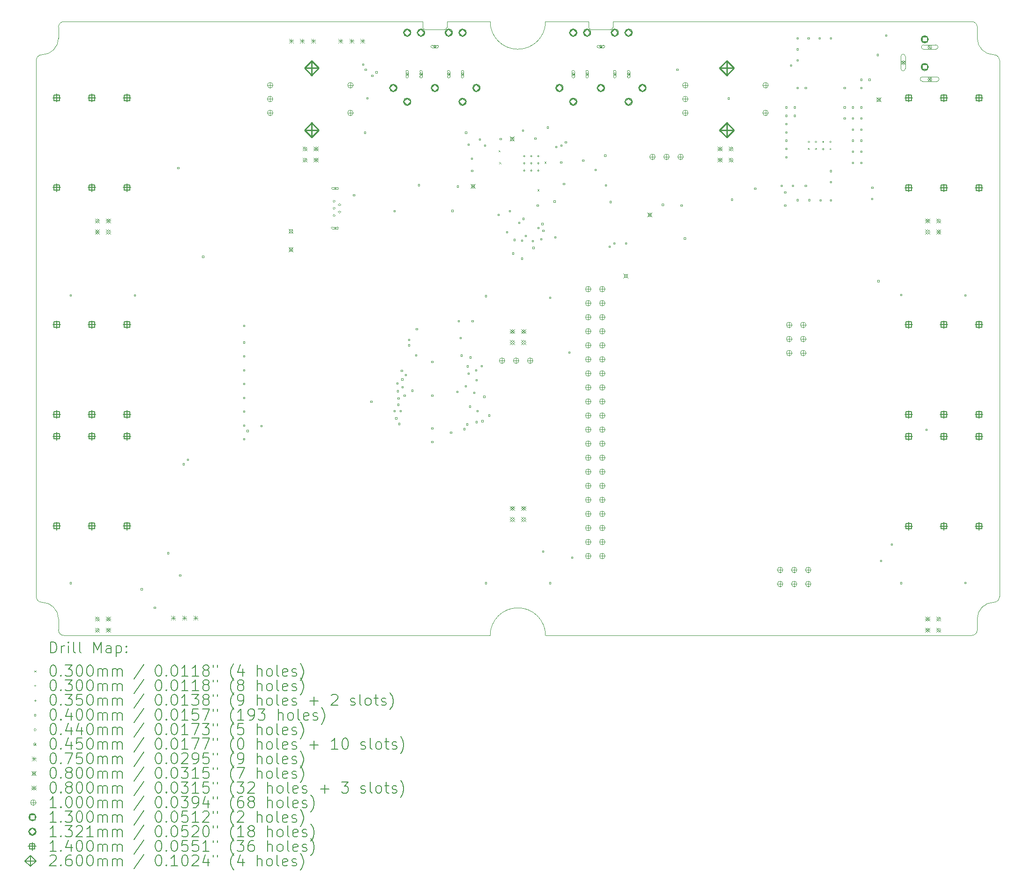
<source format=gbr>
%TF.GenerationSoftware,KiCad,Pcbnew,7.0.9-7.0.9~ubuntu23.04.1*%
%TF.CreationDate,2023-12-05T01:09:06+00:00*%
%TF.ProjectId,pedalboard-hw,70656461-6c62-46f6-9172-642d68772e6b,3.1.1*%
%TF.SameCoordinates,Original*%
%TF.FileFunction,Drillmap*%
%TF.FilePolarity,Positive*%
%FSLAX45Y45*%
G04 Gerber Fmt 4.5, Leading zero omitted, Abs format (unit mm)*
G04 Created by KiCad (PCBNEW 7.0.9-7.0.9~ubuntu23.04.1) date 2023-12-05 01:09:06*
%MOMM*%
%LPD*%
G01*
G04 APERTURE LIST*
%ADD10C,0.100000*%
%ADD11C,0.200000*%
%ADD12C,0.130000*%
%ADD13C,0.132080*%
%ADD14C,0.140000*%
%ADD15C,0.260000*%
G04 APERTURE END LIST*
D10*
X12220000Y-2000000D02*
X18700000Y-2000000D01*
X1800000Y-12400000D02*
X1800000Y-2700000D01*
X2200000Y-13000000D02*
G75*
G03*
X2300000Y-13100000I100000J0D01*
G01*
X11000000Y-13100000D02*
G75*
G03*
X10000000Y-13100000I-500000J0D01*
G01*
X2300000Y-13100000D02*
X10000000Y-13100000D01*
X11780000Y-2100000D02*
G75*
G03*
X11820000Y-2140000I40000J0D01*
G01*
X10000000Y-2000000D02*
G75*
G03*
X11000000Y-2000000I500000J0D01*
G01*
X8780000Y-2100000D02*
G75*
G03*
X8820000Y-2140000I40000J0D01*
G01*
X18700000Y-13100000D02*
G75*
G03*
X18800000Y-13000000I0J100000D01*
G01*
X11820000Y-2140000D02*
X12180000Y-2140000D01*
X18800000Y-2300000D02*
G75*
G03*
X19100000Y-2600000I300000J0D01*
G01*
X1800000Y-12400000D02*
G75*
G03*
X1900000Y-12500000I100000J0D01*
G01*
X1900000Y-2600000D02*
G75*
G03*
X1800000Y-2700000I0J-100000D01*
G01*
X19200000Y-2700000D02*
G75*
G03*
X19100000Y-2600000I-100000J0D01*
G01*
X11000000Y-2000000D02*
X11780000Y-2000000D01*
X19200000Y-2700000D02*
X19200000Y-12400000D01*
X2200000Y-12800000D02*
G75*
G03*
X1900000Y-12500000I-300000J0D01*
G01*
X18800000Y-12800000D02*
X18800000Y-13000000D01*
X11780000Y-2000000D02*
X11780000Y-2100000D01*
X9220000Y-2100000D02*
X9220000Y-2000000D01*
X18800000Y-2100000D02*
X18800000Y-2300000D01*
X9220000Y-2000000D02*
X10000000Y-2000000D01*
X9180000Y-2140000D02*
G75*
G03*
X9220000Y-2100000I0J40000D01*
G01*
X8780000Y-2000000D02*
X8780000Y-2100000D01*
X1900000Y-2600000D02*
G75*
G03*
X2200000Y-2300000I0J300000D01*
G01*
X8820000Y-2140000D02*
X9180000Y-2140000D01*
X2300000Y-2000000D02*
G75*
G03*
X2200000Y-2100000I0J-100000D01*
G01*
X8780000Y-2000000D02*
X2300000Y-2000000D01*
X2200000Y-2100000D02*
X2200000Y-2300000D01*
X12180000Y-2140000D02*
G75*
G03*
X12220000Y-2100000I0J40000D01*
G01*
X19100000Y-12500000D02*
G75*
G03*
X19200000Y-12400000I0J100000D01*
G01*
X12220000Y-2100000D02*
X12220000Y-2000000D01*
X11000000Y-13100000D02*
X18700000Y-13100000D01*
X2200000Y-12800000D02*
X2200000Y-13000000D01*
X19100000Y-12500000D02*
G75*
G03*
X18800000Y-12800000I0J-300000D01*
G01*
X18800000Y-2100000D02*
G75*
G03*
X18700000Y-2000000I-100000J0D01*
G01*
D11*
D10*
X10151000Y-4326000D02*
X10181000Y-4356000D01*
X10181000Y-4326000D02*
X10151000Y-4356000D01*
X10165000Y-4541000D02*
X10195000Y-4571000D01*
X10195000Y-4541000D02*
X10165000Y-4571000D01*
X10853000Y-5031348D02*
X10883000Y-5061348D01*
X10883000Y-5031348D02*
X10853000Y-5061348D01*
X10980487Y-4533662D02*
X11010487Y-4563662D01*
X11010487Y-4533662D02*
X10980487Y-4563662D01*
X15772000Y-4175000D02*
G75*
G03*
X15772000Y-4175000I-15000J0D01*
G01*
X15772000Y-4305000D02*
G75*
G03*
X15772000Y-4305000I-15000J0D01*
G01*
X15902000Y-4175000D02*
G75*
G03*
X15902000Y-4175000I-15000J0D01*
G01*
X15902000Y-4305000D02*
G75*
G03*
X15902000Y-4305000I-15000J0D01*
G01*
X16032000Y-4175000D02*
G75*
G03*
X16032000Y-4175000I-15000J0D01*
G01*
X16032000Y-4305000D02*
G75*
G03*
X16032000Y-4305000I-15000J0D01*
G01*
X16162000Y-4175000D02*
G75*
G03*
X16162000Y-4175000I-15000J0D01*
G01*
X16162000Y-4305000D02*
G75*
G03*
X16162000Y-4305000I-15000J0D01*
G01*
X7196000Y-4998000D02*
X7196000Y-5033000D01*
X7178500Y-5015500D02*
X7213500Y-5015500D01*
X7146000Y-5033000D02*
X7246000Y-5033000D01*
X7246000Y-5033000D02*
G75*
G03*
X7246000Y-4998000I0J17500D01*
G01*
X7246000Y-4998000D02*
X7146000Y-4998000D01*
X7146000Y-4998000D02*
G75*
G03*
X7146000Y-5033000I0J-17500D01*
G01*
X7196000Y-5713000D02*
X7196000Y-5748000D01*
X7178500Y-5730500D02*
X7213500Y-5730500D01*
X7146000Y-5748000D02*
X7246000Y-5748000D01*
X7246000Y-5748000D02*
G75*
G03*
X7246000Y-5713000I0J17500D01*
G01*
X7246000Y-5713000D02*
X7146000Y-5713000D01*
X7146000Y-5713000D02*
G75*
G03*
X7146000Y-5748000I0J-17500D01*
G01*
X10612500Y-4415000D02*
X10612500Y-4450000D01*
X10595000Y-4432500D02*
X10630000Y-4432500D01*
X10612500Y-4542500D02*
X10612500Y-4577500D01*
X10595000Y-4560000D02*
X10630000Y-4560000D01*
X10612500Y-4670000D02*
X10612500Y-4705000D01*
X10595000Y-4687500D02*
X10630000Y-4687500D01*
X10740000Y-4415000D02*
X10740000Y-4450000D01*
X10722500Y-4432500D02*
X10757500Y-4432500D01*
X10740000Y-4542500D02*
X10740000Y-4577500D01*
X10722500Y-4560000D02*
X10757500Y-4560000D01*
X10740000Y-4670000D02*
X10740000Y-4705000D01*
X10722500Y-4687500D02*
X10757500Y-4687500D01*
X10867500Y-4415000D02*
X10867500Y-4450000D01*
X10850000Y-4432500D02*
X10885000Y-4432500D01*
X10867500Y-4542500D02*
X10867500Y-4577500D01*
X10850000Y-4560000D02*
X10885000Y-4560000D01*
X10867500Y-4670000D02*
X10867500Y-4705000D01*
X10850000Y-4687500D02*
X10885000Y-4687500D01*
X2434142Y-6964142D02*
X2434142Y-6935858D01*
X2405858Y-6935858D01*
X2405858Y-6964142D01*
X2434142Y-6964142D01*
X2434142Y-12164142D02*
X2434142Y-12135858D01*
X2405858Y-12135858D01*
X2405858Y-12164142D01*
X2434142Y-12164142D01*
X3594142Y-6964142D02*
X3594142Y-6935858D01*
X3565858Y-6935858D01*
X3565858Y-6964142D01*
X3594142Y-6964142D01*
X3714142Y-12274142D02*
X3714142Y-12245858D01*
X3685858Y-12245858D01*
X3685858Y-12274142D01*
X3714142Y-12274142D01*
X3951142Y-12609142D02*
X3951142Y-12580858D01*
X3922858Y-12580858D01*
X3922858Y-12609142D01*
X3951142Y-12609142D01*
X4194142Y-11624142D02*
X4194142Y-11595858D01*
X4165858Y-11595858D01*
X4165858Y-11624142D01*
X4194142Y-11624142D01*
X4375142Y-4657142D02*
X4375142Y-4628858D01*
X4346858Y-4628858D01*
X4346858Y-4657142D01*
X4375142Y-4657142D01*
X4409142Y-12027142D02*
X4409142Y-11998858D01*
X4380858Y-11998858D01*
X4380858Y-12027142D01*
X4409142Y-12027142D01*
X4475142Y-10014142D02*
X4475142Y-9985858D01*
X4446858Y-9985858D01*
X4446858Y-10014142D01*
X4475142Y-10014142D01*
X4549142Y-9933142D02*
X4549142Y-9904858D01*
X4520858Y-9904858D01*
X4520858Y-9933142D01*
X4549142Y-9933142D01*
X4824142Y-6264202D02*
X4824142Y-6235918D01*
X4795858Y-6235918D01*
X4795858Y-6264202D01*
X4824142Y-6264202D01*
X5564142Y-7514142D02*
X5564142Y-7485858D01*
X5535858Y-7485858D01*
X5535858Y-7514142D01*
X5564142Y-7514142D01*
X5564142Y-7814142D02*
X5564142Y-7785858D01*
X5535858Y-7785858D01*
X5535858Y-7814142D01*
X5564142Y-7814142D01*
X5564142Y-8064142D02*
X5564142Y-8035858D01*
X5535858Y-8035858D01*
X5535858Y-8064142D01*
X5564142Y-8064142D01*
X5564142Y-8314142D02*
X5564142Y-8285858D01*
X5535858Y-8285858D01*
X5535858Y-8314142D01*
X5564142Y-8314142D01*
X5564142Y-8564142D02*
X5564142Y-8535858D01*
X5535858Y-8535858D01*
X5535858Y-8564142D01*
X5564142Y-8564142D01*
X5564142Y-8814142D02*
X5564142Y-8785858D01*
X5535858Y-8785858D01*
X5535858Y-8814142D01*
X5564142Y-8814142D01*
X5564142Y-9064142D02*
X5564142Y-9035858D01*
X5535858Y-9035858D01*
X5535858Y-9064142D01*
X5564142Y-9064142D01*
X5564142Y-9314142D02*
X5564142Y-9285858D01*
X5535858Y-9285858D01*
X5535858Y-9314142D01*
X5564142Y-9314142D01*
X5564142Y-9564142D02*
X5564142Y-9535858D01*
X5535858Y-9535858D01*
X5535858Y-9564142D01*
X5564142Y-9564142D01*
X5629142Y-9414142D02*
X5629142Y-9385858D01*
X5600858Y-9385858D01*
X5600858Y-9414142D01*
X5629142Y-9414142D01*
X5879142Y-9324142D02*
X5879142Y-9295858D01*
X5850858Y-9295858D01*
X5850858Y-9324142D01*
X5879142Y-9324142D01*
X7551802Y-5149142D02*
X7551802Y-5120858D01*
X7523518Y-5120858D01*
X7523518Y-5149142D01*
X7551802Y-5149142D01*
X7718592Y-2785592D02*
X7718592Y-2757308D01*
X7690308Y-2757308D01*
X7690308Y-2785592D01*
X7718592Y-2785592D01*
X7749692Y-4019092D02*
X7749692Y-3990808D01*
X7721408Y-3990808D01*
X7721408Y-4019092D01*
X7749692Y-4019092D01*
X7763592Y-2878789D02*
X7763592Y-2850505D01*
X7735308Y-2850505D01*
X7735308Y-2878789D01*
X7763592Y-2878789D01*
X7792142Y-3399142D02*
X7792142Y-3370858D01*
X7763858Y-3370858D01*
X7763858Y-3399142D01*
X7792142Y-3399142D01*
X7864142Y-8884142D02*
X7864142Y-8855858D01*
X7835858Y-8855858D01*
X7835858Y-8884142D01*
X7864142Y-8884142D01*
X7879692Y-2993281D02*
X7879692Y-2964996D01*
X7851408Y-2964996D01*
X7851408Y-2993281D01*
X7879692Y-2993281D01*
X7957808Y-2926297D02*
X7957808Y-2898013D01*
X7929523Y-2898013D01*
X7929523Y-2926297D01*
X7957808Y-2926297D01*
X8283142Y-5438142D02*
X8283142Y-5409858D01*
X8254858Y-5409858D01*
X8254858Y-5438142D01*
X8283142Y-5438142D01*
X8284142Y-9054142D02*
X8284142Y-9025858D01*
X8255858Y-9025858D01*
X8255858Y-9054142D01*
X8284142Y-9054142D01*
X8314142Y-9184142D02*
X8314142Y-9155858D01*
X8285858Y-9155858D01*
X8285858Y-9184142D01*
X8314142Y-9184142D01*
X8334142Y-8554142D02*
X8334142Y-8525858D01*
X8305858Y-8525858D01*
X8305858Y-8554142D01*
X8334142Y-8554142D01*
X8344142Y-8692857D02*
X8344142Y-8664572D01*
X8315858Y-8664572D01*
X8315858Y-8692857D01*
X8344142Y-8692857D01*
X8349142Y-8939142D02*
X8349142Y-8910858D01*
X8320858Y-8910858D01*
X8320858Y-8939142D01*
X8349142Y-8939142D01*
X8354142Y-8824142D02*
X8354142Y-8795858D01*
X8325858Y-8795858D01*
X8325858Y-8824142D01*
X8354142Y-8824142D01*
X8366711Y-9285514D02*
X8366711Y-9257229D01*
X8338426Y-9257229D01*
X8338426Y-9285514D01*
X8366711Y-9285514D01*
X8394038Y-9052891D02*
X8394038Y-9024607D01*
X8365753Y-9024607D01*
X8365753Y-9052891D01*
X8394038Y-9052891D01*
X8414142Y-8324142D02*
X8414142Y-8295858D01*
X8385858Y-8295858D01*
X8385858Y-8324142D01*
X8414142Y-8324142D01*
X8421606Y-8482907D02*
X8421606Y-8454622D01*
X8393321Y-8454622D01*
X8393321Y-8482907D01*
X8421606Y-8482907D01*
X8427518Y-8622857D02*
X8427518Y-8594572D01*
X8399233Y-8594572D01*
X8399233Y-8622857D01*
X8427518Y-8622857D01*
X8464142Y-8774092D02*
X8464142Y-8745808D01*
X8435858Y-8745808D01*
X8435858Y-8774092D01*
X8464142Y-8774092D01*
X8484178Y-8404107D02*
X8484178Y-8375822D01*
X8455893Y-8375822D01*
X8455893Y-8404107D01*
X8484178Y-8404107D01*
X8544142Y-7764142D02*
X8544142Y-7735858D01*
X8515858Y-7735858D01*
X8515858Y-7764142D01*
X8544142Y-7764142D01*
X8544142Y-7864142D02*
X8544142Y-7835858D01*
X8515858Y-7835858D01*
X8515858Y-7864142D01*
X8544142Y-7864142D01*
X8604142Y-8684092D02*
X8604142Y-8655808D01*
X8575858Y-8655808D01*
X8575858Y-8684092D01*
X8604142Y-8684092D01*
X8674142Y-8044142D02*
X8674142Y-8015858D01*
X8645858Y-8015858D01*
X8645858Y-8044142D01*
X8674142Y-8044142D01*
X8684142Y-7574142D02*
X8684142Y-7545858D01*
X8655858Y-7545858D01*
X8655858Y-7574142D01*
X8684142Y-7574142D01*
X8725142Y-4969142D02*
X8725142Y-4940858D01*
X8696858Y-4940858D01*
X8696858Y-4969142D01*
X8725142Y-4969142D01*
X8964142Y-8164142D02*
X8964142Y-8135858D01*
X8935858Y-8135858D01*
X8935858Y-8164142D01*
X8964142Y-8164142D01*
X8964142Y-8774142D02*
X8964142Y-8745858D01*
X8935858Y-8745858D01*
X8935858Y-8774142D01*
X8964142Y-8774142D01*
X8964142Y-9364142D02*
X8964142Y-9335858D01*
X8935858Y-9335858D01*
X8935858Y-9364142D01*
X8964142Y-9364142D01*
X8964142Y-9614142D02*
X8964142Y-9585858D01*
X8935858Y-9585858D01*
X8935858Y-9614142D01*
X8964142Y-9614142D01*
X9304142Y-9444142D02*
X9304142Y-9415858D01*
X9275858Y-9415858D01*
X9275858Y-9444142D01*
X9304142Y-9444142D01*
X9330142Y-5435142D02*
X9330142Y-5406858D01*
X9301858Y-5406858D01*
X9301858Y-5435142D01*
X9330142Y-5435142D01*
X9416615Y-8706682D02*
X9416615Y-8678398D01*
X9388331Y-8678398D01*
X9388331Y-8706682D01*
X9416615Y-8706682D01*
X9424142Y-4994142D02*
X9424142Y-4965858D01*
X9395858Y-4965858D01*
X9395858Y-4994142D01*
X9424142Y-4994142D01*
X9444142Y-7429142D02*
X9444142Y-7400858D01*
X9415858Y-7400858D01*
X9415858Y-7429142D01*
X9444142Y-7429142D01*
X9475142Y-7734142D02*
X9475142Y-7705858D01*
X9446858Y-7705858D01*
X9446858Y-7734142D01*
X9475142Y-7734142D01*
X9495142Y-8051142D02*
X9495142Y-8022858D01*
X9466858Y-8022858D01*
X9466858Y-8051142D01*
X9495142Y-8051142D01*
X9544384Y-9380423D02*
X9544384Y-9352139D01*
X9516100Y-9352139D01*
X9516100Y-9380423D01*
X9544384Y-9380423D01*
X9567937Y-8603516D02*
X9567937Y-8575231D01*
X9539652Y-8575231D01*
X9539652Y-8603516D01*
X9567937Y-8603516D01*
X9573142Y-4021142D02*
X9573142Y-3992858D01*
X9544858Y-3992858D01*
X9544858Y-4021142D01*
X9573142Y-4021142D01*
X9595768Y-9294692D02*
X9595768Y-9266408D01*
X9567483Y-9266408D01*
X9567483Y-9294692D01*
X9595768Y-9294692D01*
X9604142Y-8244142D02*
X9604142Y-8215858D01*
X9575858Y-8215858D01*
X9575858Y-8244142D01*
X9604142Y-8244142D01*
X9620030Y-8374092D02*
X9620030Y-8345808D01*
X9591746Y-8345808D01*
X9591746Y-8374092D01*
X9620030Y-8374092D01*
X9622142Y-4235142D02*
X9622142Y-4206858D01*
X9593858Y-4206858D01*
X9593858Y-4235142D01*
X9622142Y-4235142D01*
X9644142Y-8974042D02*
X9644142Y-8945758D01*
X9615858Y-8945758D01*
X9615858Y-8974042D01*
X9644142Y-8974042D01*
X9654142Y-8084142D02*
X9654142Y-8055858D01*
X9625858Y-8055858D01*
X9625858Y-8084142D01*
X9654142Y-8084142D01*
X9680605Y-4487680D02*
X9680605Y-4459396D01*
X9652320Y-4459396D01*
X9652320Y-4487680D01*
X9680605Y-4487680D01*
X9684092Y-4709142D02*
X9684092Y-4680858D01*
X9655808Y-4680858D01*
X9655808Y-4709142D01*
X9684092Y-4709142D01*
X9694142Y-7429142D02*
X9694142Y-7400858D01*
X9665858Y-7400858D01*
X9665858Y-7429142D01*
X9694142Y-7429142D01*
X9724142Y-8724142D02*
X9724142Y-8695858D01*
X9695858Y-8695858D01*
X9695858Y-8724142D01*
X9724142Y-8724142D01*
X9754142Y-8314192D02*
X9754142Y-8285908D01*
X9725858Y-8285908D01*
X9725858Y-8314192D01*
X9754142Y-8314192D01*
X9764142Y-8494142D02*
X9764142Y-8465858D01*
X9735858Y-8465858D01*
X9735858Y-8494142D01*
X9764142Y-8494142D01*
X9765287Y-9252377D02*
X9765287Y-9224092D01*
X9737003Y-9224092D01*
X9737003Y-9252377D01*
X9765287Y-9252377D01*
X9782532Y-9054042D02*
X9782532Y-9025758D01*
X9754247Y-9025758D01*
X9754247Y-9054042D01*
X9782532Y-9054042D01*
X9823142Y-4144142D02*
X9823142Y-4115858D01*
X9794858Y-4115858D01*
X9794858Y-4144142D01*
X9823142Y-4144142D01*
X9859011Y-8238258D02*
X9859011Y-8209974D01*
X9830727Y-8209974D01*
X9830727Y-8238258D01*
X9859011Y-8238258D01*
X9869842Y-9234092D02*
X9869842Y-9205808D01*
X9841558Y-9205808D01*
X9841558Y-9234092D01*
X9869842Y-9234092D01*
X9905882Y-8794092D02*
X9905882Y-8765808D01*
X9877597Y-8765808D01*
X9877597Y-8794092D01*
X9905882Y-8794092D01*
X9918142Y-4254142D02*
X9918142Y-4225858D01*
X9889858Y-4225858D01*
X9889858Y-4254142D01*
X9918142Y-4254142D01*
X9934142Y-6974142D02*
X9934142Y-6945858D01*
X9905858Y-6945858D01*
X9905858Y-6974142D01*
X9934142Y-6974142D01*
X9934142Y-12164142D02*
X9934142Y-12135858D01*
X9905858Y-12135858D01*
X9905858Y-12164142D01*
X9934142Y-12164142D01*
X9994142Y-9134142D02*
X9994142Y-9105858D01*
X9965858Y-9105858D01*
X9965858Y-9134142D01*
X9994142Y-9134142D01*
X10160092Y-5505142D02*
X10160092Y-5476858D01*
X10131808Y-5476858D01*
X10131808Y-5505142D01*
X10160092Y-5505142D01*
X10200142Y-4134692D02*
X10200142Y-4106408D01*
X10171858Y-4106408D01*
X10171858Y-4134692D01*
X10200142Y-4134692D01*
X10317142Y-5819092D02*
X10317142Y-5790808D01*
X10288858Y-5790808D01*
X10288858Y-5819092D01*
X10317142Y-5819092D01*
X10366142Y-5436142D02*
X10366142Y-5407858D01*
X10337858Y-5407858D01*
X10337858Y-5436142D01*
X10366142Y-5436142D01*
X10426142Y-6203092D02*
X10426142Y-6174808D01*
X10397858Y-6174808D01*
X10397858Y-6203092D01*
X10426142Y-6203092D01*
X10448676Y-5957675D02*
X10448676Y-5929391D01*
X10420391Y-5929391D01*
X10420391Y-5957675D01*
X10448676Y-5957675D01*
X10534092Y-5651142D02*
X10534092Y-5622858D01*
X10505808Y-5622858D01*
X10505808Y-5651142D01*
X10534092Y-5651142D01*
X10585142Y-5973192D02*
X10585142Y-5944908D01*
X10556858Y-5944908D01*
X10556858Y-5973192D01*
X10585142Y-5973192D01*
X10588142Y-6298142D02*
X10588142Y-6269858D01*
X10559858Y-6269858D01*
X10559858Y-6298142D01*
X10588142Y-6298142D01*
X10603142Y-3979092D02*
X10603142Y-3950808D01*
X10574858Y-3950808D01*
X10574858Y-3979092D01*
X10603142Y-3979092D01*
X10612201Y-5579192D02*
X10612201Y-5550908D01*
X10583917Y-5550908D01*
X10583917Y-5579192D01*
X10612201Y-5579192D01*
X10655092Y-5884462D02*
X10655092Y-5856177D01*
X10626808Y-5856177D01*
X10626808Y-5884462D01*
X10655092Y-5884462D01*
X10783663Y-5978092D02*
X10783663Y-5949808D01*
X10755378Y-5949808D01*
X10755378Y-5978092D01*
X10783663Y-5978092D01*
X10794283Y-6101363D02*
X10794283Y-6073079D01*
X10765998Y-6073079D01*
X10765998Y-6101363D01*
X10794283Y-6101363D01*
X10826271Y-4126944D02*
X10826271Y-4098660D01*
X10797986Y-4098660D01*
X10797986Y-4126944D01*
X10826271Y-4126944D01*
X10869142Y-5334142D02*
X10869142Y-5305858D01*
X10840858Y-5305858D01*
X10840858Y-5334142D01*
X10869142Y-5334142D01*
X10884142Y-5742860D02*
X10884142Y-5714576D01*
X10855858Y-5714576D01*
X10855858Y-5742860D01*
X10884142Y-5742860D01*
X10934092Y-5944142D02*
X10934092Y-5915858D01*
X10905808Y-5915858D01*
X10905808Y-5944142D01*
X10934092Y-5944142D01*
X10954236Y-5671608D02*
X10954236Y-5643324D01*
X10925952Y-5643324D01*
X10925952Y-5671608D01*
X10954236Y-5671608D01*
X10969142Y-11594142D02*
X10969142Y-11565858D01*
X10940858Y-11565858D01*
X10940858Y-11594142D01*
X10969142Y-11594142D01*
X10970639Y-5792944D02*
X10970639Y-5764659D01*
X10942355Y-5764659D01*
X10942355Y-5792944D01*
X10970639Y-5792944D01*
X11052142Y-3925592D02*
X11052142Y-3897308D01*
X11023858Y-3897308D01*
X11023858Y-3925592D01*
X11052142Y-3925592D01*
X11094142Y-7004142D02*
X11094142Y-6975858D01*
X11065858Y-6975858D01*
X11065858Y-7004142D01*
X11094142Y-7004142D01*
X11094142Y-12164142D02*
X11094142Y-12135858D01*
X11065858Y-12135858D01*
X11065858Y-12164142D01*
X11094142Y-12164142D01*
X11174142Y-5264142D02*
X11174142Y-5235858D01*
X11145858Y-5235858D01*
X11145858Y-5264142D01*
X11174142Y-5264142D01*
X11187142Y-5914192D02*
X11187142Y-5885908D01*
X11158858Y-5885908D01*
X11158858Y-5914192D01*
X11187142Y-5914192D01*
X11202274Y-4279092D02*
X11202274Y-4250808D01*
X11173990Y-4250808D01*
X11173990Y-4279092D01*
X11202274Y-4279092D01*
X11293424Y-4557503D02*
X11293424Y-4529218D01*
X11265140Y-4529218D01*
X11265140Y-4557503D01*
X11293424Y-4557503D01*
X11299352Y-4255304D02*
X11299352Y-4227019D01*
X11271068Y-4227019D01*
X11271068Y-4255304D01*
X11299352Y-4255304D01*
X11345142Y-4949142D02*
X11345142Y-4920858D01*
X11316858Y-4920858D01*
X11316858Y-4949142D01*
X11345142Y-4949142D01*
X11378997Y-4194781D02*
X11378997Y-4166497D01*
X11350712Y-4166497D01*
X11350712Y-4194781D01*
X11378997Y-4194781D01*
X11440192Y-7994192D02*
X11440192Y-7965908D01*
X11411908Y-7965908D01*
X11411908Y-7994192D01*
X11440192Y-7994192D01*
X11494142Y-11704142D02*
X11494142Y-11675858D01*
X11465858Y-11675858D01*
X11465858Y-11704142D01*
X11494142Y-11704142D01*
X11690142Y-4526142D02*
X11690142Y-4497858D01*
X11661858Y-4497858D01*
X11661858Y-4526142D01*
X11690142Y-4526142D01*
X11914142Y-4695142D02*
X11914142Y-4666858D01*
X11885858Y-4666858D01*
X11885858Y-4695142D01*
X11914142Y-4695142D01*
X12089142Y-4434142D02*
X12089142Y-4405858D01*
X12060858Y-4405858D01*
X12060858Y-4434142D01*
X12089142Y-4434142D01*
X12104142Y-4974142D02*
X12104142Y-4945858D01*
X12075858Y-4945858D01*
X12075858Y-4974142D01*
X12104142Y-4974142D01*
X12169142Y-6084142D02*
X12169142Y-6055858D01*
X12140858Y-6055858D01*
X12140858Y-6084142D01*
X12169142Y-6084142D01*
X12184142Y-5274142D02*
X12184142Y-5245858D01*
X12155858Y-5245858D01*
X12155858Y-5274142D01*
X12184142Y-5274142D01*
X12252867Y-6022867D02*
X12252867Y-5994583D01*
X12224583Y-5994583D01*
X12224583Y-6022867D01*
X12252867Y-6022867D01*
X12468175Y-6023175D02*
X12468175Y-5994891D01*
X12439891Y-5994891D01*
X12439891Y-6023175D01*
X12468175Y-6023175D01*
X13129142Y-5324142D02*
X13129142Y-5295858D01*
X13100858Y-5295858D01*
X13100858Y-5324142D01*
X13129142Y-5324142D01*
X13392896Y-2878896D02*
X13392896Y-2850611D01*
X13364611Y-2850611D01*
X13364611Y-2878896D01*
X13392896Y-2878896D01*
X13469142Y-5337142D02*
X13469142Y-5308858D01*
X13440858Y-5308858D01*
X13440858Y-5337142D01*
X13469142Y-5337142D01*
X13529142Y-5933142D02*
X13529142Y-5904858D01*
X13500858Y-5904858D01*
X13500858Y-5933142D01*
X13529142Y-5933142D01*
X14317521Y-3402451D02*
X14317521Y-3374166D01*
X14289237Y-3374166D01*
X14289237Y-3402451D01*
X14317521Y-3402451D01*
X14376719Y-5231142D02*
X14376719Y-5202858D01*
X14348434Y-5202858D01*
X14348434Y-5231142D01*
X14376719Y-5231142D01*
X14799142Y-5034142D02*
X14799142Y-5005858D01*
X14770858Y-5005858D01*
X14770858Y-5034142D01*
X14799142Y-5034142D01*
X15279142Y-4981142D02*
X15279142Y-4952858D01*
X15250858Y-4952858D01*
X15250858Y-4981142D01*
X15279142Y-4981142D01*
X15339142Y-5100142D02*
X15339142Y-5071858D01*
X15310858Y-5071858D01*
X15310858Y-5100142D01*
X15339142Y-5100142D01*
X15341142Y-5335142D02*
X15341142Y-5306858D01*
X15312858Y-5306858D01*
X15312858Y-5335142D01*
X15341142Y-5335142D01*
X15364142Y-3564142D02*
X15364142Y-3535858D01*
X15335858Y-3535858D01*
X15335858Y-3564142D01*
X15364142Y-3564142D01*
X15364142Y-3714142D02*
X15364142Y-3685858D01*
X15335858Y-3685858D01*
X15335858Y-3714142D01*
X15364142Y-3714142D01*
X15364142Y-3864142D02*
X15364142Y-3835858D01*
X15335858Y-3835858D01*
X15335858Y-3864142D01*
X15364142Y-3864142D01*
X15364142Y-4014142D02*
X15364142Y-3985858D01*
X15335858Y-3985858D01*
X15335858Y-4014142D01*
X15364142Y-4014142D01*
X15364142Y-4164142D02*
X15364142Y-4135858D01*
X15335858Y-4135858D01*
X15335858Y-4164142D01*
X15364142Y-4164142D01*
X15364142Y-4314142D02*
X15364142Y-4285858D01*
X15335858Y-4285858D01*
X15335858Y-4314142D01*
X15364142Y-4314142D01*
X15364142Y-4464142D02*
X15364142Y-4435858D01*
X15335858Y-4435858D01*
X15335858Y-4464142D01*
X15364142Y-4464142D01*
X15448142Y-2804142D02*
X15448142Y-2775858D01*
X15419858Y-2775858D01*
X15419858Y-2804142D01*
X15448142Y-2804142D01*
X15479142Y-4981142D02*
X15479142Y-4952858D01*
X15450858Y-4952858D01*
X15450858Y-4981142D01*
X15479142Y-4981142D01*
X15514142Y-3564142D02*
X15514142Y-3535858D01*
X15485858Y-3535858D01*
X15485858Y-3564142D01*
X15514142Y-3564142D01*
X15514142Y-3714142D02*
X15514142Y-3685858D01*
X15485858Y-3685858D01*
X15485858Y-3714142D01*
X15514142Y-3714142D01*
X15562142Y-5240142D02*
X15562142Y-5211858D01*
X15533858Y-5211858D01*
X15533858Y-5240142D01*
X15562142Y-5240142D01*
X15564142Y-2314142D02*
X15564142Y-2285858D01*
X15535858Y-2285858D01*
X15535858Y-2314142D01*
X15564142Y-2314142D01*
X15564142Y-2514142D02*
X15564142Y-2485858D01*
X15535858Y-2485858D01*
X15535858Y-2514142D01*
X15564142Y-2514142D01*
X15564142Y-2714142D02*
X15564142Y-2685858D01*
X15535858Y-2685858D01*
X15535858Y-2714142D01*
X15564142Y-2714142D01*
X15564142Y-3214142D02*
X15564142Y-3185858D01*
X15535858Y-3185858D01*
X15535858Y-3214142D01*
X15564142Y-3214142D01*
X15714142Y-3214142D02*
X15714142Y-3185858D01*
X15685858Y-3185858D01*
X15685858Y-3214142D01*
X15714142Y-3214142D01*
X15714142Y-4981142D02*
X15714142Y-4952858D01*
X15685858Y-4952858D01*
X15685858Y-4981142D01*
X15714142Y-4981142D01*
X15764142Y-2314142D02*
X15764142Y-2285858D01*
X15735858Y-2285858D01*
X15735858Y-2314142D01*
X15764142Y-2314142D01*
X15774142Y-5239142D02*
X15774142Y-5210858D01*
X15745858Y-5210858D01*
X15745858Y-5239142D01*
X15774142Y-5239142D01*
X15964142Y-2314142D02*
X15964142Y-2285858D01*
X15935858Y-2285858D01*
X15935858Y-2314142D01*
X15964142Y-2314142D01*
X15978142Y-5243142D02*
X15978142Y-5214858D01*
X15949858Y-5214858D01*
X15949858Y-5243142D01*
X15978142Y-5243142D01*
X16164142Y-2314142D02*
X16164142Y-2285858D01*
X16135858Y-2285858D01*
X16135858Y-2314142D01*
X16164142Y-2314142D01*
X16164142Y-4714142D02*
X16164142Y-4685858D01*
X16135858Y-4685858D01*
X16135858Y-4714142D01*
X16164142Y-4714142D01*
X16164142Y-4914142D02*
X16164142Y-4885858D01*
X16135858Y-4885858D01*
X16135858Y-4914142D01*
X16164142Y-4914142D01*
X16166142Y-5243142D02*
X16166142Y-5214858D01*
X16137858Y-5214858D01*
X16137858Y-5243142D01*
X16166142Y-5243142D01*
X16414142Y-3214142D02*
X16414142Y-3185858D01*
X16385858Y-3185858D01*
X16385858Y-3214142D01*
X16414142Y-3214142D01*
X16414142Y-3564142D02*
X16414142Y-3535858D01*
X16385858Y-3535858D01*
X16385858Y-3564142D01*
X16414142Y-3564142D01*
X16414142Y-3764142D02*
X16414142Y-3735858D01*
X16385858Y-3735858D01*
X16385858Y-3764142D01*
X16414142Y-3764142D01*
X16564142Y-3564142D02*
X16564142Y-3535858D01*
X16535858Y-3535858D01*
X16535858Y-3564142D01*
X16564142Y-3564142D01*
X16564142Y-3764142D02*
X16564142Y-3735858D01*
X16535858Y-3735858D01*
X16535858Y-3764142D01*
X16564142Y-3764142D01*
X16564142Y-3964142D02*
X16564142Y-3935858D01*
X16535858Y-3935858D01*
X16535858Y-3964142D01*
X16564142Y-3964142D01*
X16564142Y-4164142D02*
X16564142Y-4135858D01*
X16535858Y-4135858D01*
X16535858Y-4164142D01*
X16564142Y-4164142D01*
X16564142Y-4364142D02*
X16564142Y-4335858D01*
X16535858Y-4335858D01*
X16535858Y-4364142D01*
X16564142Y-4364142D01*
X16564142Y-4564142D02*
X16564142Y-4535858D01*
X16535858Y-4535858D01*
X16535858Y-4564142D01*
X16564142Y-4564142D01*
X16714142Y-3064142D02*
X16714142Y-3035858D01*
X16685858Y-3035858D01*
X16685858Y-3064142D01*
X16714142Y-3064142D01*
X16714142Y-3214142D02*
X16714142Y-3185858D01*
X16685858Y-3185858D01*
X16685858Y-3214142D01*
X16714142Y-3214142D01*
X16714142Y-3564142D02*
X16714142Y-3535858D01*
X16685858Y-3535858D01*
X16685858Y-3564142D01*
X16714142Y-3564142D01*
X16714142Y-3764142D02*
X16714142Y-3735858D01*
X16685858Y-3735858D01*
X16685858Y-3764142D01*
X16714142Y-3764142D01*
X16714142Y-3964142D02*
X16714142Y-3935858D01*
X16685858Y-3935858D01*
X16685858Y-3964142D01*
X16714142Y-3964142D01*
X16714142Y-4164142D02*
X16714142Y-4135858D01*
X16685858Y-4135858D01*
X16685858Y-4164142D01*
X16714142Y-4164142D01*
X16714142Y-4364142D02*
X16714142Y-4335858D01*
X16685858Y-4335858D01*
X16685858Y-4364142D01*
X16714142Y-4364142D01*
X16714142Y-4564142D02*
X16714142Y-4535858D01*
X16685858Y-4535858D01*
X16685858Y-4564142D01*
X16714142Y-4564142D01*
X16864142Y-3064142D02*
X16864142Y-3035858D01*
X16835858Y-3035858D01*
X16835858Y-3064142D01*
X16864142Y-3064142D01*
X16910142Y-5220142D02*
X16910142Y-5191858D01*
X16881858Y-5191858D01*
X16881858Y-5220142D01*
X16910142Y-5220142D01*
X16914142Y-5014142D02*
X16914142Y-4985858D01*
X16885858Y-4985858D01*
X16885858Y-5014142D01*
X16914142Y-5014142D01*
X17014142Y-2614142D02*
X17014142Y-2585858D01*
X16985858Y-2585858D01*
X16985858Y-2614142D01*
X17014142Y-2614142D01*
X17024142Y-6704142D02*
X17024142Y-6675858D01*
X16995858Y-6675858D01*
X16995858Y-6704142D01*
X17024142Y-6704142D01*
X17072912Y-11765372D02*
X17072912Y-11737088D01*
X17044628Y-11737088D01*
X17044628Y-11765372D01*
X17072912Y-11765372D01*
X17164142Y-2264142D02*
X17164142Y-2235858D01*
X17135858Y-2235858D01*
X17135858Y-2264142D01*
X17164142Y-2264142D01*
X17264142Y-11464142D02*
X17264142Y-11435858D01*
X17235858Y-11435858D01*
X17235858Y-11464142D01*
X17264142Y-11464142D01*
X17434142Y-6954142D02*
X17434142Y-6925858D01*
X17405858Y-6925858D01*
X17405858Y-6954142D01*
X17434142Y-6954142D01*
X17434142Y-12164142D02*
X17434142Y-12135858D01*
X17405858Y-12135858D01*
X17405858Y-12164142D01*
X17434142Y-12164142D01*
X17894142Y-9394142D02*
X17894142Y-9365858D01*
X17865858Y-9365858D01*
X17865858Y-9394142D01*
X17894142Y-9394142D01*
X18594142Y-6964142D02*
X18594142Y-6935858D01*
X18565858Y-6935858D01*
X18565858Y-6964142D01*
X18594142Y-6964142D01*
X18594142Y-12159142D02*
X18594142Y-12130858D01*
X18565858Y-12130858D01*
X18565858Y-12159142D01*
X18594142Y-12159142D01*
X7174000Y-5265000D02*
X7196000Y-5243000D01*
X7174000Y-5221000D01*
X7152000Y-5243000D01*
X7174000Y-5265000D01*
X7174000Y-5395000D02*
X7196000Y-5373000D01*
X7174000Y-5351000D01*
X7152000Y-5373000D01*
X7174000Y-5395000D01*
X7174000Y-5525000D02*
X7196000Y-5503000D01*
X7174000Y-5481000D01*
X7152000Y-5503000D01*
X7174000Y-5525000D01*
X7274000Y-5330000D02*
X7296000Y-5308000D01*
X7274000Y-5286000D01*
X7252000Y-5308000D01*
X7274000Y-5330000D01*
X7274000Y-5460000D02*
X7296000Y-5438000D01*
X7274000Y-5416000D01*
X7252000Y-5438000D01*
X7274000Y-5460000D01*
X8476950Y-2927500D02*
X8521950Y-2972500D01*
X8521950Y-2927500D02*
X8476950Y-2972500D01*
X8521950Y-2950000D02*
G75*
G03*
X8521950Y-2950000I-22500J0D01*
G01*
X8476950Y-2902500D02*
X8476950Y-2997500D01*
X8476950Y-2997500D02*
G75*
G03*
X8521950Y-2997500I22500J0D01*
G01*
X8521950Y-2997500D02*
X8521950Y-2902500D01*
X8521950Y-2902500D02*
G75*
G03*
X8476950Y-2902500I-22500J0D01*
G01*
X8726950Y-2927500D02*
X8771950Y-2972500D01*
X8771950Y-2927500D02*
X8726950Y-2972500D01*
X8771950Y-2950000D02*
G75*
G03*
X8771950Y-2950000I-22500J0D01*
G01*
X8726950Y-2902500D02*
X8726950Y-2997500D01*
X8726950Y-2997500D02*
G75*
G03*
X8771950Y-2997500I22500J0D01*
G01*
X8771950Y-2997500D02*
X8771950Y-2902500D01*
X8771950Y-2902500D02*
G75*
G03*
X8726950Y-2902500I-22500J0D01*
G01*
X8976950Y-2427500D02*
X9021950Y-2472500D01*
X9021950Y-2427500D02*
X8976950Y-2472500D01*
X9021950Y-2450000D02*
G75*
G03*
X9021950Y-2450000I-22500J0D01*
G01*
X9046950Y-2427500D02*
X8951950Y-2427500D01*
X8951950Y-2427500D02*
G75*
G03*
X8951950Y-2472500I0J-22500D01*
G01*
X8951950Y-2472500D02*
X9046950Y-2472500D01*
X9046950Y-2472500D02*
G75*
G03*
X9046950Y-2427500I0J22500D01*
G01*
X9226950Y-2927500D02*
X9271950Y-2972500D01*
X9271950Y-2927500D02*
X9226950Y-2972500D01*
X9271950Y-2950000D02*
G75*
G03*
X9271950Y-2950000I-22500J0D01*
G01*
X9271950Y-2997500D02*
X9271950Y-2902500D01*
X9271950Y-2902500D02*
G75*
G03*
X9226950Y-2902500I-22500J0D01*
G01*
X9226950Y-2902500D02*
X9226950Y-2997500D01*
X9226950Y-2997500D02*
G75*
G03*
X9271950Y-2997500I22500J0D01*
G01*
X9476950Y-2927500D02*
X9521950Y-2972500D01*
X9521950Y-2927500D02*
X9476950Y-2972500D01*
X9521950Y-2950000D02*
G75*
G03*
X9521950Y-2950000I-22500J0D01*
G01*
X9521950Y-2997500D02*
X9521950Y-2902500D01*
X9521950Y-2902500D02*
G75*
G03*
X9476950Y-2902500I-22500J0D01*
G01*
X9476950Y-2902500D02*
X9476950Y-2997500D01*
X9476950Y-2997500D02*
G75*
G03*
X9521950Y-2997500I22500J0D01*
G01*
X11477500Y-2927500D02*
X11522500Y-2972500D01*
X11522500Y-2927500D02*
X11477500Y-2972500D01*
X11522500Y-2950000D02*
G75*
G03*
X11522500Y-2950000I-22500J0D01*
G01*
X11477500Y-2902500D02*
X11477500Y-2997500D01*
X11477500Y-2997500D02*
G75*
G03*
X11522500Y-2997500I22500J0D01*
G01*
X11522500Y-2997500D02*
X11522500Y-2902500D01*
X11522500Y-2902500D02*
G75*
G03*
X11477500Y-2902500I-22500J0D01*
G01*
X11727500Y-2927500D02*
X11772500Y-2972500D01*
X11772500Y-2927500D02*
X11727500Y-2972500D01*
X11772500Y-2950000D02*
G75*
G03*
X11772500Y-2950000I-22500J0D01*
G01*
X11727500Y-2902500D02*
X11727500Y-2997500D01*
X11727500Y-2997500D02*
G75*
G03*
X11772500Y-2997500I22500J0D01*
G01*
X11772500Y-2997500D02*
X11772500Y-2902500D01*
X11772500Y-2902500D02*
G75*
G03*
X11727500Y-2902500I-22500J0D01*
G01*
X11977500Y-2427500D02*
X12022500Y-2472500D01*
X12022500Y-2427500D02*
X11977500Y-2472500D01*
X12022500Y-2450000D02*
G75*
G03*
X12022500Y-2450000I-22500J0D01*
G01*
X12047500Y-2427500D02*
X11952500Y-2427500D01*
X11952500Y-2427500D02*
G75*
G03*
X11952500Y-2472500I0J-22500D01*
G01*
X11952500Y-2472500D02*
X12047500Y-2472500D01*
X12047500Y-2472500D02*
G75*
G03*
X12047500Y-2427500I0J22500D01*
G01*
X12227500Y-2927500D02*
X12272500Y-2972500D01*
X12272500Y-2927500D02*
X12227500Y-2972500D01*
X12272500Y-2950000D02*
G75*
G03*
X12272500Y-2950000I-22500J0D01*
G01*
X12272500Y-2997500D02*
X12272500Y-2902500D01*
X12272500Y-2902500D02*
G75*
G03*
X12227500Y-2902500I-22500J0D01*
G01*
X12227500Y-2902500D02*
X12227500Y-2997500D01*
X12227500Y-2997500D02*
G75*
G03*
X12272500Y-2997500I22500J0D01*
G01*
X12477500Y-2927500D02*
X12522500Y-2972500D01*
X12522500Y-2927500D02*
X12477500Y-2972500D01*
X12522500Y-2950000D02*
G75*
G03*
X12522500Y-2950000I-22500J0D01*
G01*
X12522500Y-2997500D02*
X12522500Y-2902500D01*
X12522500Y-2902500D02*
G75*
G03*
X12477500Y-2902500I-22500J0D01*
G01*
X12477500Y-2902500D02*
X12477500Y-2997500D01*
X12477500Y-2997500D02*
G75*
G03*
X12522500Y-2997500I22500J0D01*
G01*
X4238500Y-12745500D02*
X4313500Y-12820500D01*
X4313500Y-12745500D02*
X4238500Y-12820500D01*
X4276000Y-12745500D02*
X4276000Y-12820500D01*
X4238500Y-12783000D02*
X4313500Y-12783000D01*
X4438500Y-12745500D02*
X4513500Y-12820500D01*
X4513500Y-12745500D02*
X4438500Y-12820500D01*
X4476000Y-12745500D02*
X4476000Y-12820500D01*
X4438500Y-12783000D02*
X4513500Y-12783000D01*
X4638500Y-12745500D02*
X4713500Y-12820500D01*
X4713500Y-12745500D02*
X4638500Y-12820500D01*
X4676000Y-12745500D02*
X4676000Y-12820500D01*
X4638500Y-12783000D02*
X4713500Y-12783000D01*
X6365500Y-2312500D02*
X6440500Y-2387500D01*
X6440500Y-2312500D02*
X6365500Y-2387500D01*
X6403000Y-2312500D02*
X6403000Y-2387500D01*
X6365500Y-2350000D02*
X6440500Y-2350000D01*
X6565500Y-2312500D02*
X6640500Y-2387500D01*
X6640500Y-2312500D02*
X6565500Y-2387500D01*
X6603000Y-2312500D02*
X6603000Y-2387500D01*
X6565500Y-2350000D02*
X6640500Y-2350000D01*
X6765500Y-2312500D02*
X6840500Y-2387500D01*
X6840500Y-2312500D02*
X6765500Y-2387500D01*
X6803000Y-2312500D02*
X6803000Y-2387500D01*
X6765500Y-2350000D02*
X6840500Y-2350000D01*
X7258500Y-2311500D02*
X7333500Y-2386500D01*
X7333500Y-2311500D02*
X7258500Y-2386500D01*
X7296000Y-2311500D02*
X7296000Y-2386500D01*
X7258500Y-2349000D02*
X7333500Y-2349000D01*
X7458500Y-2311500D02*
X7533500Y-2386500D01*
X7533500Y-2311500D02*
X7458500Y-2386500D01*
X7496000Y-2311500D02*
X7496000Y-2386500D01*
X7458500Y-2349000D02*
X7533500Y-2349000D01*
X7658500Y-2311500D02*
X7733500Y-2386500D01*
X7733500Y-2311500D02*
X7658500Y-2386500D01*
X7696000Y-2311500D02*
X7696000Y-2386500D01*
X7658500Y-2349000D02*
X7733500Y-2349000D01*
X6356000Y-6081000D02*
X6436000Y-6161000D01*
X6436000Y-6081000D02*
X6356000Y-6161000D01*
X6424284Y-6149284D02*
X6424284Y-6092715D01*
X6367715Y-6092715D01*
X6367715Y-6149284D01*
X6424284Y-6149284D01*
X6356500Y-5746500D02*
X6436500Y-5826500D01*
X6436500Y-5746500D02*
X6356500Y-5826500D01*
X6424784Y-5814784D02*
X6424784Y-5758215D01*
X6368215Y-5758215D01*
X6368215Y-5814784D01*
X6424784Y-5814784D01*
X9647000Y-4935000D02*
X9727000Y-5015000D01*
X9727000Y-4935000D02*
X9647000Y-5015000D01*
X9715285Y-5003285D02*
X9715285Y-4946716D01*
X9658716Y-4946716D01*
X9658716Y-5003285D01*
X9715285Y-5003285D01*
X10352500Y-4077500D02*
X10432500Y-4157500D01*
X10432500Y-4077500D02*
X10352500Y-4157500D01*
X10420785Y-4145784D02*
X10420785Y-4089215D01*
X10364216Y-4089215D01*
X10364216Y-4145784D01*
X10420785Y-4145784D01*
X12407000Y-6556000D02*
X12487000Y-6636000D01*
X12487000Y-6556000D02*
X12407000Y-6636000D01*
X12475284Y-6624284D02*
X12475284Y-6567715D01*
X12418715Y-6567715D01*
X12418715Y-6624284D01*
X12475284Y-6624284D01*
X12838000Y-5450000D02*
X12918000Y-5530000D01*
X12918000Y-5450000D02*
X12838000Y-5530000D01*
X12906284Y-5518285D02*
X12906284Y-5461716D01*
X12849715Y-5461716D01*
X12849715Y-5518285D01*
X12906284Y-5518285D01*
X16978000Y-3370450D02*
X17058000Y-3450450D01*
X17058000Y-3370450D02*
X16978000Y-3450450D01*
X17046285Y-3438734D02*
X17046285Y-3382165D01*
X16989716Y-3382165D01*
X16989716Y-3438734D01*
X17046285Y-3438734D01*
X2860000Y-5560000D02*
X2940000Y-5640000D01*
X2940000Y-5560000D02*
X2860000Y-5640000D01*
X2900000Y-5640000D02*
X2940000Y-5600000D01*
X2900000Y-5560000D01*
X2860000Y-5600000D01*
X2900000Y-5640000D01*
X2860000Y-5760000D02*
X2940000Y-5840000D01*
X2940000Y-5760000D02*
X2860000Y-5840000D01*
X2900000Y-5840000D02*
X2940000Y-5800000D01*
X2900000Y-5760000D01*
X2860000Y-5800000D01*
X2900000Y-5840000D01*
X2860000Y-12760000D02*
X2940000Y-12840000D01*
X2940000Y-12760000D02*
X2860000Y-12840000D01*
X2900000Y-12840000D02*
X2940000Y-12800000D01*
X2900000Y-12760000D01*
X2860000Y-12800000D01*
X2900000Y-12840000D01*
X2860000Y-12960000D02*
X2940000Y-13040000D01*
X2940000Y-12960000D02*
X2860000Y-13040000D01*
X2900000Y-13040000D02*
X2940000Y-13000000D01*
X2900000Y-12960000D01*
X2860000Y-13000000D01*
X2900000Y-13040000D01*
X3060000Y-5560000D02*
X3140000Y-5640000D01*
X3140000Y-5560000D02*
X3060000Y-5640000D01*
X3100000Y-5640000D02*
X3140000Y-5600000D01*
X3100000Y-5560000D01*
X3060000Y-5600000D01*
X3100000Y-5640000D01*
X3060000Y-5760000D02*
X3140000Y-5840000D01*
X3140000Y-5760000D02*
X3060000Y-5840000D01*
X3100000Y-5840000D02*
X3140000Y-5800000D01*
X3100000Y-5760000D01*
X3060000Y-5800000D01*
X3100000Y-5840000D01*
X3060000Y-12760000D02*
X3140000Y-12840000D01*
X3140000Y-12760000D02*
X3060000Y-12840000D01*
X3100000Y-12840000D02*
X3140000Y-12800000D01*
X3100000Y-12760000D01*
X3060000Y-12800000D01*
X3100000Y-12840000D01*
X3060000Y-12960000D02*
X3140000Y-13040000D01*
X3140000Y-12960000D02*
X3060000Y-13040000D01*
X3100000Y-13040000D02*
X3140000Y-13000000D01*
X3100000Y-12960000D01*
X3060000Y-13000000D01*
X3100000Y-13040000D01*
X6610000Y-4260000D02*
X6690000Y-4340000D01*
X6690000Y-4260000D02*
X6610000Y-4340000D01*
X6650000Y-4340000D02*
X6690000Y-4300000D01*
X6650000Y-4260000D01*
X6610000Y-4300000D01*
X6650000Y-4340000D01*
X6610000Y-4460000D02*
X6690000Y-4540000D01*
X6690000Y-4460000D02*
X6610000Y-4540000D01*
X6650000Y-4540000D02*
X6690000Y-4500000D01*
X6650000Y-4460000D01*
X6610000Y-4500000D01*
X6650000Y-4540000D01*
X6810000Y-4260000D02*
X6890000Y-4340000D01*
X6890000Y-4260000D02*
X6810000Y-4340000D01*
X6850000Y-4340000D02*
X6890000Y-4300000D01*
X6850000Y-4260000D01*
X6810000Y-4300000D01*
X6850000Y-4340000D01*
X6810000Y-4460000D02*
X6890000Y-4540000D01*
X6890000Y-4460000D02*
X6810000Y-4540000D01*
X6850000Y-4540000D02*
X6890000Y-4500000D01*
X6850000Y-4460000D01*
X6810000Y-4500000D01*
X6850000Y-4540000D01*
X10360000Y-7560000D02*
X10440000Y-7640000D01*
X10440000Y-7560000D02*
X10360000Y-7640000D01*
X10400000Y-7640000D02*
X10440000Y-7600000D01*
X10400000Y-7560000D01*
X10360000Y-7600000D01*
X10400000Y-7640000D01*
X10360000Y-7760000D02*
X10440000Y-7840000D01*
X10440000Y-7760000D02*
X10360000Y-7840000D01*
X10400000Y-7840000D02*
X10440000Y-7800000D01*
X10400000Y-7760000D01*
X10360000Y-7800000D01*
X10400000Y-7840000D01*
X10360000Y-10760000D02*
X10440000Y-10840000D01*
X10440000Y-10760000D02*
X10360000Y-10840000D01*
X10400000Y-10840000D02*
X10440000Y-10800000D01*
X10400000Y-10760000D01*
X10360000Y-10800000D01*
X10400000Y-10840000D01*
X10360000Y-10960000D02*
X10440000Y-11040000D01*
X10440000Y-10960000D02*
X10360000Y-11040000D01*
X10400000Y-11040000D02*
X10440000Y-11000000D01*
X10400000Y-10960000D01*
X10360000Y-11000000D01*
X10400000Y-11040000D01*
X10560000Y-7560000D02*
X10640000Y-7640000D01*
X10640000Y-7560000D02*
X10560000Y-7640000D01*
X10600000Y-7640000D02*
X10640000Y-7600000D01*
X10600000Y-7560000D01*
X10560000Y-7600000D01*
X10600000Y-7640000D01*
X10560000Y-7760000D02*
X10640000Y-7840000D01*
X10640000Y-7760000D02*
X10560000Y-7840000D01*
X10600000Y-7840000D02*
X10640000Y-7800000D01*
X10600000Y-7760000D01*
X10560000Y-7800000D01*
X10600000Y-7840000D01*
X10560000Y-10760000D02*
X10640000Y-10840000D01*
X10640000Y-10760000D02*
X10560000Y-10840000D01*
X10600000Y-10840000D02*
X10640000Y-10800000D01*
X10600000Y-10760000D01*
X10560000Y-10800000D01*
X10600000Y-10840000D01*
X10560000Y-10960000D02*
X10640000Y-11040000D01*
X10640000Y-10960000D02*
X10560000Y-11040000D01*
X10600000Y-11040000D02*
X10640000Y-11000000D01*
X10600000Y-10960000D01*
X10560000Y-11000000D01*
X10600000Y-11040000D01*
X14110000Y-4260000D02*
X14190000Y-4340000D01*
X14190000Y-4260000D02*
X14110000Y-4340000D01*
X14150000Y-4340000D02*
X14190000Y-4300000D01*
X14150000Y-4260000D01*
X14110000Y-4300000D01*
X14150000Y-4340000D01*
X14110000Y-4460000D02*
X14190000Y-4540000D01*
X14190000Y-4460000D02*
X14110000Y-4540000D01*
X14150000Y-4540000D02*
X14190000Y-4500000D01*
X14150000Y-4460000D01*
X14110000Y-4500000D01*
X14150000Y-4540000D01*
X14310000Y-4260000D02*
X14390000Y-4340000D01*
X14390000Y-4260000D02*
X14310000Y-4340000D01*
X14350000Y-4340000D02*
X14390000Y-4300000D01*
X14350000Y-4260000D01*
X14310000Y-4300000D01*
X14350000Y-4340000D01*
X14310000Y-4460000D02*
X14390000Y-4540000D01*
X14390000Y-4460000D02*
X14310000Y-4540000D01*
X14350000Y-4540000D02*
X14390000Y-4500000D01*
X14350000Y-4460000D01*
X14310000Y-4500000D01*
X14350000Y-4540000D01*
X17420000Y-2700000D02*
X17500000Y-2780000D01*
X17500000Y-2700000D02*
X17420000Y-2780000D01*
X17460000Y-2780000D02*
X17500000Y-2740000D01*
X17460000Y-2700000D01*
X17420000Y-2740000D01*
X17460000Y-2780000D01*
X17420000Y-2630000D02*
X17420000Y-2850000D01*
X17420000Y-2850000D02*
G75*
G03*
X17500000Y-2850000I40000J0D01*
G01*
X17500000Y-2850000D02*
X17500000Y-2630000D01*
X17500000Y-2630000D02*
G75*
G03*
X17420000Y-2630000I-40000J0D01*
G01*
X17860000Y-5560000D02*
X17940000Y-5640000D01*
X17940000Y-5560000D02*
X17860000Y-5640000D01*
X17900000Y-5640000D02*
X17940000Y-5600000D01*
X17900000Y-5560000D01*
X17860000Y-5600000D01*
X17900000Y-5640000D01*
X17860000Y-5760000D02*
X17940000Y-5840000D01*
X17940000Y-5760000D02*
X17860000Y-5840000D01*
X17900000Y-5840000D02*
X17940000Y-5800000D01*
X17900000Y-5760000D01*
X17860000Y-5800000D01*
X17900000Y-5840000D01*
X17860000Y-12760000D02*
X17940000Y-12840000D01*
X17940000Y-12760000D02*
X17860000Y-12840000D01*
X17900000Y-12840000D02*
X17940000Y-12800000D01*
X17900000Y-12760000D01*
X17860000Y-12800000D01*
X17900000Y-12840000D01*
X17860000Y-12960000D02*
X17940000Y-13040000D01*
X17940000Y-12960000D02*
X17860000Y-13040000D01*
X17900000Y-13040000D02*
X17940000Y-13000000D01*
X17900000Y-12960000D01*
X17860000Y-13000000D01*
X17900000Y-13040000D01*
X17900000Y-2420000D02*
X17980000Y-2500000D01*
X17980000Y-2420000D02*
X17900000Y-2500000D01*
X17940000Y-2500000D02*
X17980000Y-2460000D01*
X17940000Y-2420000D01*
X17900000Y-2460000D01*
X17940000Y-2500000D01*
X18050000Y-2420000D02*
X17830000Y-2420000D01*
X17830000Y-2420000D02*
G75*
G03*
X17830000Y-2500000I0J-40000D01*
G01*
X17830000Y-2500000D02*
X18050000Y-2500000D01*
X18050000Y-2500000D02*
G75*
G03*
X18050000Y-2420000I0J40000D01*
G01*
X17900000Y-3000000D02*
X17980000Y-3080000D01*
X17980000Y-3000000D02*
X17900000Y-3080000D01*
X17940000Y-3080000D02*
X17980000Y-3040000D01*
X17940000Y-3000000D01*
X17900000Y-3040000D01*
X17940000Y-3080000D01*
X18070000Y-3000000D02*
X17810000Y-3000000D01*
X17810000Y-3000000D02*
G75*
G03*
X17810000Y-3080000I0J-40000D01*
G01*
X17810000Y-3080000D02*
X18070000Y-3080000D01*
X18070000Y-3080000D02*
G75*
G03*
X18070000Y-3000000I0J40000D01*
G01*
X18060000Y-5560000D02*
X18140000Y-5640000D01*
X18140000Y-5560000D02*
X18060000Y-5640000D01*
X18100000Y-5640000D02*
X18140000Y-5600000D01*
X18100000Y-5560000D01*
X18060000Y-5600000D01*
X18100000Y-5640000D01*
X18060000Y-5760000D02*
X18140000Y-5840000D01*
X18140000Y-5760000D02*
X18060000Y-5840000D01*
X18100000Y-5840000D02*
X18140000Y-5800000D01*
X18100000Y-5760000D01*
X18060000Y-5800000D01*
X18100000Y-5840000D01*
X18060000Y-12760000D02*
X18140000Y-12840000D01*
X18140000Y-12760000D02*
X18060000Y-12840000D01*
X18100000Y-12840000D02*
X18140000Y-12800000D01*
X18100000Y-12760000D01*
X18060000Y-12800000D01*
X18100000Y-12840000D01*
X18060000Y-12960000D02*
X18140000Y-13040000D01*
X18140000Y-12960000D02*
X18060000Y-13040000D01*
X18100000Y-13040000D02*
X18140000Y-13000000D01*
X18100000Y-12960000D01*
X18060000Y-13000000D01*
X18100000Y-13040000D01*
X6025000Y-3100000D02*
X6025000Y-3200000D01*
X5975000Y-3150000D02*
X6075000Y-3150000D01*
X6075000Y-3150000D02*
G75*
G03*
X6075000Y-3150000I-50000J0D01*
G01*
X6025000Y-3350000D02*
X6025000Y-3450000D01*
X5975000Y-3400000D02*
X6075000Y-3400000D01*
X6075000Y-3400000D02*
G75*
G03*
X6075000Y-3400000I-50000J0D01*
G01*
X6025000Y-3600000D02*
X6025000Y-3700000D01*
X5975000Y-3650000D02*
X6075000Y-3650000D01*
X6075000Y-3650000D02*
G75*
G03*
X6075000Y-3650000I-50000J0D01*
G01*
X7475000Y-3100000D02*
X7475000Y-3200000D01*
X7425000Y-3150000D02*
X7525000Y-3150000D01*
X7525000Y-3150000D02*
G75*
G03*
X7525000Y-3150000I-50000J0D01*
G01*
X7475000Y-3600000D02*
X7475000Y-3700000D01*
X7425000Y-3650000D02*
X7525000Y-3650000D01*
X7525000Y-3650000D02*
G75*
G03*
X7525000Y-3650000I-50000J0D01*
G01*
X10214500Y-8080000D02*
X10214500Y-8180000D01*
X10164500Y-8130000D02*
X10264500Y-8130000D01*
X10264500Y-8130000D02*
G75*
G03*
X10264500Y-8130000I-50000J0D01*
G01*
X10468500Y-8080000D02*
X10468500Y-8180000D01*
X10418500Y-8130000D02*
X10518500Y-8130000D01*
X10518500Y-8130000D02*
G75*
G03*
X10518500Y-8130000I-50000J0D01*
G01*
X10722500Y-8080000D02*
X10722500Y-8180000D01*
X10672500Y-8130000D02*
X10772500Y-8130000D01*
X10772500Y-8130000D02*
G75*
G03*
X10772500Y-8130000I-50000J0D01*
G01*
X11771000Y-6787560D02*
X11771000Y-6887560D01*
X11721000Y-6837560D02*
X11821000Y-6837560D01*
X11821000Y-6837560D02*
G75*
G03*
X11821000Y-6837560I-50000J0D01*
G01*
X11771000Y-7041560D02*
X11771000Y-7141560D01*
X11721000Y-7091560D02*
X11821000Y-7091560D01*
X11821000Y-7091560D02*
G75*
G03*
X11821000Y-7091560I-50000J0D01*
G01*
X11771000Y-7295560D02*
X11771000Y-7395560D01*
X11721000Y-7345560D02*
X11821000Y-7345560D01*
X11821000Y-7345560D02*
G75*
G03*
X11821000Y-7345560I-50000J0D01*
G01*
X11771000Y-7549560D02*
X11771000Y-7649560D01*
X11721000Y-7599560D02*
X11821000Y-7599560D01*
X11821000Y-7599560D02*
G75*
G03*
X11821000Y-7599560I-50000J0D01*
G01*
X11771000Y-7803560D02*
X11771000Y-7903560D01*
X11721000Y-7853560D02*
X11821000Y-7853560D01*
X11821000Y-7853560D02*
G75*
G03*
X11821000Y-7853560I-50000J0D01*
G01*
X11771000Y-8057560D02*
X11771000Y-8157560D01*
X11721000Y-8107560D02*
X11821000Y-8107560D01*
X11821000Y-8107560D02*
G75*
G03*
X11821000Y-8107560I-50000J0D01*
G01*
X11771000Y-8311560D02*
X11771000Y-8411560D01*
X11721000Y-8361560D02*
X11821000Y-8361560D01*
X11821000Y-8361560D02*
G75*
G03*
X11821000Y-8361560I-50000J0D01*
G01*
X11771000Y-8565560D02*
X11771000Y-8665560D01*
X11721000Y-8615560D02*
X11821000Y-8615560D01*
X11821000Y-8615560D02*
G75*
G03*
X11821000Y-8615560I-50000J0D01*
G01*
X11771000Y-8819560D02*
X11771000Y-8919560D01*
X11721000Y-8869560D02*
X11821000Y-8869560D01*
X11821000Y-8869560D02*
G75*
G03*
X11821000Y-8869560I-50000J0D01*
G01*
X11771000Y-9073560D02*
X11771000Y-9173560D01*
X11721000Y-9123560D02*
X11821000Y-9123560D01*
X11821000Y-9123560D02*
G75*
G03*
X11821000Y-9123560I-50000J0D01*
G01*
X11771000Y-9327560D02*
X11771000Y-9427560D01*
X11721000Y-9377560D02*
X11821000Y-9377560D01*
X11821000Y-9377560D02*
G75*
G03*
X11821000Y-9377560I-50000J0D01*
G01*
X11771000Y-9581560D02*
X11771000Y-9681560D01*
X11721000Y-9631560D02*
X11821000Y-9631560D01*
X11821000Y-9631560D02*
G75*
G03*
X11821000Y-9631560I-50000J0D01*
G01*
X11771000Y-9835560D02*
X11771000Y-9935560D01*
X11721000Y-9885560D02*
X11821000Y-9885560D01*
X11821000Y-9885560D02*
G75*
G03*
X11821000Y-9885560I-50000J0D01*
G01*
X11771000Y-10089560D02*
X11771000Y-10189560D01*
X11721000Y-10139560D02*
X11821000Y-10139560D01*
X11821000Y-10139560D02*
G75*
G03*
X11821000Y-10139560I-50000J0D01*
G01*
X11771000Y-10343560D02*
X11771000Y-10443560D01*
X11721000Y-10393560D02*
X11821000Y-10393560D01*
X11821000Y-10393560D02*
G75*
G03*
X11821000Y-10393560I-50000J0D01*
G01*
X11771000Y-10597560D02*
X11771000Y-10697560D01*
X11721000Y-10647560D02*
X11821000Y-10647560D01*
X11821000Y-10647560D02*
G75*
G03*
X11821000Y-10647560I-50000J0D01*
G01*
X11771000Y-10851560D02*
X11771000Y-10951560D01*
X11721000Y-10901560D02*
X11821000Y-10901560D01*
X11821000Y-10901560D02*
G75*
G03*
X11821000Y-10901560I-50000J0D01*
G01*
X11771000Y-11105560D02*
X11771000Y-11205560D01*
X11721000Y-11155560D02*
X11821000Y-11155560D01*
X11821000Y-11155560D02*
G75*
G03*
X11821000Y-11155560I-50000J0D01*
G01*
X11771000Y-11359560D02*
X11771000Y-11459560D01*
X11721000Y-11409560D02*
X11821000Y-11409560D01*
X11821000Y-11409560D02*
G75*
G03*
X11821000Y-11409560I-50000J0D01*
G01*
X11771000Y-11613560D02*
X11771000Y-11713560D01*
X11721000Y-11663560D02*
X11821000Y-11663560D01*
X11821000Y-11663560D02*
G75*
G03*
X11821000Y-11663560I-50000J0D01*
G01*
X12025000Y-6787560D02*
X12025000Y-6887560D01*
X11975000Y-6837560D02*
X12075000Y-6837560D01*
X12075000Y-6837560D02*
G75*
G03*
X12075000Y-6837560I-50000J0D01*
G01*
X12025000Y-7041560D02*
X12025000Y-7141560D01*
X11975000Y-7091560D02*
X12075000Y-7091560D01*
X12075000Y-7091560D02*
G75*
G03*
X12075000Y-7091560I-50000J0D01*
G01*
X12025000Y-7295560D02*
X12025000Y-7395560D01*
X11975000Y-7345560D02*
X12075000Y-7345560D01*
X12075000Y-7345560D02*
G75*
G03*
X12075000Y-7345560I-50000J0D01*
G01*
X12025000Y-7549560D02*
X12025000Y-7649560D01*
X11975000Y-7599560D02*
X12075000Y-7599560D01*
X12075000Y-7599560D02*
G75*
G03*
X12075000Y-7599560I-50000J0D01*
G01*
X12025000Y-7803560D02*
X12025000Y-7903560D01*
X11975000Y-7853560D02*
X12075000Y-7853560D01*
X12075000Y-7853560D02*
G75*
G03*
X12075000Y-7853560I-50000J0D01*
G01*
X12025000Y-8057560D02*
X12025000Y-8157560D01*
X11975000Y-8107560D02*
X12075000Y-8107560D01*
X12075000Y-8107560D02*
G75*
G03*
X12075000Y-8107560I-50000J0D01*
G01*
X12025000Y-8311560D02*
X12025000Y-8411560D01*
X11975000Y-8361560D02*
X12075000Y-8361560D01*
X12075000Y-8361560D02*
G75*
G03*
X12075000Y-8361560I-50000J0D01*
G01*
X12025000Y-8565560D02*
X12025000Y-8665560D01*
X11975000Y-8615560D02*
X12075000Y-8615560D01*
X12075000Y-8615560D02*
G75*
G03*
X12075000Y-8615560I-50000J0D01*
G01*
X12025000Y-8819560D02*
X12025000Y-8919560D01*
X11975000Y-8869560D02*
X12075000Y-8869560D01*
X12075000Y-8869560D02*
G75*
G03*
X12075000Y-8869560I-50000J0D01*
G01*
X12025000Y-9073560D02*
X12025000Y-9173560D01*
X11975000Y-9123560D02*
X12075000Y-9123560D01*
X12075000Y-9123560D02*
G75*
G03*
X12075000Y-9123560I-50000J0D01*
G01*
X12025000Y-9327560D02*
X12025000Y-9427560D01*
X11975000Y-9377560D02*
X12075000Y-9377560D01*
X12075000Y-9377560D02*
G75*
G03*
X12075000Y-9377560I-50000J0D01*
G01*
X12025000Y-9581560D02*
X12025000Y-9681560D01*
X11975000Y-9631560D02*
X12075000Y-9631560D01*
X12075000Y-9631560D02*
G75*
G03*
X12075000Y-9631560I-50000J0D01*
G01*
X12025000Y-9835560D02*
X12025000Y-9935560D01*
X11975000Y-9885560D02*
X12075000Y-9885560D01*
X12075000Y-9885560D02*
G75*
G03*
X12075000Y-9885560I-50000J0D01*
G01*
X12025000Y-10089560D02*
X12025000Y-10189560D01*
X11975000Y-10139560D02*
X12075000Y-10139560D01*
X12075000Y-10139560D02*
G75*
G03*
X12075000Y-10139560I-50000J0D01*
G01*
X12025000Y-10343560D02*
X12025000Y-10443560D01*
X11975000Y-10393560D02*
X12075000Y-10393560D01*
X12075000Y-10393560D02*
G75*
G03*
X12075000Y-10393560I-50000J0D01*
G01*
X12025000Y-10597560D02*
X12025000Y-10697560D01*
X11975000Y-10647560D02*
X12075000Y-10647560D01*
X12075000Y-10647560D02*
G75*
G03*
X12075000Y-10647560I-50000J0D01*
G01*
X12025000Y-10851560D02*
X12025000Y-10951560D01*
X11975000Y-10901560D02*
X12075000Y-10901560D01*
X12075000Y-10901560D02*
G75*
G03*
X12075000Y-10901560I-50000J0D01*
G01*
X12025000Y-11105560D02*
X12025000Y-11205560D01*
X11975000Y-11155560D02*
X12075000Y-11155560D01*
X12075000Y-11155560D02*
G75*
G03*
X12075000Y-11155560I-50000J0D01*
G01*
X12025000Y-11359560D02*
X12025000Y-11459560D01*
X11975000Y-11409560D02*
X12075000Y-11409560D01*
X12075000Y-11409560D02*
G75*
G03*
X12075000Y-11409560I-50000J0D01*
G01*
X12025000Y-11613560D02*
X12025000Y-11713560D01*
X11975000Y-11663560D02*
X12075000Y-11663560D01*
X12075000Y-11663560D02*
G75*
G03*
X12075000Y-11663560I-50000J0D01*
G01*
X12931500Y-4395000D02*
X12931500Y-4495000D01*
X12881500Y-4445000D02*
X12981500Y-4445000D01*
X12981500Y-4445000D02*
G75*
G03*
X12981500Y-4445000I-50000J0D01*
G01*
X13185500Y-4395000D02*
X13185500Y-4495000D01*
X13135500Y-4445000D02*
X13235500Y-4445000D01*
X13235500Y-4445000D02*
G75*
G03*
X13235500Y-4445000I-50000J0D01*
G01*
X13439500Y-4395000D02*
X13439500Y-4495000D01*
X13389500Y-4445000D02*
X13489500Y-4445000D01*
X13489500Y-4445000D02*
G75*
G03*
X13489500Y-4445000I-50000J0D01*
G01*
X13525000Y-3100000D02*
X13525000Y-3200000D01*
X13475000Y-3150000D02*
X13575000Y-3150000D01*
X13575000Y-3150000D02*
G75*
G03*
X13575000Y-3150000I-50000J0D01*
G01*
X13525000Y-3350000D02*
X13525000Y-3450000D01*
X13475000Y-3400000D02*
X13575000Y-3400000D01*
X13575000Y-3400000D02*
G75*
G03*
X13575000Y-3400000I-50000J0D01*
G01*
X13525000Y-3600000D02*
X13525000Y-3700000D01*
X13475000Y-3650000D02*
X13575000Y-3650000D01*
X13575000Y-3650000D02*
G75*
G03*
X13575000Y-3650000I-50000J0D01*
G01*
X14975000Y-3100000D02*
X14975000Y-3200000D01*
X14925000Y-3150000D02*
X15025000Y-3150000D01*
X15025000Y-3150000D02*
G75*
G03*
X15025000Y-3150000I-50000J0D01*
G01*
X14975000Y-3600000D02*
X14975000Y-3700000D01*
X14925000Y-3650000D02*
X15025000Y-3650000D01*
X15025000Y-3650000D02*
G75*
G03*
X15025000Y-3650000I-50000J0D01*
G01*
X15238000Y-11865060D02*
X15238000Y-11965060D01*
X15188000Y-11915060D02*
X15288000Y-11915060D01*
X15288000Y-11915060D02*
G75*
G03*
X15288000Y-11915060I-50000J0D01*
G01*
X15238000Y-12119060D02*
X15238000Y-12219060D01*
X15188000Y-12169060D02*
X15288000Y-12169060D01*
X15288000Y-12169060D02*
G75*
G03*
X15288000Y-12169060I-50000J0D01*
G01*
X15401500Y-7434560D02*
X15401500Y-7534560D01*
X15351500Y-7484560D02*
X15451500Y-7484560D01*
X15451500Y-7484560D02*
G75*
G03*
X15451500Y-7484560I-50000J0D01*
G01*
X15401500Y-7688560D02*
X15401500Y-7788560D01*
X15351500Y-7738560D02*
X15451500Y-7738560D01*
X15451500Y-7738560D02*
G75*
G03*
X15451500Y-7738560I-50000J0D01*
G01*
X15401500Y-7942560D02*
X15401500Y-8042560D01*
X15351500Y-7992560D02*
X15451500Y-7992560D01*
X15451500Y-7992560D02*
G75*
G03*
X15451500Y-7992560I-50000J0D01*
G01*
X15492000Y-11865060D02*
X15492000Y-11965060D01*
X15442000Y-11915060D02*
X15542000Y-11915060D01*
X15542000Y-11915060D02*
G75*
G03*
X15542000Y-11915060I-50000J0D01*
G01*
X15492000Y-12119060D02*
X15492000Y-12219060D01*
X15442000Y-12169060D02*
X15542000Y-12169060D01*
X15542000Y-12169060D02*
G75*
G03*
X15542000Y-12169060I-50000J0D01*
G01*
X15655500Y-7434560D02*
X15655500Y-7534560D01*
X15605500Y-7484560D02*
X15705500Y-7484560D01*
X15705500Y-7484560D02*
G75*
G03*
X15705500Y-7484560I-50000J0D01*
G01*
X15655500Y-7688560D02*
X15655500Y-7788560D01*
X15605500Y-7738560D02*
X15705500Y-7738560D01*
X15705500Y-7738560D02*
G75*
G03*
X15705500Y-7738560I-50000J0D01*
G01*
X15655500Y-7942560D02*
X15655500Y-8042560D01*
X15605500Y-7992560D02*
X15705500Y-7992560D01*
X15705500Y-7992560D02*
G75*
G03*
X15705500Y-7992560I-50000J0D01*
G01*
X15746000Y-11865060D02*
X15746000Y-11965060D01*
X15696000Y-11915060D02*
X15796000Y-11915060D01*
X15796000Y-11915060D02*
G75*
G03*
X15796000Y-11915060I-50000J0D01*
G01*
X15746000Y-12119060D02*
X15746000Y-12219060D01*
X15696000Y-12169060D02*
X15796000Y-12169060D01*
X15796000Y-12169060D02*
G75*
G03*
X15796000Y-12169060I-50000J0D01*
G01*
D12*
X17895962Y-2366962D02*
X17895962Y-2275038D01*
X17804038Y-2275038D01*
X17804038Y-2366962D01*
X17895962Y-2366962D01*
X17915000Y-2321000D02*
G75*
G03*
X17915000Y-2321000I-65000J0D01*
G01*
X17895962Y-2866962D02*
X17895962Y-2775038D01*
X17804038Y-2775038D01*
X17804038Y-2866962D01*
X17895962Y-2866962D01*
X17915000Y-2821000D02*
G75*
G03*
X17915000Y-2821000I-65000J0D01*
G01*
D13*
X8250000Y-3266040D02*
X8316040Y-3200000D01*
X8250000Y-3133960D01*
X8183960Y-3200000D01*
X8250000Y-3266040D01*
X8316040Y-3200000D02*
G75*
G03*
X8316040Y-3200000I-66040J0D01*
G01*
X8500000Y-2266040D02*
X8566040Y-2200000D01*
X8500000Y-2133960D01*
X8433960Y-2200000D01*
X8500000Y-2266040D01*
X8566040Y-2200000D02*
G75*
G03*
X8566040Y-2200000I-66040J0D01*
G01*
X8500000Y-3516040D02*
X8566040Y-3450000D01*
X8500000Y-3383960D01*
X8433960Y-3450000D01*
X8500000Y-3516040D01*
X8566040Y-3450000D02*
G75*
G03*
X8566040Y-3450000I-66040J0D01*
G01*
X8750000Y-2266040D02*
X8816040Y-2200000D01*
X8750000Y-2133960D01*
X8683960Y-2200000D01*
X8750000Y-2266040D01*
X8816040Y-2200000D02*
G75*
G03*
X8816040Y-2200000I-66040J0D01*
G01*
X9000000Y-3266040D02*
X9066040Y-3200000D01*
X9000000Y-3133960D01*
X8933960Y-3200000D01*
X9000000Y-3266040D01*
X9066040Y-3200000D02*
G75*
G03*
X9066040Y-3200000I-66040J0D01*
G01*
X9250000Y-2266040D02*
X9316040Y-2200000D01*
X9250000Y-2133960D01*
X9183960Y-2200000D01*
X9250000Y-2266040D01*
X9316040Y-2200000D02*
G75*
G03*
X9316040Y-2200000I-66040J0D01*
G01*
X9500000Y-2266040D02*
X9566040Y-2200000D01*
X9500000Y-2133960D01*
X9433960Y-2200000D01*
X9500000Y-2266040D01*
X9566040Y-2200000D02*
G75*
G03*
X9566040Y-2200000I-66040J0D01*
G01*
X9500000Y-3516040D02*
X9566040Y-3450000D01*
X9500000Y-3383960D01*
X9433960Y-3450000D01*
X9500000Y-3516040D01*
X9566040Y-3450000D02*
G75*
G03*
X9566040Y-3450000I-66040J0D01*
G01*
X9750000Y-3266040D02*
X9816040Y-3200000D01*
X9750000Y-3133960D01*
X9683960Y-3200000D01*
X9750000Y-3266040D01*
X9816040Y-3200000D02*
G75*
G03*
X9816040Y-3200000I-66040J0D01*
G01*
X11250000Y-3266040D02*
X11316040Y-3200000D01*
X11250000Y-3133960D01*
X11183960Y-3200000D01*
X11250000Y-3266040D01*
X11316040Y-3200000D02*
G75*
G03*
X11316040Y-3200000I-66040J0D01*
G01*
X11500000Y-2266040D02*
X11566040Y-2200000D01*
X11500000Y-2133960D01*
X11433960Y-2200000D01*
X11500000Y-2266040D01*
X11566040Y-2200000D02*
G75*
G03*
X11566040Y-2200000I-66040J0D01*
G01*
X11500000Y-3516040D02*
X11566040Y-3450000D01*
X11500000Y-3383960D01*
X11433960Y-3450000D01*
X11500000Y-3516040D01*
X11566040Y-3450000D02*
G75*
G03*
X11566040Y-3450000I-66040J0D01*
G01*
X11750000Y-2266040D02*
X11816040Y-2200000D01*
X11750000Y-2133960D01*
X11683960Y-2200000D01*
X11750000Y-2266040D01*
X11816040Y-2200000D02*
G75*
G03*
X11816040Y-2200000I-66040J0D01*
G01*
X12000000Y-3266040D02*
X12066040Y-3200000D01*
X12000000Y-3133960D01*
X11933960Y-3200000D01*
X12000000Y-3266040D01*
X12066040Y-3200000D02*
G75*
G03*
X12066040Y-3200000I-66040J0D01*
G01*
X12250000Y-2266040D02*
X12316040Y-2200000D01*
X12250000Y-2133960D01*
X12183960Y-2200000D01*
X12250000Y-2266040D01*
X12316040Y-2200000D02*
G75*
G03*
X12316040Y-2200000I-66040J0D01*
G01*
X12500000Y-2266040D02*
X12566040Y-2200000D01*
X12500000Y-2133960D01*
X12433960Y-2200000D01*
X12500000Y-2266040D01*
X12566040Y-2200000D02*
G75*
G03*
X12566040Y-2200000I-66040J0D01*
G01*
X12500000Y-3516040D02*
X12566040Y-3450000D01*
X12500000Y-3383960D01*
X12433960Y-3450000D01*
X12500000Y-3516040D01*
X12566040Y-3450000D02*
G75*
G03*
X12566040Y-3450000I-66040J0D01*
G01*
X12750000Y-3266040D02*
X12816040Y-3200000D01*
X12750000Y-3133960D01*
X12683960Y-3200000D01*
X12750000Y-3266040D01*
X12816040Y-3200000D02*
G75*
G03*
X12816040Y-3200000I-66040J0D01*
G01*
D14*
X2170000Y-3307000D02*
X2170000Y-3447000D01*
X2100000Y-3377000D02*
X2240000Y-3377000D01*
X2219498Y-3426498D02*
X2219498Y-3327502D01*
X2120502Y-3327502D01*
X2120502Y-3426498D01*
X2219498Y-3426498D01*
X2170000Y-4930000D02*
X2170000Y-5070000D01*
X2100000Y-5000000D02*
X2240000Y-5000000D01*
X2219498Y-5049498D02*
X2219498Y-4950502D01*
X2120502Y-4950502D01*
X2120502Y-5049498D01*
X2219498Y-5049498D01*
X2170000Y-7407000D02*
X2170000Y-7547000D01*
X2100000Y-7477000D02*
X2240000Y-7477000D01*
X2219498Y-7526498D02*
X2219498Y-7427502D01*
X2120502Y-7427502D01*
X2120502Y-7526498D01*
X2219498Y-7526498D01*
X2170000Y-9030000D02*
X2170000Y-9170000D01*
X2100000Y-9100000D02*
X2240000Y-9100000D01*
X2219498Y-9149498D02*
X2219498Y-9050502D01*
X2120502Y-9050502D01*
X2120502Y-9149498D01*
X2219498Y-9149498D01*
X2170000Y-9427000D02*
X2170000Y-9567000D01*
X2100000Y-9497000D02*
X2240000Y-9497000D01*
X2219498Y-9546498D02*
X2219498Y-9447502D01*
X2120502Y-9447502D01*
X2120502Y-9546498D01*
X2219498Y-9546498D01*
X2170000Y-11050000D02*
X2170000Y-11190000D01*
X2100000Y-11120000D02*
X2240000Y-11120000D01*
X2219498Y-11169498D02*
X2219498Y-11070502D01*
X2120502Y-11070502D01*
X2120502Y-11169498D01*
X2219498Y-11169498D01*
X2805000Y-3307000D02*
X2805000Y-3447000D01*
X2735000Y-3377000D02*
X2875000Y-3377000D01*
X2854498Y-3426498D02*
X2854498Y-3327502D01*
X2755502Y-3327502D01*
X2755502Y-3426498D01*
X2854498Y-3426498D01*
X2805000Y-4930000D02*
X2805000Y-5070000D01*
X2735000Y-5000000D02*
X2875000Y-5000000D01*
X2854498Y-5049498D02*
X2854498Y-4950502D01*
X2755502Y-4950502D01*
X2755502Y-5049498D01*
X2854498Y-5049498D01*
X2805000Y-7407000D02*
X2805000Y-7547000D01*
X2735000Y-7477000D02*
X2875000Y-7477000D01*
X2854498Y-7526498D02*
X2854498Y-7427502D01*
X2755502Y-7427502D01*
X2755502Y-7526498D01*
X2854498Y-7526498D01*
X2805000Y-9030000D02*
X2805000Y-9170000D01*
X2735000Y-9100000D02*
X2875000Y-9100000D01*
X2854498Y-9149498D02*
X2854498Y-9050502D01*
X2755502Y-9050502D01*
X2755502Y-9149498D01*
X2854498Y-9149498D01*
X2805000Y-9427000D02*
X2805000Y-9567000D01*
X2735000Y-9497000D02*
X2875000Y-9497000D01*
X2854498Y-9546498D02*
X2854498Y-9447502D01*
X2755502Y-9447502D01*
X2755502Y-9546498D01*
X2854498Y-9546498D01*
X2805000Y-11050000D02*
X2805000Y-11190000D01*
X2735000Y-11120000D02*
X2875000Y-11120000D01*
X2854498Y-11169498D02*
X2854498Y-11070502D01*
X2755502Y-11070502D01*
X2755502Y-11169498D01*
X2854498Y-11169498D01*
X3440000Y-3307000D02*
X3440000Y-3447000D01*
X3370000Y-3377000D02*
X3510000Y-3377000D01*
X3489498Y-3426498D02*
X3489498Y-3327502D01*
X3390502Y-3327502D01*
X3390502Y-3426498D01*
X3489498Y-3426498D01*
X3440000Y-4930000D02*
X3440000Y-5070000D01*
X3370000Y-5000000D02*
X3510000Y-5000000D01*
X3489498Y-5049498D02*
X3489498Y-4950502D01*
X3390502Y-4950502D01*
X3390502Y-5049498D01*
X3489498Y-5049498D01*
X3440000Y-7407000D02*
X3440000Y-7547000D01*
X3370000Y-7477000D02*
X3510000Y-7477000D01*
X3489498Y-7526498D02*
X3489498Y-7427502D01*
X3390502Y-7427502D01*
X3390502Y-7526498D01*
X3489498Y-7526498D01*
X3440000Y-9030000D02*
X3440000Y-9170000D01*
X3370000Y-9100000D02*
X3510000Y-9100000D01*
X3489498Y-9149498D02*
X3489498Y-9050502D01*
X3390502Y-9050502D01*
X3390502Y-9149498D01*
X3489498Y-9149498D01*
X3440000Y-9427000D02*
X3440000Y-9567000D01*
X3370000Y-9497000D02*
X3510000Y-9497000D01*
X3489498Y-9546498D02*
X3489498Y-9447502D01*
X3390502Y-9447502D01*
X3390502Y-9546498D01*
X3489498Y-9546498D01*
X3440000Y-11050000D02*
X3440000Y-11190000D01*
X3370000Y-11120000D02*
X3510000Y-11120000D01*
X3489498Y-11169498D02*
X3489498Y-11070502D01*
X3390502Y-11070502D01*
X3390502Y-11169498D01*
X3489498Y-11169498D01*
X17560000Y-7408000D02*
X17560000Y-7548000D01*
X17490000Y-7478000D02*
X17630000Y-7478000D01*
X17609498Y-7527498D02*
X17609498Y-7428502D01*
X17510502Y-7428502D01*
X17510502Y-7527498D01*
X17609498Y-7527498D01*
X17560000Y-9031000D02*
X17560000Y-9171000D01*
X17490000Y-9101000D02*
X17630000Y-9101000D01*
X17609498Y-9150498D02*
X17609498Y-9051502D01*
X17510502Y-9051502D01*
X17510502Y-9150498D01*
X17609498Y-9150498D01*
X17560000Y-9429500D02*
X17560000Y-9569500D01*
X17490000Y-9499500D02*
X17630000Y-9499500D01*
X17609498Y-9548998D02*
X17609498Y-9450002D01*
X17510502Y-9450002D01*
X17510502Y-9548998D01*
X17609498Y-9548998D01*
X17560000Y-11052500D02*
X17560000Y-11192500D01*
X17490000Y-11122500D02*
X17630000Y-11122500D01*
X17609498Y-11171998D02*
X17609498Y-11073002D01*
X17510502Y-11073002D01*
X17510502Y-11171998D01*
X17609498Y-11171998D01*
X17561500Y-3310000D02*
X17561500Y-3450000D01*
X17491500Y-3380000D02*
X17631500Y-3380000D01*
X17610998Y-3429498D02*
X17610998Y-3330502D01*
X17512002Y-3330502D01*
X17512002Y-3429498D01*
X17610998Y-3429498D01*
X17561500Y-4933000D02*
X17561500Y-5073000D01*
X17491500Y-5003000D02*
X17631500Y-5003000D01*
X17610998Y-5052498D02*
X17610998Y-4953502D01*
X17512002Y-4953502D01*
X17512002Y-5052498D01*
X17610998Y-5052498D01*
X18195000Y-7408000D02*
X18195000Y-7548000D01*
X18125000Y-7478000D02*
X18265000Y-7478000D01*
X18244498Y-7527498D02*
X18244498Y-7428502D01*
X18145502Y-7428502D01*
X18145502Y-7527498D01*
X18244498Y-7527498D01*
X18195000Y-9031000D02*
X18195000Y-9171000D01*
X18125000Y-9101000D02*
X18265000Y-9101000D01*
X18244498Y-9150498D02*
X18244498Y-9051502D01*
X18145502Y-9051502D01*
X18145502Y-9150498D01*
X18244498Y-9150498D01*
X18195000Y-9429500D02*
X18195000Y-9569500D01*
X18125000Y-9499500D02*
X18265000Y-9499500D01*
X18244498Y-9548998D02*
X18244498Y-9450002D01*
X18145502Y-9450002D01*
X18145502Y-9548998D01*
X18244498Y-9548998D01*
X18195000Y-11052500D02*
X18195000Y-11192500D01*
X18125000Y-11122500D02*
X18265000Y-11122500D01*
X18244498Y-11171998D02*
X18244498Y-11073002D01*
X18145502Y-11073002D01*
X18145502Y-11171998D01*
X18244498Y-11171998D01*
X18196500Y-3310000D02*
X18196500Y-3450000D01*
X18126500Y-3380000D02*
X18266500Y-3380000D01*
X18245998Y-3429498D02*
X18245998Y-3330502D01*
X18147002Y-3330502D01*
X18147002Y-3429498D01*
X18245998Y-3429498D01*
X18196500Y-4933000D02*
X18196500Y-5073000D01*
X18126500Y-5003000D02*
X18266500Y-5003000D01*
X18245998Y-5052498D02*
X18245998Y-4953502D01*
X18147002Y-4953502D01*
X18147002Y-5052498D01*
X18245998Y-5052498D01*
X18830000Y-7408000D02*
X18830000Y-7548000D01*
X18760000Y-7478000D02*
X18900000Y-7478000D01*
X18879498Y-7527498D02*
X18879498Y-7428502D01*
X18780502Y-7428502D01*
X18780502Y-7527498D01*
X18879498Y-7527498D01*
X18830000Y-9031000D02*
X18830000Y-9171000D01*
X18760000Y-9101000D02*
X18900000Y-9101000D01*
X18879498Y-9150498D02*
X18879498Y-9051502D01*
X18780502Y-9051502D01*
X18780502Y-9150498D01*
X18879498Y-9150498D01*
X18830000Y-9429500D02*
X18830000Y-9569500D01*
X18760000Y-9499500D02*
X18900000Y-9499500D01*
X18879498Y-9548998D02*
X18879498Y-9450002D01*
X18780502Y-9450002D01*
X18780502Y-9548998D01*
X18879498Y-9548998D01*
X18830000Y-11052500D02*
X18830000Y-11192500D01*
X18760000Y-11122500D02*
X18900000Y-11122500D01*
X18879498Y-11171998D02*
X18879498Y-11073002D01*
X18780502Y-11073002D01*
X18780502Y-11171998D01*
X18879498Y-11171998D01*
X18831500Y-3310000D02*
X18831500Y-3450000D01*
X18761500Y-3380000D02*
X18901500Y-3380000D01*
X18880998Y-3429498D02*
X18880998Y-3330502D01*
X18782002Y-3330502D01*
X18782002Y-3429498D01*
X18880998Y-3429498D01*
X18831500Y-4933000D02*
X18831500Y-5073000D01*
X18761500Y-5003000D02*
X18901500Y-5003000D01*
X18880998Y-5052498D02*
X18880998Y-4953502D01*
X18782002Y-4953502D01*
X18782002Y-5052498D01*
X18880998Y-5052498D01*
D15*
X6775000Y-2710000D02*
X6775000Y-2970000D01*
X6645000Y-2840000D02*
X6905000Y-2840000D01*
X6775000Y-2970000D02*
X6905000Y-2840000D01*
X6775000Y-2710000D01*
X6645000Y-2840000D01*
X6775000Y-2970000D01*
X6775000Y-3830000D02*
X6775000Y-4090000D01*
X6645000Y-3960000D02*
X6905000Y-3960000D01*
X6775000Y-4090000D02*
X6905000Y-3960000D01*
X6775000Y-3830000D01*
X6645000Y-3960000D01*
X6775000Y-4090000D01*
X14275000Y-2710000D02*
X14275000Y-2970000D01*
X14145000Y-2840000D02*
X14405000Y-2840000D01*
X14275000Y-2970000D02*
X14405000Y-2840000D01*
X14275000Y-2710000D01*
X14145000Y-2840000D01*
X14275000Y-2970000D01*
X14275000Y-3830000D02*
X14275000Y-4090000D01*
X14145000Y-3960000D02*
X14405000Y-3960000D01*
X14275000Y-4090000D02*
X14405000Y-3960000D01*
X14275000Y-3830000D01*
X14145000Y-3960000D01*
X14275000Y-4090000D01*
D11*
X2055777Y-13416484D02*
X2055777Y-13216484D01*
X2055777Y-13216484D02*
X2103396Y-13216484D01*
X2103396Y-13216484D02*
X2131967Y-13226008D01*
X2131967Y-13226008D02*
X2151015Y-13245055D01*
X2151015Y-13245055D02*
X2160539Y-13264103D01*
X2160539Y-13264103D02*
X2170063Y-13302198D01*
X2170063Y-13302198D02*
X2170063Y-13330769D01*
X2170063Y-13330769D02*
X2160539Y-13368865D01*
X2160539Y-13368865D02*
X2151015Y-13387912D01*
X2151015Y-13387912D02*
X2131967Y-13406960D01*
X2131967Y-13406960D02*
X2103396Y-13416484D01*
X2103396Y-13416484D02*
X2055777Y-13416484D01*
X2255777Y-13416484D02*
X2255777Y-13283150D01*
X2255777Y-13321246D02*
X2265301Y-13302198D01*
X2265301Y-13302198D02*
X2274824Y-13292674D01*
X2274824Y-13292674D02*
X2293872Y-13283150D01*
X2293872Y-13283150D02*
X2312920Y-13283150D01*
X2379586Y-13416484D02*
X2379586Y-13283150D01*
X2379586Y-13216484D02*
X2370063Y-13226008D01*
X2370063Y-13226008D02*
X2379586Y-13235531D01*
X2379586Y-13235531D02*
X2389110Y-13226008D01*
X2389110Y-13226008D02*
X2379586Y-13216484D01*
X2379586Y-13216484D02*
X2379586Y-13235531D01*
X2503396Y-13416484D02*
X2484348Y-13406960D01*
X2484348Y-13406960D02*
X2474824Y-13387912D01*
X2474824Y-13387912D02*
X2474824Y-13216484D01*
X2608158Y-13416484D02*
X2589110Y-13406960D01*
X2589110Y-13406960D02*
X2579586Y-13387912D01*
X2579586Y-13387912D02*
X2579586Y-13216484D01*
X2836729Y-13416484D02*
X2836729Y-13216484D01*
X2836729Y-13216484D02*
X2903396Y-13359341D01*
X2903396Y-13359341D02*
X2970062Y-13216484D01*
X2970062Y-13216484D02*
X2970062Y-13416484D01*
X3151015Y-13416484D02*
X3151015Y-13311722D01*
X3151015Y-13311722D02*
X3141491Y-13292674D01*
X3141491Y-13292674D02*
X3122443Y-13283150D01*
X3122443Y-13283150D02*
X3084348Y-13283150D01*
X3084348Y-13283150D02*
X3065301Y-13292674D01*
X3151015Y-13406960D02*
X3131967Y-13416484D01*
X3131967Y-13416484D02*
X3084348Y-13416484D01*
X3084348Y-13416484D02*
X3065301Y-13406960D01*
X3065301Y-13406960D02*
X3055777Y-13387912D01*
X3055777Y-13387912D02*
X3055777Y-13368865D01*
X3055777Y-13368865D02*
X3065301Y-13349817D01*
X3065301Y-13349817D02*
X3084348Y-13340293D01*
X3084348Y-13340293D02*
X3131967Y-13340293D01*
X3131967Y-13340293D02*
X3151015Y-13330769D01*
X3246253Y-13283150D02*
X3246253Y-13483150D01*
X3246253Y-13292674D02*
X3265301Y-13283150D01*
X3265301Y-13283150D02*
X3303396Y-13283150D01*
X3303396Y-13283150D02*
X3322443Y-13292674D01*
X3322443Y-13292674D02*
X3331967Y-13302198D01*
X3331967Y-13302198D02*
X3341491Y-13321246D01*
X3341491Y-13321246D02*
X3341491Y-13378388D01*
X3341491Y-13378388D02*
X3331967Y-13397436D01*
X3331967Y-13397436D02*
X3322443Y-13406960D01*
X3322443Y-13406960D02*
X3303396Y-13416484D01*
X3303396Y-13416484D02*
X3265301Y-13416484D01*
X3265301Y-13416484D02*
X3246253Y-13406960D01*
X3427205Y-13397436D02*
X3436729Y-13406960D01*
X3436729Y-13406960D02*
X3427205Y-13416484D01*
X3427205Y-13416484D02*
X3417682Y-13406960D01*
X3417682Y-13406960D02*
X3427205Y-13397436D01*
X3427205Y-13397436D02*
X3427205Y-13416484D01*
X3427205Y-13292674D02*
X3436729Y-13302198D01*
X3436729Y-13302198D02*
X3427205Y-13311722D01*
X3427205Y-13311722D02*
X3417682Y-13302198D01*
X3417682Y-13302198D02*
X3427205Y-13292674D01*
X3427205Y-13292674D02*
X3427205Y-13311722D01*
D10*
X1765000Y-13730000D02*
X1795000Y-13760000D01*
X1795000Y-13730000D02*
X1765000Y-13760000D01*
D11*
X2093872Y-13636484D02*
X2112920Y-13636484D01*
X2112920Y-13636484D02*
X2131967Y-13646008D01*
X2131967Y-13646008D02*
X2141491Y-13655531D01*
X2141491Y-13655531D02*
X2151015Y-13674579D01*
X2151015Y-13674579D02*
X2160539Y-13712674D01*
X2160539Y-13712674D02*
X2160539Y-13760293D01*
X2160539Y-13760293D02*
X2151015Y-13798388D01*
X2151015Y-13798388D02*
X2141491Y-13817436D01*
X2141491Y-13817436D02*
X2131967Y-13826960D01*
X2131967Y-13826960D02*
X2112920Y-13836484D01*
X2112920Y-13836484D02*
X2093872Y-13836484D01*
X2093872Y-13836484D02*
X2074824Y-13826960D01*
X2074824Y-13826960D02*
X2065301Y-13817436D01*
X2065301Y-13817436D02*
X2055777Y-13798388D01*
X2055777Y-13798388D02*
X2046253Y-13760293D01*
X2046253Y-13760293D02*
X2046253Y-13712674D01*
X2046253Y-13712674D02*
X2055777Y-13674579D01*
X2055777Y-13674579D02*
X2065301Y-13655531D01*
X2065301Y-13655531D02*
X2074824Y-13646008D01*
X2074824Y-13646008D02*
X2093872Y-13636484D01*
X2246253Y-13817436D02*
X2255777Y-13826960D01*
X2255777Y-13826960D02*
X2246253Y-13836484D01*
X2246253Y-13836484D02*
X2236729Y-13826960D01*
X2236729Y-13826960D02*
X2246253Y-13817436D01*
X2246253Y-13817436D02*
X2246253Y-13836484D01*
X2322444Y-13636484D02*
X2446253Y-13636484D01*
X2446253Y-13636484D02*
X2379586Y-13712674D01*
X2379586Y-13712674D02*
X2408158Y-13712674D01*
X2408158Y-13712674D02*
X2427205Y-13722198D01*
X2427205Y-13722198D02*
X2436729Y-13731722D01*
X2436729Y-13731722D02*
X2446253Y-13750769D01*
X2446253Y-13750769D02*
X2446253Y-13798388D01*
X2446253Y-13798388D02*
X2436729Y-13817436D01*
X2436729Y-13817436D02*
X2427205Y-13826960D01*
X2427205Y-13826960D02*
X2408158Y-13836484D01*
X2408158Y-13836484D02*
X2351015Y-13836484D01*
X2351015Y-13836484D02*
X2331967Y-13826960D01*
X2331967Y-13826960D02*
X2322444Y-13817436D01*
X2570063Y-13636484D02*
X2589110Y-13636484D01*
X2589110Y-13636484D02*
X2608158Y-13646008D01*
X2608158Y-13646008D02*
X2617682Y-13655531D01*
X2617682Y-13655531D02*
X2627205Y-13674579D01*
X2627205Y-13674579D02*
X2636729Y-13712674D01*
X2636729Y-13712674D02*
X2636729Y-13760293D01*
X2636729Y-13760293D02*
X2627205Y-13798388D01*
X2627205Y-13798388D02*
X2617682Y-13817436D01*
X2617682Y-13817436D02*
X2608158Y-13826960D01*
X2608158Y-13826960D02*
X2589110Y-13836484D01*
X2589110Y-13836484D02*
X2570063Y-13836484D01*
X2570063Y-13836484D02*
X2551015Y-13826960D01*
X2551015Y-13826960D02*
X2541491Y-13817436D01*
X2541491Y-13817436D02*
X2531967Y-13798388D01*
X2531967Y-13798388D02*
X2522444Y-13760293D01*
X2522444Y-13760293D02*
X2522444Y-13712674D01*
X2522444Y-13712674D02*
X2531967Y-13674579D01*
X2531967Y-13674579D02*
X2541491Y-13655531D01*
X2541491Y-13655531D02*
X2551015Y-13646008D01*
X2551015Y-13646008D02*
X2570063Y-13636484D01*
X2760539Y-13636484D02*
X2779586Y-13636484D01*
X2779586Y-13636484D02*
X2798634Y-13646008D01*
X2798634Y-13646008D02*
X2808158Y-13655531D01*
X2808158Y-13655531D02*
X2817682Y-13674579D01*
X2817682Y-13674579D02*
X2827205Y-13712674D01*
X2827205Y-13712674D02*
X2827205Y-13760293D01*
X2827205Y-13760293D02*
X2817682Y-13798388D01*
X2817682Y-13798388D02*
X2808158Y-13817436D01*
X2808158Y-13817436D02*
X2798634Y-13826960D01*
X2798634Y-13826960D02*
X2779586Y-13836484D01*
X2779586Y-13836484D02*
X2760539Y-13836484D01*
X2760539Y-13836484D02*
X2741491Y-13826960D01*
X2741491Y-13826960D02*
X2731967Y-13817436D01*
X2731967Y-13817436D02*
X2722444Y-13798388D01*
X2722444Y-13798388D02*
X2712920Y-13760293D01*
X2712920Y-13760293D02*
X2712920Y-13712674D01*
X2712920Y-13712674D02*
X2722444Y-13674579D01*
X2722444Y-13674579D02*
X2731967Y-13655531D01*
X2731967Y-13655531D02*
X2741491Y-13646008D01*
X2741491Y-13646008D02*
X2760539Y-13636484D01*
X2912920Y-13836484D02*
X2912920Y-13703150D01*
X2912920Y-13722198D02*
X2922443Y-13712674D01*
X2922443Y-13712674D02*
X2941491Y-13703150D01*
X2941491Y-13703150D02*
X2970063Y-13703150D01*
X2970063Y-13703150D02*
X2989110Y-13712674D01*
X2989110Y-13712674D02*
X2998634Y-13731722D01*
X2998634Y-13731722D02*
X2998634Y-13836484D01*
X2998634Y-13731722D02*
X3008158Y-13712674D01*
X3008158Y-13712674D02*
X3027205Y-13703150D01*
X3027205Y-13703150D02*
X3055777Y-13703150D01*
X3055777Y-13703150D02*
X3074824Y-13712674D01*
X3074824Y-13712674D02*
X3084348Y-13731722D01*
X3084348Y-13731722D02*
X3084348Y-13836484D01*
X3179586Y-13836484D02*
X3179586Y-13703150D01*
X3179586Y-13722198D02*
X3189110Y-13712674D01*
X3189110Y-13712674D02*
X3208158Y-13703150D01*
X3208158Y-13703150D02*
X3236729Y-13703150D01*
X3236729Y-13703150D02*
X3255777Y-13712674D01*
X3255777Y-13712674D02*
X3265301Y-13731722D01*
X3265301Y-13731722D02*
X3265301Y-13836484D01*
X3265301Y-13731722D02*
X3274824Y-13712674D01*
X3274824Y-13712674D02*
X3293872Y-13703150D01*
X3293872Y-13703150D02*
X3322443Y-13703150D01*
X3322443Y-13703150D02*
X3341491Y-13712674D01*
X3341491Y-13712674D02*
X3351015Y-13731722D01*
X3351015Y-13731722D02*
X3351015Y-13836484D01*
X3741491Y-13626960D02*
X3570063Y-13884103D01*
X3998634Y-13636484D02*
X4017682Y-13636484D01*
X4017682Y-13636484D02*
X4036729Y-13646008D01*
X4036729Y-13646008D02*
X4046253Y-13655531D01*
X4046253Y-13655531D02*
X4055777Y-13674579D01*
X4055777Y-13674579D02*
X4065301Y-13712674D01*
X4065301Y-13712674D02*
X4065301Y-13760293D01*
X4065301Y-13760293D02*
X4055777Y-13798388D01*
X4055777Y-13798388D02*
X4046253Y-13817436D01*
X4046253Y-13817436D02*
X4036729Y-13826960D01*
X4036729Y-13826960D02*
X4017682Y-13836484D01*
X4017682Y-13836484D02*
X3998634Y-13836484D01*
X3998634Y-13836484D02*
X3979586Y-13826960D01*
X3979586Y-13826960D02*
X3970063Y-13817436D01*
X3970063Y-13817436D02*
X3960539Y-13798388D01*
X3960539Y-13798388D02*
X3951015Y-13760293D01*
X3951015Y-13760293D02*
X3951015Y-13712674D01*
X3951015Y-13712674D02*
X3960539Y-13674579D01*
X3960539Y-13674579D02*
X3970063Y-13655531D01*
X3970063Y-13655531D02*
X3979586Y-13646008D01*
X3979586Y-13646008D02*
X3998634Y-13636484D01*
X4151015Y-13817436D02*
X4160539Y-13826960D01*
X4160539Y-13826960D02*
X4151015Y-13836484D01*
X4151015Y-13836484D02*
X4141491Y-13826960D01*
X4141491Y-13826960D02*
X4151015Y-13817436D01*
X4151015Y-13817436D02*
X4151015Y-13836484D01*
X4284348Y-13636484D02*
X4303396Y-13636484D01*
X4303396Y-13636484D02*
X4322444Y-13646008D01*
X4322444Y-13646008D02*
X4331968Y-13655531D01*
X4331968Y-13655531D02*
X4341491Y-13674579D01*
X4341491Y-13674579D02*
X4351015Y-13712674D01*
X4351015Y-13712674D02*
X4351015Y-13760293D01*
X4351015Y-13760293D02*
X4341491Y-13798388D01*
X4341491Y-13798388D02*
X4331968Y-13817436D01*
X4331968Y-13817436D02*
X4322444Y-13826960D01*
X4322444Y-13826960D02*
X4303396Y-13836484D01*
X4303396Y-13836484D02*
X4284348Y-13836484D01*
X4284348Y-13836484D02*
X4265301Y-13826960D01*
X4265301Y-13826960D02*
X4255777Y-13817436D01*
X4255777Y-13817436D02*
X4246253Y-13798388D01*
X4246253Y-13798388D02*
X4236729Y-13760293D01*
X4236729Y-13760293D02*
X4236729Y-13712674D01*
X4236729Y-13712674D02*
X4246253Y-13674579D01*
X4246253Y-13674579D02*
X4255777Y-13655531D01*
X4255777Y-13655531D02*
X4265301Y-13646008D01*
X4265301Y-13646008D02*
X4284348Y-13636484D01*
X4541491Y-13836484D02*
X4427206Y-13836484D01*
X4484348Y-13836484D02*
X4484348Y-13636484D01*
X4484348Y-13636484D02*
X4465301Y-13665055D01*
X4465301Y-13665055D02*
X4446253Y-13684103D01*
X4446253Y-13684103D02*
X4427206Y-13693627D01*
X4731968Y-13836484D02*
X4617682Y-13836484D01*
X4674825Y-13836484D02*
X4674825Y-13636484D01*
X4674825Y-13636484D02*
X4655777Y-13665055D01*
X4655777Y-13665055D02*
X4636729Y-13684103D01*
X4636729Y-13684103D02*
X4617682Y-13693627D01*
X4846253Y-13722198D02*
X4827206Y-13712674D01*
X4827206Y-13712674D02*
X4817682Y-13703150D01*
X4817682Y-13703150D02*
X4808158Y-13684103D01*
X4808158Y-13684103D02*
X4808158Y-13674579D01*
X4808158Y-13674579D02*
X4817682Y-13655531D01*
X4817682Y-13655531D02*
X4827206Y-13646008D01*
X4827206Y-13646008D02*
X4846253Y-13636484D01*
X4846253Y-13636484D02*
X4884349Y-13636484D01*
X4884349Y-13636484D02*
X4903396Y-13646008D01*
X4903396Y-13646008D02*
X4912920Y-13655531D01*
X4912920Y-13655531D02*
X4922444Y-13674579D01*
X4922444Y-13674579D02*
X4922444Y-13684103D01*
X4922444Y-13684103D02*
X4912920Y-13703150D01*
X4912920Y-13703150D02*
X4903396Y-13712674D01*
X4903396Y-13712674D02*
X4884349Y-13722198D01*
X4884349Y-13722198D02*
X4846253Y-13722198D01*
X4846253Y-13722198D02*
X4827206Y-13731722D01*
X4827206Y-13731722D02*
X4817682Y-13741246D01*
X4817682Y-13741246D02*
X4808158Y-13760293D01*
X4808158Y-13760293D02*
X4808158Y-13798388D01*
X4808158Y-13798388D02*
X4817682Y-13817436D01*
X4817682Y-13817436D02*
X4827206Y-13826960D01*
X4827206Y-13826960D02*
X4846253Y-13836484D01*
X4846253Y-13836484D02*
X4884349Y-13836484D01*
X4884349Y-13836484D02*
X4903396Y-13826960D01*
X4903396Y-13826960D02*
X4912920Y-13817436D01*
X4912920Y-13817436D02*
X4922444Y-13798388D01*
X4922444Y-13798388D02*
X4922444Y-13760293D01*
X4922444Y-13760293D02*
X4912920Y-13741246D01*
X4912920Y-13741246D02*
X4903396Y-13731722D01*
X4903396Y-13731722D02*
X4884349Y-13722198D01*
X4998634Y-13636484D02*
X4998634Y-13674579D01*
X5074825Y-13636484D02*
X5074825Y-13674579D01*
X5370063Y-13912674D02*
X5360539Y-13903150D01*
X5360539Y-13903150D02*
X5341491Y-13874579D01*
X5341491Y-13874579D02*
X5331968Y-13855531D01*
X5331968Y-13855531D02*
X5322444Y-13826960D01*
X5322444Y-13826960D02*
X5312920Y-13779341D01*
X5312920Y-13779341D02*
X5312920Y-13741246D01*
X5312920Y-13741246D02*
X5322444Y-13693627D01*
X5322444Y-13693627D02*
X5331968Y-13665055D01*
X5331968Y-13665055D02*
X5341491Y-13646008D01*
X5341491Y-13646008D02*
X5360539Y-13617436D01*
X5360539Y-13617436D02*
X5370063Y-13607912D01*
X5531968Y-13703150D02*
X5531968Y-13836484D01*
X5484349Y-13626960D02*
X5436730Y-13769817D01*
X5436730Y-13769817D02*
X5560539Y-13769817D01*
X5789110Y-13836484D02*
X5789110Y-13636484D01*
X5874825Y-13836484D02*
X5874825Y-13731722D01*
X5874825Y-13731722D02*
X5865301Y-13712674D01*
X5865301Y-13712674D02*
X5846253Y-13703150D01*
X5846253Y-13703150D02*
X5817682Y-13703150D01*
X5817682Y-13703150D02*
X5798634Y-13712674D01*
X5798634Y-13712674D02*
X5789110Y-13722198D01*
X5998634Y-13836484D02*
X5979587Y-13826960D01*
X5979587Y-13826960D02*
X5970063Y-13817436D01*
X5970063Y-13817436D02*
X5960539Y-13798388D01*
X5960539Y-13798388D02*
X5960539Y-13741246D01*
X5960539Y-13741246D02*
X5970063Y-13722198D01*
X5970063Y-13722198D02*
X5979587Y-13712674D01*
X5979587Y-13712674D02*
X5998634Y-13703150D01*
X5998634Y-13703150D02*
X6027206Y-13703150D01*
X6027206Y-13703150D02*
X6046253Y-13712674D01*
X6046253Y-13712674D02*
X6055777Y-13722198D01*
X6055777Y-13722198D02*
X6065301Y-13741246D01*
X6065301Y-13741246D02*
X6065301Y-13798388D01*
X6065301Y-13798388D02*
X6055777Y-13817436D01*
X6055777Y-13817436D02*
X6046253Y-13826960D01*
X6046253Y-13826960D02*
X6027206Y-13836484D01*
X6027206Y-13836484D02*
X5998634Y-13836484D01*
X6179587Y-13836484D02*
X6160539Y-13826960D01*
X6160539Y-13826960D02*
X6151015Y-13807912D01*
X6151015Y-13807912D02*
X6151015Y-13636484D01*
X6331968Y-13826960D02*
X6312920Y-13836484D01*
X6312920Y-13836484D02*
X6274825Y-13836484D01*
X6274825Y-13836484D02*
X6255777Y-13826960D01*
X6255777Y-13826960D02*
X6246253Y-13807912D01*
X6246253Y-13807912D02*
X6246253Y-13731722D01*
X6246253Y-13731722D02*
X6255777Y-13712674D01*
X6255777Y-13712674D02*
X6274825Y-13703150D01*
X6274825Y-13703150D02*
X6312920Y-13703150D01*
X6312920Y-13703150D02*
X6331968Y-13712674D01*
X6331968Y-13712674D02*
X6341491Y-13731722D01*
X6341491Y-13731722D02*
X6341491Y-13750769D01*
X6341491Y-13750769D02*
X6246253Y-13769817D01*
X6417682Y-13826960D02*
X6436730Y-13836484D01*
X6436730Y-13836484D02*
X6474825Y-13836484D01*
X6474825Y-13836484D02*
X6493872Y-13826960D01*
X6493872Y-13826960D02*
X6503396Y-13807912D01*
X6503396Y-13807912D02*
X6503396Y-13798388D01*
X6503396Y-13798388D02*
X6493872Y-13779341D01*
X6493872Y-13779341D02*
X6474825Y-13769817D01*
X6474825Y-13769817D02*
X6446253Y-13769817D01*
X6446253Y-13769817D02*
X6427206Y-13760293D01*
X6427206Y-13760293D02*
X6417682Y-13741246D01*
X6417682Y-13741246D02*
X6417682Y-13731722D01*
X6417682Y-13731722D02*
X6427206Y-13712674D01*
X6427206Y-13712674D02*
X6446253Y-13703150D01*
X6446253Y-13703150D02*
X6474825Y-13703150D01*
X6474825Y-13703150D02*
X6493872Y-13712674D01*
X6570063Y-13912674D02*
X6579587Y-13903150D01*
X6579587Y-13903150D02*
X6598634Y-13874579D01*
X6598634Y-13874579D02*
X6608158Y-13855531D01*
X6608158Y-13855531D02*
X6617682Y-13826960D01*
X6617682Y-13826960D02*
X6627206Y-13779341D01*
X6627206Y-13779341D02*
X6627206Y-13741246D01*
X6627206Y-13741246D02*
X6617682Y-13693627D01*
X6617682Y-13693627D02*
X6608158Y-13665055D01*
X6608158Y-13665055D02*
X6598634Y-13646008D01*
X6598634Y-13646008D02*
X6579587Y-13617436D01*
X6579587Y-13617436D02*
X6570063Y-13607912D01*
D10*
X1795000Y-14009000D02*
G75*
G03*
X1795000Y-14009000I-15000J0D01*
G01*
D11*
X2093872Y-13900484D02*
X2112920Y-13900484D01*
X2112920Y-13900484D02*
X2131967Y-13910008D01*
X2131967Y-13910008D02*
X2141491Y-13919531D01*
X2141491Y-13919531D02*
X2151015Y-13938579D01*
X2151015Y-13938579D02*
X2160539Y-13976674D01*
X2160539Y-13976674D02*
X2160539Y-14024293D01*
X2160539Y-14024293D02*
X2151015Y-14062388D01*
X2151015Y-14062388D02*
X2141491Y-14081436D01*
X2141491Y-14081436D02*
X2131967Y-14090960D01*
X2131967Y-14090960D02*
X2112920Y-14100484D01*
X2112920Y-14100484D02*
X2093872Y-14100484D01*
X2093872Y-14100484D02*
X2074824Y-14090960D01*
X2074824Y-14090960D02*
X2065301Y-14081436D01*
X2065301Y-14081436D02*
X2055777Y-14062388D01*
X2055777Y-14062388D02*
X2046253Y-14024293D01*
X2046253Y-14024293D02*
X2046253Y-13976674D01*
X2046253Y-13976674D02*
X2055777Y-13938579D01*
X2055777Y-13938579D02*
X2065301Y-13919531D01*
X2065301Y-13919531D02*
X2074824Y-13910008D01*
X2074824Y-13910008D02*
X2093872Y-13900484D01*
X2246253Y-14081436D02*
X2255777Y-14090960D01*
X2255777Y-14090960D02*
X2246253Y-14100484D01*
X2246253Y-14100484D02*
X2236729Y-14090960D01*
X2236729Y-14090960D02*
X2246253Y-14081436D01*
X2246253Y-14081436D02*
X2246253Y-14100484D01*
X2322444Y-13900484D02*
X2446253Y-13900484D01*
X2446253Y-13900484D02*
X2379586Y-13976674D01*
X2379586Y-13976674D02*
X2408158Y-13976674D01*
X2408158Y-13976674D02*
X2427205Y-13986198D01*
X2427205Y-13986198D02*
X2436729Y-13995722D01*
X2436729Y-13995722D02*
X2446253Y-14014769D01*
X2446253Y-14014769D02*
X2446253Y-14062388D01*
X2446253Y-14062388D02*
X2436729Y-14081436D01*
X2436729Y-14081436D02*
X2427205Y-14090960D01*
X2427205Y-14090960D02*
X2408158Y-14100484D01*
X2408158Y-14100484D02*
X2351015Y-14100484D01*
X2351015Y-14100484D02*
X2331967Y-14090960D01*
X2331967Y-14090960D02*
X2322444Y-14081436D01*
X2570063Y-13900484D02*
X2589110Y-13900484D01*
X2589110Y-13900484D02*
X2608158Y-13910008D01*
X2608158Y-13910008D02*
X2617682Y-13919531D01*
X2617682Y-13919531D02*
X2627205Y-13938579D01*
X2627205Y-13938579D02*
X2636729Y-13976674D01*
X2636729Y-13976674D02*
X2636729Y-14024293D01*
X2636729Y-14024293D02*
X2627205Y-14062388D01*
X2627205Y-14062388D02*
X2617682Y-14081436D01*
X2617682Y-14081436D02*
X2608158Y-14090960D01*
X2608158Y-14090960D02*
X2589110Y-14100484D01*
X2589110Y-14100484D02*
X2570063Y-14100484D01*
X2570063Y-14100484D02*
X2551015Y-14090960D01*
X2551015Y-14090960D02*
X2541491Y-14081436D01*
X2541491Y-14081436D02*
X2531967Y-14062388D01*
X2531967Y-14062388D02*
X2522444Y-14024293D01*
X2522444Y-14024293D02*
X2522444Y-13976674D01*
X2522444Y-13976674D02*
X2531967Y-13938579D01*
X2531967Y-13938579D02*
X2541491Y-13919531D01*
X2541491Y-13919531D02*
X2551015Y-13910008D01*
X2551015Y-13910008D02*
X2570063Y-13900484D01*
X2760539Y-13900484D02*
X2779586Y-13900484D01*
X2779586Y-13900484D02*
X2798634Y-13910008D01*
X2798634Y-13910008D02*
X2808158Y-13919531D01*
X2808158Y-13919531D02*
X2817682Y-13938579D01*
X2817682Y-13938579D02*
X2827205Y-13976674D01*
X2827205Y-13976674D02*
X2827205Y-14024293D01*
X2827205Y-14024293D02*
X2817682Y-14062388D01*
X2817682Y-14062388D02*
X2808158Y-14081436D01*
X2808158Y-14081436D02*
X2798634Y-14090960D01*
X2798634Y-14090960D02*
X2779586Y-14100484D01*
X2779586Y-14100484D02*
X2760539Y-14100484D01*
X2760539Y-14100484D02*
X2741491Y-14090960D01*
X2741491Y-14090960D02*
X2731967Y-14081436D01*
X2731967Y-14081436D02*
X2722444Y-14062388D01*
X2722444Y-14062388D02*
X2712920Y-14024293D01*
X2712920Y-14024293D02*
X2712920Y-13976674D01*
X2712920Y-13976674D02*
X2722444Y-13938579D01*
X2722444Y-13938579D02*
X2731967Y-13919531D01*
X2731967Y-13919531D02*
X2741491Y-13910008D01*
X2741491Y-13910008D02*
X2760539Y-13900484D01*
X2912920Y-14100484D02*
X2912920Y-13967150D01*
X2912920Y-13986198D02*
X2922443Y-13976674D01*
X2922443Y-13976674D02*
X2941491Y-13967150D01*
X2941491Y-13967150D02*
X2970063Y-13967150D01*
X2970063Y-13967150D02*
X2989110Y-13976674D01*
X2989110Y-13976674D02*
X2998634Y-13995722D01*
X2998634Y-13995722D02*
X2998634Y-14100484D01*
X2998634Y-13995722D02*
X3008158Y-13976674D01*
X3008158Y-13976674D02*
X3027205Y-13967150D01*
X3027205Y-13967150D02*
X3055777Y-13967150D01*
X3055777Y-13967150D02*
X3074824Y-13976674D01*
X3074824Y-13976674D02*
X3084348Y-13995722D01*
X3084348Y-13995722D02*
X3084348Y-14100484D01*
X3179586Y-14100484D02*
X3179586Y-13967150D01*
X3179586Y-13986198D02*
X3189110Y-13976674D01*
X3189110Y-13976674D02*
X3208158Y-13967150D01*
X3208158Y-13967150D02*
X3236729Y-13967150D01*
X3236729Y-13967150D02*
X3255777Y-13976674D01*
X3255777Y-13976674D02*
X3265301Y-13995722D01*
X3265301Y-13995722D02*
X3265301Y-14100484D01*
X3265301Y-13995722D02*
X3274824Y-13976674D01*
X3274824Y-13976674D02*
X3293872Y-13967150D01*
X3293872Y-13967150D02*
X3322443Y-13967150D01*
X3322443Y-13967150D02*
X3341491Y-13976674D01*
X3341491Y-13976674D02*
X3351015Y-13995722D01*
X3351015Y-13995722D02*
X3351015Y-14100484D01*
X3741491Y-13890960D02*
X3570063Y-14148103D01*
X3998634Y-13900484D02*
X4017682Y-13900484D01*
X4017682Y-13900484D02*
X4036729Y-13910008D01*
X4036729Y-13910008D02*
X4046253Y-13919531D01*
X4046253Y-13919531D02*
X4055777Y-13938579D01*
X4055777Y-13938579D02*
X4065301Y-13976674D01*
X4065301Y-13976674D02*
X4065301Y-14024293D01*
X4065301Y-14024293D02*
X4055777Y-14062388D01*
X4055777Y-14062388D02*
X4046253Y-14081436D01*
X4046253Y-14081436D02*
X4036729Y-14090960D01*
X4036729Y-14090960D02*
X4017682Y-14100484D01*
X4017682Y-14100484D02*
X3998634Y-14100484D01*
X3998634Y-14100484D02*
X3979586Y-14090960D01*
X3979586Y-14090960D02*
X3970063Y-14081436D01*
X3970063Y-14081436D02*
X3960539Y-14062388D01*
X3960539Y-14062388D02*
X3951015Y-14024293D01*
X3951015Y-14024293D02*
X3951015Y-13976674D01*
X3951015Y-13976674D02*
X3960539Y-13938579D01*
X3960539Y-13938579D02*
X3970063Y-13919531D01*
X3970063Y-13919531D02*
X3979586Y-13910008D01*
X3979586Y-13910008D02*
X3998634Y-13900484D01*
X4151015Y-14081436D02*
X4160539Y-14090960D01*
X4160539Y-14090960D02*
X4151015Y-14100484D01*
X4151015Y-14100484D02*
X4141491Y-14090960D01*
X4141491Y-14090960D02*
X4151015Y-14081436D01*
X4151015Y-14081436D02*
X4151015Y-14100484D01*
X4284348Y-13900484D02*
X4303396Y-13900484D01*
X4303396Y-13900484D02*
X4322444Y-13910008D01*
X4322444Y-13910008D02*
X4331968Y-13919531D01*
X4331968Y-13919531D02*
X4341491Y-13938579D01*
X4341491Y-13938579D02*
X4351015Y-13976674D01*
X4351015Y-13976674D02*
X4351015Y-14024293D01*
X4351015Y-14024293D02*
X4341491Y-14062388D01*
X4341491Y-14062388D02*
X4331968Y-14081436D01*
X4331968Y-14081436D02*
X4322444Y-14090960D01*
X4322444Y-14090960D02*
X4303396Y-14100484D01*
X4303396Y-14100484D02*
X4284348Y-14100484D01*
X4284348Y-14100484D02*
X4265301Y-14090960D01*
X4265301Y-14090960D02*
X4255777Y-14081436D01*
X4255777Y-14081436D02*
X4246253Y-14062388D01*
X4246253Y-14062388D02*
X4236729Y-14024293D01*
X4236729Y-14024293D02*
X4236729Y-13976674D01*
X4236729Y-13976674D02*
X4246253Y-13938579D01*
X4246253Y-13938579D02*
X4255777Y-13919531D01*
X4255777Y-13919531D02*
X4265301Y-13910008D01*
X4265301Y-13910008D02*
X4284348Y-13900484D01*
X4541491Y-14100484D02*
X4427206Y-14100484D01*
X4484348Y-14100484D02*
X4484348Y-13900484D01*
X4484348Y-13900484D02*
X4465301Y-13929055D01*
X4465301Y-13929055D02*
X4446253Y-13948103D01*
X4446253Y-13948103D02*
X4427206Y-13957627D01*
X4731968Y-14100484D02*
X4617682Y-14100484D01*
X4674825Y-14100484D02*
X4674825Y-13900484D01*
X4674825Y-13900484D02*
X4655777Y-13929055D01*
X4655777Y-13929055D02*
X4636729Y-13948103D01*
X4636729Y-13948103D02*
X4617682Y-13957627D01*
X4846253Y-13986198D02*
X4827206Y-13976674D01*
X4827206Y-13976674D02*
X4817682Y-13967150D01*
X4817682Y-13967150D02*
X4808158Y-13948103D01*
X4808158Y-13948103D02*
X4808158Y-13938579D01*
X4808158Y-13938579D02*
X4817682Y-13919531D01*
X4817682Y-13919531D02*
X4827206Y-13910008D01*
X4827206Y-13910008D02*
X4846253Y-13900484D01*
X4846253Y-13900484D02*
X4884349Y-13900484D01*
X4884349Y-13900484D02*
X4903396Y-13910008D01*
X4903396Y-13910008D02*
X4912920Y-13919531D01*
X4912920Y-13919531D02*
X4922444Y-13938579D01*
X4922444Y-13938579D02*
X4922444Y-13948103D01*
X4922444Y-13948103D02*
X4912920Y-13967150D01*
X4912920Y-13967150D02*
X4903396Y-13976674D01*
X4903396Y-13976674D02*
X4884349Y-13986198D01*
X4884349Y-13986198D02*
X4846253Y-13986198D01*
X4846253Y-13986198D02*
X4827206Y-13995722D01*
X4827206Y-13995722D02*
X4817682Y-14005246D01*
X4817682Y-14005246D02*
X4808158Y-14024293D01*
X4808158Y-14024293D02*
X4808158Y-14062388D01*
X4808158Y-14062388D02*
X4817682Y-14081436D01*
X4817682Y-14081436D02*
X4827206Y-14090960D01*
X4827206Y-14090960D02*
X4846253Y-14100484D01*
X4846253Y-14100484D02*
X4884349Y-14100484D01*
X4884349Y-14100484D02*
X4903396Y-14090960D01*
X4903396Y-14090960D02*
X4912920Y-14081436D01*
X4912920Y-14081436D02*
X4922444Y-14062388D01*
X4922444Y-14062388D02*
X4922444Y-14024293D01*
X4922444Y-14024293D02*
X4912920Y-14005246D01*
X4912920Y-14005246D02*
X4903396Y-13995722D01*
X4903396Y-13995722D02*
X4884349Y-13986198D01*
X4998634Y-13900484D02*
X4998634Y-13938579D01*
X5074825Y-13900484D02*
X5074825Y-13938579D01*
X5370063Y-14176674D02*
X5360539Y-14167150D01*
X5360539Y-14167150D02*
X5341491Y-14138579D01*
X5341491Y-14138579D02*
X5331968Y-14119531D01*
X5331968Y-14119531D02*
X5322444Y-14090960D01*
X5322444Y-14090960D02*
X5312920Y-14043341D01*
X5312920Y-14043341D02*
X5312920Y-14005246D01*
X5312920Y-14005246D02*
X5322444Y-13957627D01*
X5322444Y-13957627D02*
X5331968Y-13929055D01*
X5331968Y-13929055D02*
X5341491Y-13910008D01*
X5341491Y-13910008D02*
X5360539Y-13881436D01*
X5360539Y-13881436D02*
X5370063Y-13871912D01*
X5474825Y-13986198D02*
X5455777Y-13976674D01*
X5455777Y-13976674D02*
X5446253Y-13967150D01*
X5446253Y-13967150D02*
X5436730Y-13948103D01*
X5436730Y-13948103D02*
X5436730Y-13938579D01*
X5436730Y-13938579D02*
X5446253Y-13919531D01*
X5446253Y-13919531D02*
X5455777Y-13910008D01*
X5455777Y-13910008D02*
X5474825Y-13900484D01*
X5474825Y-13900484D02*
X5512920Y-13900484D01*
X5512920Y-13900484D02*
X5531968Y-13910008D01*
X5531968Y-13910008D02*
X5541491Y-13919531D01*
X5541491Y-13919531D02*
X5551015Y-13938579D01*
X5551015Y-13938579D02*
X5551015Y-13948103D01*
X5551015Y-13948103D02*
X5541491Y-13967150D01*
X5541491Y-13967150D02*
X5531968Y-13976674D01*
X5531968Y-13976674D02*
X5512920Y-13986198D01*
X5512920Y-13986198D02*
X5474825Y-13986198D01*
X5474825Y-13986198D02*
X5455777Y-13995722D01*
X5455777Y-13995722D02*
X5446253Y-14005246D01*
X5446253Y-14005246D02*
X5436730Y-14024293D01*
X5436730Y-14024293D02*
X5436730Y-14062388D01*
X5436730Y-14062388D02*
X5446253Y-14081436D01*
X5446253Y-14081436D02*
X5455777Y-14090960D01*
X5455777Y-14090960D02*
X5474825Y-14100484D01*
X5474825Y-14100484D02*
X5512920Y-14100484D01*
X5512920Y-14100484D02*
X5531968Y-14090960D01*
X5531968Y-14090960D02*
X5541491Y-14081436D01*
X5541491Y-14081436D02*
X5551015Y-14062388D01*
X5551015Y-14062388D02*
X5551015Y-14024293D01*
X5551015Y-14024293D02*
X5541491Y-14005246D01*
X5541491Y-14005246D02*
X5531968Y-13995722D01*
X5531968Y-13995722D02*
X5512920Y-13986198D01*
X5789110Y-14100484D02*
X5789110Y-13900484D01*
X5874825Y-14100484D02*
X5874825Y-13995722D01*
X5874825Y-13995722D02*
X5865301Y-13976674D01*
X5865301Y-13976674D02*
X5846253Y-13967150D01*
X5846253Y-13967150D02*
X5817682Y-13967150D01*
X5817682Y-13967150D02*
X5798634Y-13976674D01*
X5798634Y-13976674D02*
X5789110Y-13986198D01*
X5998634Y-14100484D02*
X5979587Y-14090960D01*
X5979587Y-14090960D02*
X5970063Y-14081436D01*
X5970063Y-14081436D02*
X5960539Y-14062388D01*
X5960539Y-14062388D02*
X5960539Y-14005246D01*
X5960539Y-14005246D02*
X5970063Y-13986198D01*
X5970063Y-13986198D02*
X5979587Y-13976674D01*
X5979587Y-13976674D02*
X5998634Y-13967150D01*
X5998634Y-13967150D02*
X6027206Y-13967150D01*
X6027206Y-13967150D02*
X6046253Y-13976674D01*
X6046253Y-13976674D02*
X6055777Y-13986198D01*
X6055777Y-13986198D02*
X6065301Y-14005246D01*
X6065301Y-14005246D02*
X6065301Y-14062388D01*
X6065301Y-14062388D02*
X6055777Y-14081436D01*
X6055777Y-14081436D02*
X6046253Y-14090960D01*
X6046253Y-14090960D02*
X6027206Y-14100484D01*
X6027206Y-14100484D02*
X5998634Y-14100484D01*
X6179587Y-14100484D02*
X6160539Y-14090960D01*
X6160539Y-14090960D02*
X6151015Y-14071912D01*
X6151015Y-14071912D02*
X6151015Y-13900484D01*
X6331968Y-14090960D02*
X6312920Y-14100484D01*
X6312920Y-14100484D02*
X6274825Y-14100484D01*
X6274825Y-14100484D02*
X6255777Y-14090960D01*
X6255777Y-14090960D02*
X6246253Y-14071912D01*
X6246253Y-14071912D02*
X6246253Y-13995722D01*
X6246253Y-13995722D02*
X6255777Y-13976674D01*
X6255777Y-13976674D02*
X6274825Y-13967150D01*
X6274825Y-13967150D02*
X6312920Y-13967150D01*
X6312920Y-13967150D02*
X6331968Y-13976674D01*
X6331968Y-13976674D02*
X6341491Y-13995722D01*
X6341491Y-13995722D02*
X6341491Y-14014769D01*
X6341491Y-14014769D02*
X6246253Y-14033817D01*
X6417682Y-14090960D02*
X6436730Y-14100484D01*
X6436730Y-14100484D02*
X6474825Y-14100484D01*
X6474825Y-14100484D02*
X6493872Y-14090960D01*
X6493872Y-14090960D02*
X6503396Y-14071912D01*
X6503396Y-14071912D02*
X6503396Y-14062388D01*
X6503396Y-14062388D02*
X6493872Y-14043341D01*
X6493872Y-14043341D02*
X6474825Y-14033817D01*
X6474825Y-14033817D02*
X6446253Y-14033817D01*
X6446253Y-14033817D02*
X6427206Y-14024293D01*
X6427206Y-14024293D02*
X6417682Y-14005246D01*
X6417682Y-14005246D02*
X6417682Y-13995722D01*
X6417682Y-13995722D02*
X6427206Y-13976674D01*
X6427206Y-13976674D02*
X6446253Y-13967150D01*
X6446253Y-13967150D02*
X6474825Y-13967150D01*
X6474825Y-13967150D02*
X6493872Y-13976674D01*
X6570063Y-14176674D02*
X6579587Y-14167150D01*
X6579587Y-14167150D02*
X6598634Y-14138579D01*
X6598634Y-14138579D02*
X6608158Y-14119531D01*
X6608158Y-14119531D02*
X6617682Y-14090960D01*
X6617682Y-14090960D02*
X6627206Y-14043341D01*
X6627206Y-14043341D02*
X6627206Y-14005246D01*
X6627206Y-14005246D02*
X6617682Y-13957627D01*
X6617682Y-13957627D02*
X6608158Y-13929055D01*
X6608158Y-13929055D02*
X6598634Y-13910008D01*
X6598634Y-13910008D02*
X6579587Y-13881436D01*
X6579587Y-13881436D02*
X6570063Y-13871912D01*
D10*
X1777500Y-14255500D02*
X1777500Y-14290500D01*
X1760000Y-14273000D02*
X1795000Y-14273000D01*
D11*
X2093872Y-14164484D02*
X2112920Y-14164484D01*
X2112920Y-14164484D02*
X2131967Y-14174008D01*
X2131967Y-14174008D02*
X2141491Y-14183531D01*
X2141491Y-14183531D02*
X2151015Y-14202579D01*
X2151015Y-14202579D02*
X2160539Y-14240674D01*
X2160539Y-14240674D02*
X2160539Y-14288293D01*
X2160539Y-14288293D02*
X2151015Y-14326388D01*
X2151015Y-14326388D02*
X2141491Y-14345436D01*
X2141491Y-14345436D02*
X2131967Y-14354960D01*
X2131967Y-14354960D02*
X2112920Y-14364484D01*
X2112920Y-14364484D02*
X2093872Y-14364484D01*
X2093872Y-14364484D02*
X2074824Y-14354960D01*
X2074824Y-14354960D02*
X2065301Y-14345436D01*
X2065301Y-14345436D02*
X2055777Y-14326388D01*
X2055777Y-14326388D02*
X2046253Y-14288293D01*
X2046253Y-14288293D02*
X2046253Y-14240674D01*
X2046253Y-14240674D02*
X2055777Y-14202579D01*
X2055777Y-14202579D02*
X2065301Y-14183531D01*
X2065301Y-14183531D02*
X2074824Y-14174008D01*
X2074824Y-14174008D02*
X2093872Y-14164484D01*
X2246253Y-14345436D02*
X2255777Y-14354960D01*
X2255777Y-14354960D02*
X2246253Y-14364484D01*
X2246253Y-14364484D02*
X2236729Y-14354960D01*
X2236729Y-14354960D02*
X2246253Y-14345436D01*
X2246253Y-14345436D02*
X2246253Y-14364484D01*
X2322444Y-14164484D02*
X2446253Y-14164484D01*
X2446253Y-14164484D02*
X2379586Y-14240674D01*
X2379586Y-14240674D02*
X2408158Y-14240674D01*
X2408158Y-14240674D02*
X2427205Y-14250198D01*
X2427205Y-14250198D02*
X2436729Y-14259722D01*
X2436729Y-14259722D02*
X2446253Y-14278769D01*
X2446253Y-14278769D02*
X2446253Y-14326388D01*
X2446253Y-14326388D02*
X2436729Y-14345436D01*
X2436729Y-14345436D02*
X2427205Y-14354960D01*
X2427205Y-14354960D02*
X2408158Y-14364484D01*
X2408158Y-14364484D02*
X2351015Y-14364484D01*
X2351015Y-14364484D02*
X2331967Y-14354960D01*
X2331967Y-14354960D02*
X2322444Y-14345436D01*
X2627205Y-14164484D02*
X2531967Y-14164484D01*
X2531967Y-14164484D02*
X2522444Y-14259722D01*
X2522444Y-14259722D02*
X2531967Y-14250198D01*
X2531967Y-14250198D02*
X2551015Y-14240674D01*
X2551015Y-14240674D02*
X2598634Y-14240674D01*
X2598634Y-14240674D02*
X2617682Y-14250198D01*
X2617682Y-14250198D02*
X2627205Y-14259722D01*
X2627205Y-14259722D02*
X2636729Y-14278769D01*
X2636729Y-14278769D02*
X2636729Y-14326388D01*
X2636729Y-14326388D02*
X2627205Y-14345436D01*
X2627205Y-14345436D02*
X2617682Y-14354960D01*
X2617682Y-14354960D02*
X2598634Y-14364484D01*
X2598634Y-14364484D02*
X2551015Y-14364484D01*
X2551015Y-14364484D02*
X2531967Y-14354960D01*
X2531967Y-14354960D02*
X2522444Y-14345436D01*
X2760539Y-14164484D02*
X2779586Y-14164484D01*
X2779586Y-14164484D02*
X2798634Y-14174008D01*
X2798634Y-14174008D02*
X2808158Y-14183531D01*
X2808158Y-14183531D02*
X2817682Y-14202579D01*
X2817682Y-14202579D02*
X2827205Y-14240674D01*
X2827205Y-14240674D02*
X2827205Y-14288293D01*
X2827205Y-14288293D02*
X2817682Y-14326388D01*
X2817682Y-14326388D02*
X2808158Y-14345436D01*
X2808158Y-14345436D02*
X2798634Y-14354960D01*
X2798634Y-14354960D02*
X2779586Y-14364484D01*
X2779586Y-14364484D02*
X2760539Y-14364484D01*
X2760539Y-14364484D02*
X2741491Y-14354960D01*
X2741491Y-14354960D02*
X2731967Y-14345436D01*
X2731967Y-14345436D02*
X2722444Y-14326388D01*
X2722444Y-14326388D02*
X2712920Y-14288293D01*
X2712920Y-14288293D02*
X2712920Y-14240674D01*
X2712920Y-14240674D02*
X2722444Y-14202579D01*
X2722444Y-14202579D02*
X2731967Y-14183531D01*
X2731967Y-14183531D02*
X2741491Y-14174008D01*
X2741491Y-14174008D02*
X2760539Y-14164484D01*
X2912920Y-14364484D02*
X2912920Y-14231150D01*
X2912920Y-14250198D02*
X2922443Y-14240674D01*
X2922443Y-14240674D02*
X2941491Y-14231150D01*
X2941491Y-14231150D02*
X2970063Y-14231150D01*
X2970063Y-14231150D02*
X2989110Y-14240674D01*
X2989110Y-14240674D02*
X2998634Y-14259722D01*
X2998634Y-14259722D02*
X2998634Y-14364484D01*
X2998634Y-14259722D02*
X3008158Y-14240674D01*
X3008158Y-14240674D02*
X3027205Y-14231150D01*
X3027205Y-14231150D02*
X3055777Y-14231150D01*
X3055777Y-14231150D02*
X3074824Y-14240674D01*
X3074824Y-14240674D02*
X3084348Y-14259722D01*
X3084348Y-14259722D02*
X3084348Y-14364484D01*
X3179586Y-14364484D02*
X3179586Y-14231150D01*
X3179586Y-14250198D02*
X3189110Y-14240674D01*
X3189110Y-14240674D02*
X3208158Y-14231150D01*
X3208158Y-14231150D02*
X3236729Y-14231150D01*
X3236729Y-14231150D02*
X3255777Y-14240674D01*
X3255777Y-14240674D02*
X3265301Y-14259722D01*
X3265301Y-14259722D02*
X3265301Y-14364484D01*
X3265301Y-14259722D02*
X3274824Y-14240674D01*
X3274824Y-14240674D02*
X3293872Y-14231150D01*
X3293872Y-14231150D02*
X3322443Y-14231150D01*
X3322443Y-14231150D02*
X3341491Y-14240674D01*
X3341491Y-14240674D02*
X3351015Y-14259722D01*
X3351015Y-14259722D02*
X3351015Y-14364484D01*
X3741491Y-14154960D02*
X3570063Y-14412103D01*
X3998634Y-14164484D02*
X4017682Y-14164484D01*
X4017682Y-14164484D02*
X4036729Y-14174008D01*
X4036729Y-14174008D02*
X4046253Y-14183531D01*
X4046253Y-14183531D02*
X4055777Y-14202579D01*
X4055777Y-14202579D02*
X4065301Y-14240674D01*
X4065301Y-14240674D02*
X4065301Y-14288293D01*
X4065301Y-14288293D02*
X4055777Y-14326388D01*
X4055777Y-14326388D02*
X4046253Y-14345436D01*
X4046253Y-14345436D02*
X4036729Y-14354960D01*
X4036729Y-14354960D02*
X4017682Y-14364484D01*
X4017682Y-14364484D02*
X3998634Y-14364484D01*
X3998634Y-14364484D02*
X3979586Y-14354960D01*
X3979586Y-14354960D02*
X3970063Y-14345436D01*
X3970063Y-14345436D02*
X3960539Y-14326388D01*
X3960539Y-14326388D02*
X3951015Y-14288293D01*
X3951015Y-14288293D02*
X3951015Y-14240674D01*
X3951015Y-14240674D02*
X3960539Y-14202579D01*
X3960539Y-14202579D02*
X3970063Y-14183531D01*
X3970063Y-14183531D02*
X3979586Y-14174008D01*
X3979586Y-14174008D02*
X3998634Y-14164484D01*
X4151015Y-14345436D02*
X4160539Y-14354960D01*
X4160539Y-14354960D02*
X4151015Y-14364484D01*
X4151015Y-14364484D02*
X4141491Y-14354960D01*
X4141491Y-14354960D02*
X4151015Y-14345436D01*
X4151015Y-14345436D02*
X4151015Y-14364484D01*
X4284348Y-14164484D02*
X4303396Y-14164484D01*
X4303396Y-14164484D02*
X4322444Y-14174008D01*
X4322444Y-14174008D02*
X4331968Y-14183531D01*
X4331968Y-14183531D02*
X4341491Y-14202579D01*
X4341491Y-14202579D02*
X4351015Y-14240674D01*
X4351015Y-14240674D02*
X4351015Y-14288293D01*
X4351015Y-14288293D02*
X4341491Y-14326388D01*
X4341491Y-14326388D02*
X4331968Y-14345436D01*
X4331968Y-14345436D02*
X4322444Y-14354960D01*
X4322444Y-14354960D02*
X4303396Y-14364484D01*
X4303396Y-14364484D02*
X4284348Y-14364484D01*
X4284348Y-14364484D02*
X4265301Y-14354960D01*
X4265301Y-14354960D02*
X4255777Y-14345436D01*
X4255777Y-14345436D02*
X4246253Y-14326388D01*
X4246253Y-14326388D02*
X4236729Y-14288293D01*
X4236729Y-14288293D02*
X4236729Y-14240674D01*
X4236729Y-14240674D02*
X4246253Y-14202579D01*
X4246253Y-14202579D02*
X4255777Y-14183531D01*
X4255777Y-14183531D02*
X4265301Y-14174008D01*
X4265301Y-14174008D02*
X4284348Y-14164484D01*
X4541491Y-14364484D02*
X4427206Y-14364484D01*
X4484348Y-14364484D02*
X4484348Y-14164484D01*
X4484348Y-14164484D02*
X4465301Y-14193055D01*
X4465301Y-14193055D02*
X4446253Y-14212103D01*
X4446253Y-14212103D02*
X4427206Y-14221627D01*
X4608158Y-14164484D02*
X4731968Y-14164484D01*
X4731968Y-14164484D02*
X4665301Y-14240674D01*
X4665301Y-14240674D02*
X4693872Y-14240674D01*
X4693872Y-14240674D02*
X4712920Y-14250198D01*
X4712920Y-14250198D02*
X4722444Y-14259722D01*
X4722444Y-14259722D02*
X4731968Y-14278769D01*
X4731968Y-14278769D02*
X4731968Y-14326388D01*
X4731968Y-14326388D02*
X4722444Y-14345436D01*
X4722444Y-14345436D02*
X4712920Y-14354960D01*
X4712920Y-14354960D02*
X4693872Y-14364484D01*
X4693872Y-14364484D02*
X4636729Y-14364484D01*
X4636729Y-14364484D02*
X4617682Y-14354960D01*
X4617682Y-14354960D02*
X4608158Y-14345436D01*
X4846253Y-14250198D02*
X4827206Y-14240674D01*
X4827206Y-14240674D02*
X4817682Y-14231150D01*
X4817682Y-14231150D02*
X4808158Y-14212103D01*
X4808158Y-14212103D02*
X4808158Y-14202579D01*
X4808158Y-14202579D02*
X4817682Y-14183531D01*
X4817682Y-14183531D02*
X4827206Y-14174008D01*
X4827206Y-14174008D02*
X4846253Y-14164484D01*
X4846253Y-14164484D02*
X4884349Y-14164484D01*
X4884349Y-14164484D02*
X4903396Y-14174008D01*
X4903396Y-14174008D02*
X4912920Y-14183531D01*
X4912920Y-14183531D02*
X4922444Y-14202579D01*
X4922444Y-14202579D02*
X4922444Y-14212103D01*
X4922444Y-14212103D02*
X4912920Y-14231150D01*
X4912920Y-14231150D02*
X4903396Y-14240674D01*
X4903396Y-14240674D02*
X4884349Y-14250198D01*
X4884349Y-14250198D02*
X4846253Y-14250198D01*
X4846253Y-14250198D02*
X4827206Y-14259722D01*
X4827206Y-14259722D02*
X4817682Y-14269246D01*
X4817682Y-14269246D02*
X4808158Y-14288293D01*
X4808158Y-14288293D02*
X4808158Y-14326388D01*
X4808158Y-14326388D02*
X4817682Y-14345436D01*
X4817682Y-14345436D02*
X4827206Y-14354960D01*
X4827206Y-14354960D02*
X4846253Y-14364484D01*
X4846253Y-14364484D02*
X4884349Y-14364484D01*
X4884349Y-14364484D02*
X4903396Y-14354960D01*
X4903396Y-14354960D02*
X4912920Y-14345436D01*
X4912920Y-14345436D02*
X4922444Y-14326388D01*
X4922444Y-14326388D02*
X4922444Y-14288293D01*
X4922444Y-14288293D02*
X4912920Y-14269246D01*
X4912920Y-14269246D02*
X4903396Y-14259722D01*
X4903396Y-14259722D02*
X4884349Y-14250198D01*
X4998634Y-14164484D02*
X4998634Y-14202579D01*
X5074825Y-14164484D02*
X5074825Y-14202579D01*
X5370063Y-14440674D02*
X5360539Y-14431150D01*
X5360539Y-14431150D02*
X5341491Y-14402579D01*
X5341491Y-14402579D02*
X5331968Y-14383531D01*
X5331968Y-14383531D02*
X5322444Y-14354960D01*
X5322444Y-14354960D02*
X5312920Y-14307341D01*
X5312920Y-14307341D02*
X5312920Y-14269246D01*
X5312920Y-14269246D02*
X5322444Y-14221627D01*
X5322444Y-14221627D02*
X5331968Y-14193055D01*
X5331968Y-14193055D02*
X5341491Y-14174008D01*
X5341491Y-14174008D02*
X5360539Y-14145436D01*
X5360539Y-14145436D02*
X5370063Y-14135912D01*
X5455777Y-14364484D02*
X5493872Y-14364484D01*
X5493872Y-14364484D02*
X5512920Y-14354960D01*
X5512920Y-14354960D02*
X5522444Y-14345436D01*
X5522444Y-14345436D02*
X5541491Y-14316865D01*
X5541491Y-14316865D02*
X5551015Y-14278769D01*
X5551015Y-14278769D02*
X5551015Y-14202579D01*
X5551015Y-14202579D02*
X5541491Y-14183531D01*
X5541491Y-14183531D02*
X5531968Y-14174008D01*
X5531968Y-14174008D02*
X5512920Y-14164484D01*
X5512920Y-14164484D02*
X5474825Y-14164484D01*
X5474825Y-14164484D02*
X5455777Y-14174008D01*
X5455777Y-14174008D02*
X5446253Y-14183531D01*
X5446253Y-14183531D02*
X5436730Y-14202579D01*
X5436730Y-14202579D02*
X5436730Y-14250198D01*
X5436730Y-14250198D02*
X5446253Y-14269246D01*
X5446253Y-14269246D02*
X5455777Y-14278769D01*
X5455777Y-14278769D02*
X5474825Y-14288293D01*
X5474825Y-14288293D02*
X5512920Y-14288293D01*
X5512920Y-14288293D02*
X5531968Y-14278769D01*
X5531968Y-14278769D02*
X5541491Y-14269246D01*
X5541491Y-14269246D02*
X5551015Y-14250198D01*
X5789110Y-14364484D02*
X5789110Y-14164484D01*
X5874825Y-14364484D02*
X5874825Y-14259722D01*
X5874825Y-14259722D02*
X5865301Y-14240674D01*
X5865301Y-14240674D02*
X5846253Y-14231150D01*
X5846253Y-14231150D02*
X5817682Y-14231150D01*
X5817682Y-14231150D02*
X5798634Y-14240674D01*
X5798634Y-14240674D02*
X5789110Y-14250198D01*
X5998634Y-14364484D02*
X5979587Y-14354960D01*
X5979587Y-14354960D02*
X5970063Y-14345436D01*
X5970063Y-14345436D02*
X5960539Y-14326388D01*
X5960539Y-14326388D02*
X5960539Y-14269246D01*
X5960539Y-14269246D02*
X5970063Y-14250198D01*
X5970063Y-14250198D02*
X5979587Y-14240674D01*
X5979587Y-14240674D02*
X5998634Y-14231150D01*
X5998634Y-14231150D02*
X6027206Y-14231150D01*
X6027206Y-14231150D02*
X6046253Y-14240674D01*
X6046253Y-14240674D02*
X6055777Y-14250198D01*
X6055777Y-14250198D02*
X6065301Y-14269246D01*
X6065301Y-14269246D02*
X6065301Y-14326388D01*
X6065301Y-14326388D02*
X6055777Y-14345436D01*
X6055777Y-14345436D02*
X6046253Y-14354960D01*
X6046253Y-14354960D02*
X6027206Y-14364484D01*
X6027206Y-14364484D02*
X5998634Y-14364484D01*
X6179587Y-14364484D02*
X6160539Y-14354960D01*
X6160539Y-14354960D02*
X6151015Y-14335912D01*
X6151015Y-14335912D02*
X6151015Y-14164484D01*
X6331968Y-14354960D02*
X6312920Y-14364484D01*
X6312920Y-14364484D02*
X6274825Y-14364484D01*
X6274825Y-14364484D02*
X6255777Y-14354960D01*
X6255777Y-14354960D02*
X6246253Y-14335912D01*
X6246253Y-14335912D02*
X6246253Y-14259722D01*
X6246253Y-14259722D02*
X6255777Y-14240674D01*
X6255777Y-14240674D02*
X6274825Y-14231150D01*
X6274825Y-14231150D02*
X6312920Y-14231150D01*
X6312920Y-14231150D02*
X6331968Y-14240674D01*
X6331968Y-14240674D02*
X6341491Y-14259722D01*
X6341491Y-14259722D02*
X6341491Y-14278769D01*
X6341491Y-14278769D02*
X6246253Y-14297817D01*
X6417682Y-14354960D02*
X6436730Y-14364484D01*
X6436730Y-14364484D02*
X6474825Y-14364484D01*
X6474825Y-14364484D02*
X6493872Y-14354960D01*
X6493872Y-14354960D02*
X6503396Y-14335912D01*
X6503396Y-14335912D02*
X6503396Y-14326388D01*
X6503396Y-14326388D02*
X6493872Y-14307341D01*
X6493872Y-14307341D02*
X6474825Y-14297817D01*
X6474825Y-14297817D02*
X6446253Y-14297817D01*
X6446253Y-14297817D02*
X6427206Y-14288293D01*
X6427206Y-14288293D02*
X6417682Y-14269246D01*
X6417682Y-14269246D02*
X6417682Y-14259722D01*
X6417682Y-14259722D02*
X6427206Y-14240674D01*
X6427206Y-14240674D02*
X6446253Y-14231150D01*
X6446253Y-14231150D02*
X6474825Y-14231150D01*
X6474825Y-14231150D02*
X6493872Y-14240674D01*
X6741492Y-14288293D02*
X6893873Y-14288293D01*
X6817682Y-14364484D02*
X6817682Y-14212103D01*
X7131968Y-14183531D02*
X7141492Y-14174008D01*
X7141492Y-14174008D02*
X7160539Y-14164484D01*
X7160539Y-14164484D02*
X7208158Y-14164484D01*
X7208158Y-14164484D02*
X7227206Y-14174008D01*
X7227206Y-14174008D02*
X7236730Y-14183531D01*
X7236730Y-14183531D02*
X7246253Y-14202579D01*
X7246253Y-14202579D02*
X7246253Y-14221627D01*
X7246253Y-14221627D02*
X7236730Y-14250198D01*
X7236730Y-14250198D02*
X7122444Y-14364484D01*
X7122444Y-14364484D02*
X7246253Y-14364484D01*
X7474825Y-14354960D02*
X7493873Y-14364484D01*
X7493873Y-14364484D02*
X7531968Y-14364484D01*
X7531968Y-14364484D02*
X7551015Y-14354960D01*
X7551015Y-14354960D02*
X7560539Y-14335912D01*
X7560539Y-14335912D02*
X7560539Y-14326388D01*
X7560539Y-14326388D02*
X7551015Y-14307341D01*
X7551015Y-14307341D02*
X7531968Y-14297817D01*
X7531968Y-14297817D02*
X7503396Y-14297817D01*
X7503396Y-14297817D02*
X7484349Y-14288293D01*
X7484349Y-14288293D02*
X7474825Y-14269246D01*
X7474825Y-14269246D02*
X7474825Y-14259722D01*
X7474825Y-14259722D02*
X7484349Y-14240674D01*
X7484349Y-14240674D02*
X7503396Y-14231150D01*
X7503396Y-14231150D02*
X7531968Y-14231150D01*
X7531968Y-14231150D02*
X7551015Y-14240674D01*
X7674825Y-14364484D02*
X7655777Y-14354960D01*
X7655777Y-14354960D02*
X7646254Y-14335912D01*
X7646254Y-14335912D02*
X7646254Y-14164484D01*
X7779587Y-14364484D02*
X7760539Y-14354960D01*
X7760539Y-14354960D02*
X7751015Y-14345436D01*
X7751015Y-14345436D02*
X7741492Y-14326388D01*
X7741492Y-14326388D02*
X7741492Y-14269246D01*
X7741492Y-14269246D02*
X7751015Y-14250198D01*
X7751015Y-14250198D02*
X7760539Y-14240674D01*
X7760539Y-14240674D02*
X7779587Y-14231150D01*
X7779587Y-14231150D02*
X7808158Y-14231150D01*
X7808158Y-14231150D02*
X7827206Y-14240674D01*
X7827206Y-14240674D02*
X7836730Y-14250198D01*
X7836730Y-14250198D02*
X7846254Y-14269246D01*
X7846254Y-14269246D02*
X7846254Y-14326388D01*
X7846254Y-14326388D02*
X7836730Y-14345436D01*
X7836730Y-14345436D02*
X7827206Y-14354960D01*
X7827206Y-14354960D02*
X7808158Y-14364484D01*
X7808158Y-14364484D02*
X7779587Y-14364484D01*
X7903396Y-14231150D02*
X7979587Y-14231150D01*
X7931968Y-14164484D02*
X7931968Y-14335912D01*
X7931968Y-14335912D02*
X7941492Y-14354960D01*
X7941492Y-14354960D02*
X7960539Y-14364484D01*
X7960539Y-14364484D02*
X7979587Y-14364484D01*
X8036730Y-14354960D02*
X8055777Y-14364484D01*
X8055777Y-14364484D02*
X8093873Y-14364484D01*
X8093873Y-14364484D02*
X8112920Y-14354960D01*
X8112920Y-14354960D02*
X8122444Y-14335912D01*
X8122444Y-14335912D02*
X8122444Y-14326388D01*
X8122444Y-14326388D02*
X8112920Y-14307341D01*
X8112920Y-14307341D02*
X8093873Y-14297817D01*
X8093873Y-14297817D02*
X8065301Y-14297817D01*
X8065301Y-14297817D02*
X8046254Y-14288293D01*
X8046254Y-14288293D02*
X8036730Y-14269246D01*
X8036730Y-14269246D02*
X8036730Y-14259722D01*
X8036730Y-14259722D02*
X8046254Y-14240674D01*
X8046254Y-14240674D02*
X8065301Y-14231150D01*
X8065301Y-14231150D02*
X8093873Y-14231150D01*
X8093873Y-14231150D02*
X8112920Y-14240674D01*
X8189111Y-14440674D02*
X8198635Y-14431150D01*
X8198635Y-14431150D02*
X8217682Y-14402579D01*
X8217682Y-14402579D02*
X8227206Y-14383531D01*
X8227206Y-14383531D02*
X8236730Y-14354960D01*
X8236730Y-14354960D02*
X8246254Y-14307341D01*
X8246254Y-14307341D02*
X8246254Y-14269246D01*
X8246254Y-14269246D02*
X8236730Y-14221627D01*
X8236730Y-14221627D02*
X8227206Y-14193055D01*
X8227206Y-14193055D02*
X8217682Y-14174008D01*
X8217682Y-14174008D02*
X8198635Y-14145436D01*
X8198635Y-14145436D02*
X8189111Y-14135912D01*
D10*
X1789142Y-14551142D02*
X1789142Y-14522858D01*
X1760858Y-14522858D01*
X1760858Y-14551142D01*
X1789142Y-14551142D01*
D11*
X2093872Y-14428484D02*
X2112920Y-14428484D01*
X2112920Y-14428484D02*
X2131967Y-14438008D01*
X2131967Y-14438008D02*
X2141491Y-14447531D01*
X2141491Y-14447531D02*
X2151015Y-14466579D01*
X2151015Y-14466579D02*
X2160539Y-14504674D01*
X2160539Y-14504674D02*
X2160539Y-14552293D01*
X2160539Y-14552293D02*
X2151015Y-14590388D01*
X2151015Y-14590388D02*
X2141491Y-14609436D01*
X2141491Y-14609436D02*
X2131967Y-14618960D01*
X2131967Y-14618960D02*
X2112920Y-14628484D01*
X2112920Y-14628484D02*
X2093872Y-14628484D01*
X2093872Y-14628484D02*
X2074824Y-14618960D01*
X2074824Y-14618960D02*
X2065301Y-14609436D01*
X2065301Y-14609436D02*
X2055777Y-14590388D01*
X2055777Y-14590388D02*
X2046253Y-14552293D01*
X2046253Y-14552293D02*
X2046253Y-14504674D01*
X2046253Y-14504674D02*
X2055777Y-14466579D01*
X2055777Y-14466579D02*
X2065301Y-14447531D01*
X2065301Y-14447531D02*
X2074824Y-14438008D01*
X2074824Y-14438008D02*
X2093872Y-14428484D01*
X2246253Y-14609436D02*
X2255777Y-14618960D01*
X2255777Y-14618960D02*
X2246253Y-14628484D01*
X2246253Y-14628484D02*
X2236729Y-14618960D01*
X2236729Y-14618960D02*
X2246253Y-14609436D01*
X2246253Y-14609436D02*
X2246253Y-14628484D01*
X2427205Y-14495150D02*
X2427205Y-14628484D01*
X2379586Y-14418960D02*
X2331967Y-14561817D01*
X2331967Y-14561817D02*
X2455777Y-14561817D01*
X2570063Y-14428484D02*
X2589110Y-14428484D01*
X2589110Y-14428484D02*
X2608158Y-14438008D01*
X2608158Y-14438008D02*
X2617682Y-14447531D01*
X2617682Y-14447531D02*
X2627205Y-14466579D01*
X2627205Y-14466579D02*
X2636729Y-14504674D01*
X2636729Y-14504674D02*
X2636729Y-14552293D01*
X2636729Y-14552293D02*
X2627205Y-14590388D01*
X2627205Y-14590388D02*
X2617682Y-14609436D01*
X2617682Y-14609436D02*
X2608158Y-14618960D01*
X2608158Y-14618960D02*
X2589110Y-14628484D01*
X2589110Y-14628484D02*
X2570063Y-14628484D01*
X2570063Y-14628484D02*
X2551015Y-14618960D01*
X2551015Y-14618960D02*
X2541491Y-14609436D01*
X2541491Y-14609436D02*
X2531967Y-14590388D01*
X2531967Y-14590388D02*
X2522444Y-14552293D01*
X2522444Y-14552293D02*
X2522444Y-14504674D01*
X2522444Y-14504674D02*
X2531967Y-14466579D01*
X2531967Y-14466579D02*
X2541491Y-14447531D01*
X2541491Y-14447531D02*
X2551015Y-14438008D01*
X2551015Y-14438008D02*
X2570063Y-14428484D01*
X2760539Y-14428484D02*
X2779586Y-14428484D01*
X2779586Y-14428484D02*
X2798634Y-14438008D01*
X2798634Y-14438008D02*
X2808158Y-14447531D01*
X2808158Y-14447531D02*
X2817682Y-14466579D01*
X2817682Y-14466579D02*
X2827205Y-14504674D01*
X2827205Y-14504674D02*
X2827205Y-14552293D01*
X2827205Y-14552293D02*
X2817682Y-14590388D01*
X2817682Y-14590388D02*
X2808158Y-14609436D01*
X2808158Y-14609436D02*
X2798634Y-14618960D01*
X2798634Y-14618960D02*
X2779586Y-14628484D01*
X2779586Y-14628484D02*
X2760539Y-14628484D01*
X2760539Y-14628484D02*
X2741491Y-14618960D01*
X2741491Y-14618960D02*
X2731967Y-14609436D01*
X2731967Y-14609436D02*
X2722444Y-14590388D01*
X2722444Y-14590388D02*
X2712920Y-14552293D01*
X2712920Y-14552293D02*
X2712920Y-14504674D01*
X2712920Y-14504674D02*
X2722444Y-14466579D01*
X2722444Y-14466579D02*
X2731967Y-14447531D01*
X2731967Y-14447531D02*
X2741491Y-14438008D01*
X2741491Y-14438008D02*
X2760539Y-14428484D01*
X2912920Y-14628484D02*
X2912920Y-14495150D01*
X2912920Y-14514198D02*
X2922443Y-14504674D01*
X2922443Y-14504674D02*
X2941491Y-14495150D01*
X2941491Y-14495150D02*
X2970063Y-14495150D01*
X2970063Y-14495150D02*
X2989110Y-14504674D01*
X2989110Y-14504674D02*
X2998634Y-14523722D01*
X2998634Y-14523722D02*
X2998634Y-14628484D01*
X2998634Y-14523722D02*
X3008158Y-14504674D01*
X3008158Y-14504674D02*
X3027205Y-14495150D01*
X3027205Y-14495150D02*
X3055777Y-14495150D01*
X3055777Y-14495150D02*
X3074824Y-14504674D01*
X3074824Y-14504674D02*
X3084348Y-14523722D01*
X3084348Y-14523722D02*
X3084348Y-14628484D01*
X3179586Y-14628484D02*
X3179586Y-14495150D01*
X3179586Y-14514198D02*
X3189110Y-14504674D01*
X3189110Y-14504674D02*
X3208158Y-14495150D01*
X3208158Y-14495150D02*
X3236729Y-14495150D01*
X3236729Y-14495150D02*
X3255777Y-14504674D01*
X3255777Y-14504674D02*
X3265301Y-14523722D01*
X3265301Y-14523722D02*
X3265301Y-14628484D01*
X3265301Y-14523722D02*
X3274824Y-14504674D01*
X3274824Y-14504674D02*
X3293872Y-14495150D01*
X3293872Y-14495150D02*
X3322443Y-14495150D01*
X3322443Y-14495150D02*
X3341491Y-14504674D01*
X3341491Y-14504674D02*
X3351015Y-14523722D01*
X3351015Y-14523722D02*
X3351015Y-14628484D01*
X3741491Y-14418960D02*
X3570063Y-14676103D01*
X3998634Y-14428484D02*
X4017682Y-14428484D01*
X4017682Y-14428484D02*
X4036729Y-14438008D01*
X4036729Y-14438008D02*
X4046253Y-14447531D01*
X4046253Y-14447531D02*
X4055777Y-14466579D01*
X4055777Y-14466579D02*
X4065301Y-14504674D01*
X4065301Y-14504674D02*
X4065301Y-14552293D01*
X4065301Y-14552293D02*
X4055777Y-14590388D01*
X4055777Y-14590388D02*
X4046253Y-14609436D01*
X4046253Y-14609436D02*
X4036729Y-14618960D01*
X4036729Y-14618960D02*
X4017682Y-14628484D01*
X4017682Y-14628484D02*
X3998634Y-14628484D01*
X3998634Y-14628484D02*
X3979586Y-14618960D01*
X3979586Y-14618960D02*
X3970063Y-14609436D01*
X3970063Y-14609436D02*
X3960539Y-14590388D01*
X3960539Y-14590388D02*
X3951015Y-14552293D01*
X3951015Y-14552293D02*
X3951015Y-14504674D01*
X3951015Y-14504674D02*
X3960539Y-14466579D01*
X3960539Y-14466579D02*
X3970063Y-14447531D01*
X3970063Y-14447531D02*
X3979586Y-14438008D01*
X3979586Y-14438008D02*
X3998634Y-14428484D01*
X4151015Y-14609436D02*
X4160539Y-14618960D01*
X4160539Y-14618960D02*
X4151015Y-14628484D01*
X4151015Y-14628484D02*
X4141491Y-14618960D01*
X4141491Y-14618960D02*
X4151015Y-14609436D01*
X4151015Y-14609436D02*
X4151015Y-14628484D01*
X4284348Y-14428484D02*
X4303396Y-14428484D01*
X4303396Y-14428484D02*
X4322444Y-14438008D01*
X4322444Y-14438008D02*
X4331968Y-14447531D01*
X4331968Y-14447531D02*
X4341491Y-14466579D01*
X4341491Y-14466579D02*
X4351015Y-14504674D01*
X4351015Y-14504674D02*
X4351015Y-14552293D01*
X4351015Y-14552293D02*
X4341491Y-14590388D01*
X4341491Y-14590388D02*
X4331968Y-14609436D01*
X4331968Y-14609436D02*
X4322444Y-14618960D01*
X4322444Y-14618960D02*
X4303396Y-14628484D01*
X4303396Y-14628484D02*
X4284348Y-14628484D01*
X4284348Y-14628484D02*
X4265301Y-14618960D01*
X4265301Y-14618960D02*
X4255777Y-14609436D01*
X4255777Y-14609436D02*
X4246253Y-14590388D01*
X4246253Y-14590388D02*
X4236729Y-14552293D01*
X4236729Y-14552293D02*
X4236729Y-14504674D01*
X4236729Y-14504674D02*
X4246253Y-14466579D01*
X4246253Y-14466579D02*
X4255777Y-14447531D01*
X4255777Y-14447531D02*
X4265301Y-14438008D01*
X4265301Y-14438008D02*
X4284348Y-14428484D01*
X4541491Y-14628484D02*
X4427206Y-14628484D01*
X4484348Y-14628484D02*
X4484348Y-14428484D01*
X4484348Y-14428484D02*
X4465301Y-14457055D01*
X4465301Y-14457055D02*
X4446253Y-14476103D01*
X4446253Y-14476103D02*
X4427206Y-14485627D01*
X4722444Y-14428484D02*
X4627206Y-14428484D01*
X4627206Y-14428484D02*
X4617682Y-14523722D01*
X4617682Y-14523722D02*
X4627206Y-14514198D01*
X4627206Y-14514198D02*
X4646253Y-14504674D01*
X4646253Y-14504674D02*
X4693872Y-14504674D01*
X4693872Y-14504674D02*
X4712920Y-14514198D01*
X4712920Y-14514198D02*
X4722444Y-14523722D01*
X4722444Y-14523722D02*
X4731968Y-14542769D01*
X4731968Y-14542769D02*
X4731968Y-14590388D01*
X4731968Y-14590388D02*
X4722444Y-14609436D01*
X4722444Y-14609436D02*
X4712920Y-14618960D01*
X4712920Y-14618960D02*
X4693872Y-14628484D01*
X4693872Y-14628484D02*
X4646253Y-14628484D01*
X4646253Y-14628484D02*
X4627206Y-14618960D01*
X4627206Y-14618960D02*
X4617682Y-14609436D01*
X4798634Y-14428484D02*
X4931968Y-14428484D01*
X4931968Y-14428484D02*
X4846253Y-14628484D01*
X4998634Y-14428484D02*
X4998634Y-14466579D01*
X5074825Y-14428484D02*
X5074825Y-14466579D01*
X5370063Y-14704674D02*
X5360539Y-14695150D01*
X5360539Y-14695150D02*
X5341491Y-14666579D01*
X5341491Y-14666579D02*
X5331968Y-14647531D01*
X5331968Y-14647531D02*
X5322444Y-14618960D01*
X5322444Y-14618960D02*
X5312920Y-14571341D01*
X5312920Y-14571341D02*
X5312920Y-14533246D01*
X5312920Y-14533246D02*
X5322444Y-14485627D01*
X5322444Y-14485627D02*
X5331968Y-14457055D01*
X5331968Y-14457055D02*
X5341491Y-14438008D01*
X5341491Y-14438008D02*
X5360539Y-14409436D01*
X5360539Y-14409436D02*
X5370063Y-14399912D01*
X5551015Y-14628484D02*
X5436730Y-14628484D01*
X5493872Y-14628484D02*
X5493872Y-14428484D01*
X5493872Y-14428484D02*
X5474825Y-14457055D01*
X5474825Y-14457055D02*
X5455777Y-14476103D01*
X5455777Y-14476103D02*
X5436730Y-14485627D01*
X5646253Y-14628484D02*
X5684348Y-14628484D01*
X5684348Y-14628484D02*
X5703396Y-14618960D01*
X5703396Y-14618960D02*
X5712920Y-14609436D01*
X5712920Y-14609436D02*
X5731968Y-14580865D01*
X5731968Y-14580865D02*
X5741491Y-14542769D01*
X5741491Y-14542769D02*
X5741491Y-14466579D01*
X5741491Y-14466579D02*
X5731968Y-14447531D01*
X5731968Y-14447531D02*
X5722444Y-14438008D01*
X5722444Y-14438008D02*
X5703396Y-14428484D01*
X5703396Y-14428484D02*
X5665301Y-14428484D01*
X5665301Y-14428484D02*
X5646253Y-14438008D01*
X5646253Y-14438008D02*
X5636729Y-14447531D01*
X5636729Y-14447531D02*
X5627206Y-14466579D01*
X5627206Y-14466579D02*
X5627206Y-14514198D01*
X5627206Y-14514198D02*
X5636729Y-14533246D01*
X5636729Y-14533246D02*
X5646253Y-14542769D01*
X5646253Y-14542769D02*
X5665301Y-14552293D01*
X5665301Y-14552293D02*
X5703396Y-14552293D01*
X5703396Y-14552293D02*
X5722444Y-14542769D01*
X5722444Y-14542769D02*
X5731968Y-14533246D01*
X5731968Y-14533246D02*
X5741491Y-14514198D01*
X5808158Y-14428484D02*
X5931968Y-14428484D01*
X5931968Y-14428484D02*
X5865301Y-14504674D01*
X5865301Y-14504674D02*
X5893872Y-14504674D01*
X5893872Y-14504674D02*
X5912920Y-14514198D01*
X5912920Y-14514198D02*
X5922444Y-14523722D01*
X5922444Y-14523722D02*
X5931968Y-14542769D01*
X5931968Y-14542769D02*
X5931968Y-14590388D01*
X5931968Y-14590388D02*
X5922444Y-14609436D01*
X5922444Y-14609436D02*
X5912920Y-14618960D01*
X5912920Y-14618960D02*
X5893872Y-14628484D01*
X5893872Y-14628484D02*
X5836729Y-14628484D01*
X5836729Y-14628484D02*
X5817682Y-14618960D01*
X5817682Y-14618960D02*
X5808158Y-14609436D01*
X6170063Y-14628484D02*
X6170063Y-14428484D01*
X6255777Y-14628484D02*
X6255777Y-14523722D01*
X6255777Y-14523722D02*
X6246253Y-14504674D01*
X6246253Y-14504674D02*
X6227206Y-14495150D01*
X6227206Y-14495150D02*
X6198634Y-14495150D01*
X6198634Y-14495150D02*
X6179587Y-14504674D01*
X6179587Y-14504674D02*
X6170063Y-14514198D01*
X6379587Y-14628484D02*
X6360539Y-14618960D01*
X6360539Y-14618960D02*
X6351015Y-14609436D01*
X6351015Y-14609436D02*
X6341491Y-14590388D01*
X6341491Y-14590388D02*
X6341491Y-14533246D01*
X6341491Y-14533246D02*
X6351015Y-14514198D01*
X6351015Y-14514198D02*
X6360539Y-14504674D01*
X6360539Y-14504674D02*
X6379587Y-14495150D01*
X6379587Y-14495150D02*
X6408158Y-14495150D01*
X6408158Y-14495150D02*
X6427206Y-14504674D01*
X6427206Y-14504674D02*
X6436730Y-14514198D01*
X6436730Y-14514198D02*
X6446253Y-14533246D01*
X6446253Y-14533246D02*
X6446253Y-14590388D01*
X6446253Y-14590388D02*
X6436730Y-14609436D01*
X6436730Y-14609436D02*
X6427206Y-14618960D01*
X6427206Y-14618960D02*
X6408158Y-14628484D01*
X6408158Y-14628484D02*
X6379587Y-14628484D01*
X6560539Y-14628484D02*
X6541491Y-14618960D01*
X6541491Y-14618960D02*
X6531968Y-14599912D01*
X6531968Y-14599912D02*
X6531968Y-14428484D01*
X6712920Y-14618960D02*
X6693872Y-14628484D01*
X6693872Y-14628484D02*
X6655777Y-14628484D01*
X6655777Y-14628484D02*
X6636730Y-14618960D01*
X6636730Y-14618960D02*
X6627206Y-14599912D01*
X6627206Y-14599912D02*
X6627206Y-14523722D01*
X6627206Y-14523722D02*
X6636730Y-14504674D01*
X6636730Y-14504674D02*
X6655777Y-14495150D01*
X6655777Y-14495150D02*
X6693872Y-14495150D01*
X6693872Y-14495150D02*
X6712920Y-14504674D01*
X6712920Y-14504674D02*
X6722444Y-14523722D01*
X6722444Y-14523722D02*
X6722444Y-14542769D01*
X6722444Y-14542769D02*
X6627206Y-14561817D01*
X6798634Y-14618960D02*
X6817682Y-14628484D01*
X6817682Y-14628484D02*
X6855777Y-14628484D01*
X6855777Y-14628484D02*
X6874825Y-14618960D01*
X6874825Y-14618960D02*
X6884349Y-14599912D01*
X6884349Y-14599912D02*
X6884349Y-14590388D01*
X6884349Y-14590388D02*
X6874825Y-14571341D01*
X6874825Y-14571341D02*
X6855777Y-14561817D01*
X6855777Y-14561817D02*
X6827206Y-14561817D01*
X6827206Y-14561817D02*
X6808158Y-14552293D01*
X6808158Y-14552293D02*
X6798634Y-14533246D01*
X6798634Y-14533246D02*
X6798634Y-14523722D01*
X6798634Y-14523722D02*
X6808158Y-14504674D01*
X6808158Y-14504674D02*
X6827206Y-14495150D01*
X6827206Y-14495150D02*
X6855777Y-14495150D01*
X6855777Y-14495150D02*
X6874825Y-14504674D01*
X6951015Y-14704674D02*
X6960539Y-14695150D01*
X6960539Y-14695150D02*
X6979587Y-14666579D01*
X6979587Y-14666579D02*
X6989111Y-14647531D01*
X6989111Y-14647531D02*
X6998634Y-14618960D01*
X6998634Y-14618960D02*
X7008158Y-14571341D01*
X7008158Y-14571341D02*
X7008158Y-14533246D01*
X7008158Y-14533246D02*
X6998634Y-14485627D01*
X6998634Y-14485627D02*
X6989111Y-14457055D01*
X6989111Y-14457055D02*
X6979587Y-14438008D01*
X6979587Y-14438008D02*
X6960539Y-14409436D01*
X6960539Y-14409436D02*
X6951015Y-14399912D01*
D10*
X1773000Y-14823000D02*
X1795000Y-14801000D01*
X1773000Y-14779000D01*
X1751000Y-14801000D01*
X1773000Y-14823000D01*
D11*
X2093872Y-14692484D02*
X2112920Y-14692484D01*
X2112920Y-14692484D02*
X2131967Y-14702008D01*
X2131967Y-14702008D02*
X2141491Y-14711531D01*
X2141491Y-14711531D02*
X2151015Y-14730579D01*
X2151015Y-14730579D02*
X2160539Y-14768674D01*
X2160539Y-14768674D02*
X2160539Y-14816293D01*
X2160539Y-14816293D02*
X2151015Y-14854388D01*
X2151015Y-14854388D02*
X2141491Y-14873436D01*
X2141491Y-14873436D02*
X2131967Y-14882960D01*
X2131967Y-14882960D02*
X2112920Y-14892484D01*
X2112920Y-14892484D02*
X2093872Y-14892484D01*
X2093872Y-14892484D02*
X2074824Y-14882960D01*
X2074824Y-14882960D02*
X2065301Y-14873436D01*
X2065301Y-14873436D02*
X2055777Y-14854388D01*
X2055777Y-14854388D02*
X2046253Y-14816293D01*
X2046253Y-14816293D02*
X2046253Y-14768674D01*
X2046253Y-14768674D02*
X2055777Y-14730579D01*
X2055777Y-14730579D02*
X2065301Y-14711531D01*
X2065301Y-14711531D02*
X2074824Y-14702008D01*
X2074824Y-14702008D02*
X2093872Y-14692484D01*
X2246253Y-14873436D02*
X2255777Y-14882960D01*
X2255777Y-14882960D02*
X2246253Y-14892484D01*
X2246253Y-14892484D02*
X2236729Y-14882960D01*
X2236729Y-14882960D02*
X2246253Y-14873436D01*
X2246253Y-14873436D02*
X2246253Y-14892484D01*
X2427205Y-14759150D02*
X2427205Y-14892484D01*
X2379586Y-14682960D02*
X2331967Y-14825817D01*
X2331967Y-14825817D02*
X2455777Y-14825817D01*
X2617682Y-14759150D02*
X2617682Y-14892484D01*
X2570063Y-14682960D02*
X2522444Y-14825817D01*
X2522444Y-14825817D02*
X2646253Y-14825817D01*
X2760539Y-14692484D02*
X2779586Y-14692484D01*
X2779586Y-14692484D02*
X2798634Y-14702008D01*
X2798634Y-14702008D02*
X2808158Y-14711531D01*
X2808158Y-14711531D02*
X2817682Y-14730579D01*
X2817682Y-14730579D02*
X2827205Y-14768674D01*
X2827205Y-14768674D02*
X2827205Y-14816293D01*
X2827205Y-14816293D02*
X2817682Y-14854388D01*
X2817682Y-14854388D02*
X2808158Y-14873436D01*
X2808158Y-14873436D02*
X2798634Y-14882960D01*
X2798634Y-14882960D02*
X2779586Y-14892484D01*
X2779586Y-14892484D02*
X2760539Y-14892484D01*
X2760539Y-14892484D02*
X2741491Y-14882960D01*
X2741491Y-14882960D02*
X2731967Y-14873436D01*
X2731967Y-14873436D02*
X2722444Y-14854388D01*
X2722444Y-14854388D02*
X2712920Y-14816293D01*
X2712920Y-14816293D02*
X2712920Y-14768674D01*
X2712920Y-14768674D02*
X2722444Y-14730579D01*
X2722444Y-14730579D02*
X2731967Y-14711531D01*
X2731967Y-14711531D02*
X2741491Y-14702008D01*
X2741491Y-14702008D02*
X2760539Y-14692484D01*
X2912920Y-14892484D02*
X2912920Y-14759150D01*
X2912920Y-14778198D02*
X2922443Y-14768674D01*
X2922443Y-14768674D02*
X2941491Y-14759150D01*
X2941491Y-14759150D02*
X2970063Y-14759150D01*
X2970063Y-14759150D02*
X2989110Y-14768674D01*
X2989110Y-14768674D02*
X2998634Y-14787722D01*
X2998634Y-14787722D02*
X2998634Y-14892484D01*
X2998634Y-14787722D02*
X3008158Y-14768674D01*
X3008158Y-14768674D02*
X3027205Y-14759150D01*
X3027205Y-14759150D02*
X3055777Y-14759150D01*
X3055777Y-14759150D02*
X3074824Y-14768674D01*
X3074824Y-14768674D02*
X3084348Y-14787722D01*
X3084348Y-14787722D02*
X3084348Y-14892484D01*
X3179586Y-14892484D02*
X3179586Y-14759150D01*
X3179586Y-14778198D02*
X3189110Y-14768674D01*
X3189110Y-14768674D02*
X3208158Y-14759150D01*
X3208158Y-14759150D02*
X3236729Y-14759150D01*
X3236729Y-14759150D02*
X3255777Y-14768674D01*
X3255777Y-14768674D02*
X3265301Y-14787722D01*
X3265301Y-14787722D02*
X3265301Y-14892484D01*
X3265301Y-14787722D02*
X3274824Y-14768674D01*
X3274824Y-14768674D02*
X3293872Y-14759150D01*
X3293872Y-14759150D02*
X3322443Y-14759150D01*
X3322443Y-14759150D02*
X3341491Y-14768674D01*
X3341491Y-14768674D02*
X3351015Y-14787722D01*
X3351015Y-14787722D02*
X3351015Y-14892484D01*
X3741491Y-14682960D02*
X3570063Y-14940103D01*
X3998634Y-14692484D02*
X4017682Y-14692484D01*
X4017682Y-14692484D02*
X4036729Y-14702008D01*
X4036729Y-14702008D02*
X4046253Y-14711531D01*
X4046253Y-14711531D02*
X4055777Y-14730579D01*
X4055777Y-14730579D02*
X4065301Y-14768674D01*
X4065301Y-14768674D02*
X4065301Y-14816293D01*
X4065301Y-14816293D02*
X4055777Y-14854388D01*
X4055777Y-14854388D02*
X4046253Y-14873436D01*
X4046253Y-14873436D02*
X4036729Y-14882960D01*
X4036729Y-14882960D02*
X4017682Y-14892484D01*
X4017682Y-14892484D02*
X3998634Y-14892484D01*
X3998634Y-14892484D02*
X3979586Y-14882960D01*
X3979586Y-14882960D02*
X3970063Y-14873436D01*
X3970063Y-14873436D02*
X3960539Y-14854388D01*
X3960539Y-14854388D02*
X3951015Y-14816293D01*
X3951015Y-14816293D02*
X3951015Y-14768674D01*
X3951015Y-14768674D02*
X3960539Y-14730579D01*
X3960539Y-14730579D02*
X3970063Y-14711531D01*
X3970063Y-14711531D02*
X3979586Y-14702008D01*
X3979586Y-14702008D02*
X3998634Y-14692484D01*
X4151015Y-14873436D02*
X4160539Y-14882960D01*
X4160539Y-14882960D02*
X4151015Y-14892484D01*
X4151015Y-14892484D02*
X4141491Y-14882960D01*
X4141491Y-14882960D02*
X4151015Y-14873436D01*
X4151015Y-14873436D02*
X4151015Y-14892484D01*
X4284348Y-14692484D02*
X4303396Y-14692484D01*
X4303396Y-14692484D02*
X4322444Y-14702008D01*
X4322444Y-14702008D02*
X4331968Y-14711531D01*
X4331968Y-14711531D02*
X4341491Y-14730579D01*
X4341491Y-14730579D02*
X4351015Y-14768674D01*
X4351015Y-14768674D02*
X4351015Y-14816293D01*
X4351015Y-14816293D02*
X4341491Y-14854388D01*
X4341491Y-14854388D02*
X4331968Y-14873436D01*
X4331968Y-14873436D02*
X4322444Y-14882960D01*
X4322444Y-14882960D02*
X4303396Y-14892484D01*
X4303396Y-14892484D02*
X4284348Y-14892484D01*
X4284348Y-14892484D02*
X4265301Y-14882960D01*
X4265301Y-14882960D02*
X4255777Y-14873436D01*
X4255777Y-14873436D02*
X4246253Y-14854388D01*
X4246253Y-14854388D02*
X4236729Y-14816293D01*
X4236729Y-14816293D02*
X4236729Y-14768674D01*
X4236729Y-14768674D02*
X4246253Y-14730579D01*
X4246253Y-14730579D02*
X4255777Y-14711531D01*
X4255777Y-14711531D02*
X4265301Y-14702008D01*
X4265301Y-14702008D02*
X4284348Y-14692484D01*
X4541491Y-14892484D02*
X4427206Y-14892484D01*
X4484348Y-14892484D02*
X4484348Y-14692484D01*
X4484348Y-14692484D02*
X4465301Y-14721055D01*
X4465301Y-14721055D02*
X4446253Y-14740103D01*
X4446253Y-14740103D02*
X4427206Y-14749627D01*
X4608158Y-14692484D02*
X4741491Y-14692484D01*
X4741491Y-14692484D02*
X4655777Y-14892484D01*
X4798634Y-14692484D02*
X4922444Y-14692484D01*
X4922444Y-14692484D02*
X4855777Y-14768674D01*
X4855777Y-14768674D02*
X4884349Y-14768674D01*
X4884349Y-14768674D02*
X4903396Y-14778198D01*
X4903396Y-14778198D02*
X4912920Y-14787722D01*
X4912920Y-14787722D02*
X4922444Y-14806769D01*
X4922444Y-14806769D02*
X4922444Y-14854388D01*
X4922444Y-14854388D02*
X4912920Y-14873436D01*
X4912920Y-14873436D02*
X4903396Y-14882960D01*
X4903396Y-14882960D02*
X4884349Y-14892484D01*
X4884349Y-14892484D02*
X4827206Y-14892484D01*
X4827206Y-14892484D02*
X4808158Y-14882960D01*
X4808158Y-14882960D02*
X4798634Y-14873436D01*
X4998634Y-14692484D02*
X4998634Y-14730579D01*
X5074825Y-14692484D02*
X5074825Y-14730579D01*
X5370063Y-14968674D02*
X5360539Y-14959150D01*
X5360539Y-14959150D02*
X5341491Y-14930579D01*
X5341491Y-14930579D02*
X5331968Y-14911531D01*
X5331968Y-14911531D02*
X5322444Y-14882960D01*
X5322444Y-14882960D02*
X5312920Y-14835341D01*
X5312920Y-14835341D02*
X5312920Y-14797246D01*
X5312920Y-14797246D02*
X5322444Y-14749627D01*
X5322444Y-14749627D02*
X5331968Y-14721055D01*
X5331968Y-14721055D02*
X5341491Y-14702008D01*
X5341491Y-14702008D02*
X5360539Y-14673436D01*
X5360539Y-14673436D02*
X5370063Y-14663912D01*
X5541491Y-14692484D02*
X5446253Y-14692484D01*
X5446253Y-14692484D02*
X5436730Y-14787722D01*
X5436730Y-14787722D02*
X5446253Y-14778198D01*
X5446253Y-14778198D02*
X5465301Y-14768674D01*
X5465301Y-14768674D02*
X5512920Y-14768674D01*
X5512920Y-14768674D02*
X5531968Y-14778198D01*
X5531968Y-14778198D02*
X5541491Y-14787722D01*
X5541491Y-14787722D02*
X5551015Y-14806769D01*
X5551015Y-14806769D02*
X5551015Y-14854388D01*
X5551015Y-14854388D02*
X5541491Y-14873436D01*
X5541491Y-14873436D02*
X5531968Y-14882960D01*
X5531968Y-14882960D02*
X5512920Y-14892484D01*
X5512920Y-14892484D02*
X5465301Y-14892484D01*
X5465301Y-14892484D02*
X5446253Y-14882960D01*
X5446253Y-14882960D02*
X5436730Y-14873436D01*
X5789110Y-14892484D02*
X5789110Y-14692484D01*
X5874825Y-14892484D02*
X5874825Y-14787722D01*
X5874825Y-14787722D02*
X5865301Y-14768674D01*
X5865301Y-14768674D02*
X5846253Y-14759150D01*
X5846253Y-14759150D02*
X5817682Y-14759150D01*
X5817682Y-14759150D02*
X5798634Y-14768674D01*
X5798634Y-14768674D02*
X5789110Y-14778198D01*
X5998634Y-14892484D02*
X5979587Y-14882960D01*
X5979587Y-14882960D02*
X5970063Y-14873436D01*
X5970063Y-14873436D02*
X5960539Y-14854388D01*
X5960539Y-14854388D02*
X5960539Y-14797246D01*
X5960539Y-14797246D02*
X5970063Y-14778198D01*
X5970063Y-14778198D02*
X5979587Y-14768674D01*
X5979587Y-14768674D02*
X5998634Y-14759150D01*
X5998634Y-14759150D02*
X6027206Y-14759150D01*
X6027206Y-14759150D02*
X6046253Y-14768674D01*
X6046253Y-14768674D02*
X6055777Y-14778198D01*
X6055777Y-14778198D02*
X6065301Y-14797246D01*
X6065301Y-14797246D02*
X6065301Y-14854388D01*
X6065301Y-14854388D02*
X6055777Y-14873436D01*
X6055777Y-14873436D02*
X6046253Y-14882960D01*
X6046253Y-14882960D02*
X6027206Y-14892484D01*
X6027206Y-14892484D02*
X5998634Y-14892484D01*
X6179587Y-14892484D02*
X6160539Y-14882960D01*
X6160539Y-14882960D02*
X6151015Y-14863912D01*
X6151015Y-14863912D02*
X6151015Y-14692484D01*
X6331968Y-14882960D02*
X6312920Y-14892484D01*
X6312920Y-14892484D02*
X6274825Y-14892484D01*
X6274825Y-14892484D02*
X6255777Y-14882960D01*
X6255777Y-14882960D02*
X6246253Y-14863912D01*
X6246253Y-14863912D02*
X6246253Y-14787722D01*
X6246253Y-14787722D02*
X6255777Y-14768674D01*
X6255777Y-14768674D02*
X6274825Y-14759150D01*
X6274825Y-14759150D02*
X6312920Y-14759150D01*
X6312920Y-14759150D02*
X6331968Y-14768674D01*
X6331968Y-14768674D02*
X6341491Y-14787722D01*
X6341491Y-14787722D02*
X6341491Y-14806769D01*
X6341491Y-14806769D02*
X6246253Y-14825817D01*
X6417682Y-14882960D02*
X6436730Y-14892484D01*
X6436730Y-14892484D02*
X6474825Y-14892484D01*
X6474825Y-14892484D02*
X6493872Y-14882960D01*
X6493872Y-14882960D02*
X6503396Y-14863912D01*
X6503396Y-14863912D02*
X6503396Y-14854388D01*
X6503396Y-14854388D02*
X6493872Y-14835341D01*
X6493872Y-14835341D02*
X6474825Y-14825817D01*
X6474825Y-14825817D02*
X6446253Y-14825817D01*
X6446253Y-14825817D02*
X6427206Y-14816293D01*
X6427206Y-14816293D02*
X6417682Y-14797246D01*
X6417682Y-14797246D02*
X6417682Y-14787722D01*
X6417682Y-14787722D02*
X6427206Y-14768674D01*
X6427206Y-14768674D02*
X6446253Y-14759150D01*
X6446253Y-14759150D02*
X6474825Y-14759150D01*
X6474825Y-14759150D02*
X6493872Y-14768674D01*
X6570063Y-14968674D02*
X6579587Y-14959150D01*
X6579587Y-14959150D02*
X6598634Y-14930579D01*
X6598634Y-14930579D02*
X6608158Y-14911531D01*
X6608158Y-14911531D02*
X6617682Y-14882960D01*
X6617682Y-14882960D02*
X6627206Y-14835341D01*
X6627206Y-14835341D02*
X6627206Y-14797246D01*
X6627206Y-14797246D02*
X6617682Y-14749627D01*
X6617682Y-14749627D02*
X6608158Y-14721055D01*
X6608158Y-14721055D02*
X6598634Y-14702008D01*
X6598634Y-14702008D02*
X6579587Y-14673436D01*
X6579587Y-14673436D02*
X6570063Y-14663912D01*
D10*
X1750000Y-15042500D02*
X1795000Y-15087500D01*
X1795000Y-15042500D02*
X1750000Y-15087500D01*
X1795000Y-15065000D02*
G75*
G03*
X1795000Y-15065000I-22500J0D01*
G01*
D11*
X2093872Y-14956484D02*
X2112920Y-14956484D01*
X2112920Y-14956484D02*
X2131967Y-14966008D01*
X2131967Y-14966008D02*
X2141491Y-14975531D01*
X2141491Y-14975531D02*
X2151015Y-14994579D01*
X2151015Y-14994579D02*
X2160539Y-15032674D01*
X2160539Y-15032674D02*
X2160539Y-15080293D01*
X2160539Y-15080293D02*
X2151015Y-15118388D01*
X2151015Y-15118388D02*
X2141491Y-15137436D01*
X2141491Y-15137436D02*
X2131967Y-15146960D01*
X2131967Y-15146960D02*
X2112920Y-15156484D01*
X2112920Y-15156484D02*
X2093872Y-15156484D01*
X2093872Y-15156484D02*
X2074824Y-15146960D01*
X2074824Y-15146960D02*
X2065301Y-15137436D01*
X2065301Y-15137436D02*
X2055777Y-15118388D01*
X2055777Y-15118388D02*
X2046253Y-15080293D01*
X2046253Y-15080293D02*
X2046253Y-15032674D01*
X2046253Y-15032674D02*
X2055777Y-14994579D01*
X2055777Y-14994579D02*
X2065301Y-14975531D01*
X2065301Y-14975531D02*
X2074824Y-14966008D01*
X2074824Y-14966008D02*
X2093872Y-14956484D01*
X2246253Y-15137436D02*
X2255777Y-15146960D01*
X2255777Y-15146960D02*
X2246253Y-15156484D01*
X2246253Y-15156484D02*
X2236729Y-15146960D01*
X2236729Y-15146960D02*
X2246253Y-15137436D01*
X2246253Y-15137436D02*
X2246253Y-15156484D01*
X2427205Y-15023150D02*
X2427205Y-15156484D01*
X2379586Y-14946960D02*
X2331967Y-15089817D01*
X2331967Y-15089817D02*
X2455777Y-15089817D01*
X2627205Y-14956484D02*
X2531967Y-14956484D01*
X2531967Y-14956484D02*
X2522444Y-15051722D01*
X2522444Y-15051722D02*
X2531967Y-15042198D01*
X2531967Y-15042198D02*
X2551015Y-15032674D01*
X2551015Y-15032674D02*
X2598634Y-15032674D01*
X2598634Y-15032674D02*
X2617682Y-15042198D01*
X2617682Y-15042198D02*
X2627205Y-15051722D01*
X2627205Y-15051722D02*
X2636729Y-15070769D01*
X2636729Y-15070769D02*
X2636729Y-15118388D01*
X2636729Y-15118388D02*
X2627205Y-15137436D01*
X2627205Y-15137436D02*
X2617682Y-15146960D01*
X2617682Y-15146960D02*
X2598634Y-15156484D01*
X2598634Y-15156484D02*
X2551015Y-15156484D01*
X2551015Y-15156484D02*
X2531967Y-15146960D01*
X2531967Y-15146960D02*
X2522444Y-15137436D01*
X2760539Y-14956484D02*
X2779586Y-14956484D01*
X2779586Y-14956484D02*
X2798634Y-14966008D01*
X2798634Y-14966008D02*
X2808158Y-14975531D01*
X2808158Y-14975531D02*
X2817682Y-14994579D01*
X2817682Y-14994579D02*
X2827205Y-15032674D01*
X2827205Y-15032674D02*
X2827205Y-15080293D01*
X2827205Y-15080293D02*
X2817682Y-15118388D01*
X2817682Y-15118388D02*
X2808158Y-15137436D01*
X2808158Y-15137436D02*
X2798634Y-15146960D01*
X2798634Y-15146960D02*
X2779586Y-15156484D01*
X2779586Y-15156484D02*
X2760539Y-15156484D01*
X2760539Y-15156484D02*
X2741491Y-15146960D01*
X2741491Y-15146960D02*
X2731967Y-15137436D01*
X2731967Y-15137436D02*
X2722444Y-15118388D01*
X2722444Y-15118388D02*
X2712920Y-15080293D01*
X2712920Y-15080293D02*
X2712920Y-15032674D01*
X2712920Y-15032674D02*
X2722444Y-14994579D01*
X2722444Y-14994579D02*
X2731967Y-14975531D01*
X2731967Y-14975531D02*
X2741491Y-14966008D01*
X2741491Y-14966008D02*
X2760539Y-14956484D01*
X2912920Y-15156484D02*
X2912920Y-15023150D01*
X2912920Y-15042198D02*
X2922443Y-15032674D01*
X2922443Y-15032674D02*
X2941491Y-15023150D01*
X2941491Y-15023150D02*
X2970063Y-15023150D01*
X2970063Y-15023150D02*
X2989110Y-15032674D01*
X2989110Y-15032674D02*
X2998634Y-15051722D01*
X2998634Y-15051722D02*
X2998634Y-15156484D01*
X2998634Y-15051722D02*
X3008158Y-15032674D01*
X3008158Y-15032674D02*
X3027205Y-15023150D01*
X3027205Y-15023150D02*
X3055777Y-15023150D01*
X3055777Y-15023150D02*
X3074824Y-15032674D01*
X3074824Y-15032674D02*
X3084348Y-15051722D01*
X3084348Y-15051722D02*
X3084348Y-15156484D01*
X3179586Y-15156484D02*
X3179586Y-15023150D01*
X3179586Y-15042198D02*
X3189110Y-15032674D01*
X3189110Y-15032674D02*
X3208158Y-15023150D01*
X3208158Y-15023150D02*
X3236729Y-15023150D01*
X3236729Y-15023150D02*
X3255777Y-15032674D01*
X3255777Y-15032674D02*
X3265301Y-15051722D01*
X3265301Y-15051722D02*
X3265301Y-15156484D01*
X3265301Y-15051722D02*
X3274824Y-15032674D01*
X3274824Y-15032674D02*
X3293872Y-15023150D01*
X3293872Y-15023150D02*
X3322443Y-15023150D01*
X3322443Y-15023150D02*
X3341491Y-15032674D01*
X3341491Y-15032674D02*
X3351015Y-15051722D01*
X3351015Y-15051722D02*
X3351015Y-15156484D01*
X3741491Y-14946960D02*
X3570063Y-15204103D01*
X3998634Y-14956484D02*
X4017682Y-14956484D01*
X4017682Y-14956484D02*
X4036729Y-14966008D01*
X4036729Y-14966008D02*
X4046253Y-14975531D01*
X4046253Y-14975531D02*
X4055777Y-14994579D01*
X4055777Y-14994579D02*
X4065301Y-15032674D01*
X4065301Y-15032674D02*
X4065301Y-15080293D01*
X4065301Y-15080293D02*
X4055777Y-15118388D01*
X4055777Y-15118388D02*
X4046253Y-15137436D01*
X4046253Y-15137436D02*
X4036729Y-15146960D01*
X4036729Y-15146960D02*
X4017682Y-15156484D01*
X4017682Y-15156484D02*
X3998634Y-15156484D01*
X3998634Y-15156484D02*
X3979586Y-15146960D01*
X3979586Y-15146960D02*
X3970063Y-15137436D01*
X3970063Y-15137436D02*
X3960539Y-15118388D01*
X3960539Y-15118388D02*
X3951015Y-15080293D01*
X3951015Y-15080293D02*
X3951015Y-15032674D01*
X3951015Y-15032674D02*
X3960539Y-14994579D01*
X3960539Y-14994579D02*
X3970063Y-14975531D01*
X3970063Y-14975531D02*
X3979586Y-14966008D01*
X3979586Y-14966008D02*
X3998634Y-14956484D01*
X4151015Y-15137436D02*
X4160539Y-15146960D01*
X4160539Y-15146960D02*
X4151015Y-15156484D01*
X4151015Y-15156484D02*
X4141491Y-15146960D01*
X4141491Y-15146960D02*
X4151015Y-15137436D01*
X4151015Y-15137436D02*
X4151015Y-15156484D01*
X4284348Y-14956484D02*
X4303396Y-14956484D01*
X4303396Y-14956484D02*
X4322444Y-14966008D01*
X4322444Y-14966008D02*
X4331968Y-14975531D01*
X4331968Y-14975531D02*
X4341491Y-14994579D01*
X4341491Y-14994579D02*
X4351015Y-15032674D01*
X4351015Y-15032674D02*
X4351015Y-15080293D01*
X4351015Y-15080293D02*
X4341491Y-15118388D01*
X4341491Y-15118388D02*
X4331968Y-15137436D01*
X4331968Y-15137436D02*
X4322444Y-15146960D01*
X4322444Y-15146960D02*
X4303396Y-15156484D01*
X4303396Y-15156484D02*
X4284348Y-15156484D01*
X4284348Y-15156484D02*
X4265301Y-15146960D01*
X4265301Y-15146960D02*
X4255777Y-15137436D01*
X4255777Y-15137436D02*
X4246253Y-15118388D01*
X4246253Y-15118388D02*
X4236729Y-15080293D01*
X4236729Y-15080293D02*
X4236729Y-15032674D01*
X4236729Y-15032674D02*
X4246253Y-14994579D01*
X4246253Y-14994579D02*
X4255777Y-14975531D01*
X4255777Y-14975531D02*
X4265301Y-14966008D01*
X4265301Y-14966008D02*
X4284348Y-14956484D01*
X4541491Y-15156484D02*
X4427206Y-15156484D01*
X4484348Y-15156484D02*
X4484348Y-14956484D01*
X4484348Y-14956484D02*
X4465301Y-14985055D01*
X4465301Y-14985055D02*
X4446253Y-15004103D01*
X4446253Y-15004103D02*
X4427206Y-15013627D01*
X4608158Y-14956484D02*
X4741491Y-14956484D01*
X4741491Y-14956484D02*
X4655777Y-15156484D01*
X4798634Y-14956484D02*
X4931968Y-14956484D01*
X4931968Y-14956484D02*
X4846253Y-15156484D01*
X4998634Y-14956484D02*
X4998634Y-14994579D01*
X5074825Y-14956484D02*
X5074825Y-14994579D01*
X5370063Y-15232674D02*
X5360539Y-15223150D01*
X5360539Y-15223150D02*
X5341491Y-15194579D01*
X5341491Y-15194579D02*
X5331968Y-15175531D01*
X5331968Y-15175531D02*
X5322444Y-15146960D01*
X5322444Y-15146960D02*
X5312920Y-15099341D01*
X5312920Y-15099341D02*
X5312920Y-15061246D01*
X5312920Y-15061246D02*
X5322444Y-15013627D01*
X5322444Y-15013627D02*
X5331968Y-14985055D01*
X5331968Y-14985055D02*
X5341491Y-14966008D01*
X5341491Y-14966008D02*
X5360539Y-14937436D01*
X5360539Y-14937436D02*
X5370063Y-14927912D01*
X5484349Y-14956484D02*
X5503396Y-14956484D01*
X5503396Y-14956484D02*
X5522444Y-14966008D01*
X5522444Y-14966008D02*
X5531968Y-14975531D01*
X5531968Y-14975531D02*
X5541491Y-14994579D01*
X5541491Y-14994579D02*
X5551015Y-15032674D01*
X5551015Y-15032674D02*
X5551015Y-15080293D01*
X5551015Y-15080293D02*
X5541491Y-15118388D01*
X5541491Y-15118388D02*
X5531968Y-15137436D01*
X5531968Y-15137436D02*
X5522444Y-15146960D01*
X5522444Y-15146960D02*
X5503396Y-15156484D01*
X5503396Y-15156484D02*
X5484349Y-15156484D01*
X5484349Y-15156484D02*
X5465301Y-15146960D01*
X5465301Y-15146960D02*
X5455777Y-15137436D01*
X5455777Y-15137436D02*
X5446253Y-15118388D01*
X5446253Y-15118388D02*
X5436730Y-15080293D01*
X5436730Y-15080293D02*
X5436730Y-15032674D01*
X5436730Y-15032674D02*
X5446253Y-14994579D01*
X5446253Y-14994579D02*
X5455777Y-14975531D01*
X5455777Y-14975531D02*
X5465301Y-14966008D01*
X5465301Y-14966008D02*
X5484349Y-14956484D01*
X5789110Y-15156484D02*
X5789110Y-14956484D01*
X5874825Y-15156484D02*
X5874825Y-15051722D01*
X5874825Y-15051722D02*
X5865301Y-15032674D01*
X5865301Y-15032674D02*
X5846253Y-15023150D01*
X5846253Y-15023150D02*
X5817682Y-15023150D01*
X5817682Y-15023150D02*
X5798634Y-15032674D01*
X5798634Y-15032674D02*
X5789110Y-15042198D01*
X5998634Y-15156484D02*
X5979587Y-15146960D01*
X5979587Y-15146960D02*
X5970063Y-15137436D01*
X5970063Y-15137436D02*
X5960539Y-15118388D01*
X5960539Y-15118388D02*
X5960539Y-15061246D01*
X5960539Y-15061246D02*
X5970063Y-15042198D01*
X5970063Y-15042198D02*
X5979587Y-15032674D01*
X5979587Y-15032674D02*
X5998634Y-15023150D01*
X5998634Y-15023150D02*
X6027206Y-15023150D01*
X6027206Y-15023150D02*
X6046253Y-15032674D01*
X6046253Y-15032674D02*
X6055777Y-15042198D01*
X6055777Y-15042198D02*
X6065301Y-15061246D01*
X6065301Y-15061246D02*
X6065301Y-15118388D01*
X6065301Y-15118388D02*
X6055777Y-15137436D01*
X6055777Y-15137436D02*
X6046253Y-15146960D01*
X6046253Y-15146960D02*
X6027206Y-15156484D01*
X6027206Y-15156484D02*
X5998634Y-15156484D01*
X6179587Y-15156484D02*
X6160539Y-15146960D01*
X6160539Y-15146960D02*
X6151015Y-15127912D01*
X6151015Y-15127912D02*
X6151015Y-14956484D01*
X6331968Y-15146960D02*
X6312920Y-15156484D01*
X6312920Y-15156484D02*
X6274825Y-15156484D01*
X6274825Y-15156484D02*
X6255777Y-15146960D01*
X6255777Y-15146960D02*
X6246253Y-15127912D01*
X6246253Y-15127912D02*
X6246253Y-15051722D01*
X6246253Y-15051722D02*
X6255777Y-15032674D01*
X6255777Y-15032674D02*
X6274825Y-15023150D01*
X6274825Y-15023150D02*
X6312920Y-15023150D01*
X6312920Y-15023150D02*
X6331968Y-15032674D01*
X6331968Y-15032674D02*
X6341491Y-15051722D01*
X6341491Y-15051722D02*
X6341491Y-15070769D01*
X6341491Y-15070769D02*
X6246253Y-15089817D01*
X6417682Y-15146960D02*
X6436730Y-15156484D01*
X6436730Y-15156484D02*
X6474825Y-15156484D01*
X6474825Y-15156484D02*
X6493872Y-15146960D01*
X6493872Y-15146960D02*
X6503396Y-15127912D01*
X6503396Y-15127912D02*
X6503396Y-15118388D01*
X6503396Y-15118388D02*
X6493872Y-15099341D01*
X6493872Y-15099341D02*
X6474825Y-15089817D01*
X6474825Y-15089817D02*
X6446253Y-15089817D01*
X6446253Y-15089817D02*
X6427206Y-15080293D01*
X6427206Y-15080293D02*
X6417682Y-15061246D01*
X6417682Y-15061246D02*
X6417682Y-15051722D01*
X6417682Y-15051722D02*
X6427206Y-15032674D01*
X6427206Y-15032674D02*
X6446253Y-15023150D01*
X6446253Y-15023150D02*
X6474825Y-15023150D01*
X6474825Y-15023150D02*
X6493872Y-15032674D01*
X6741492Y-15080293D02*
X6893873Y-15080293D01*
X6817682Y-15156484D02*
X6817682Y-15004103D01*
X7246253Y-15156484D02*
X7131968Y-15156484D01*
X7189111Y-15156484D02*
X7189111Y-14956484D01*
X7189111Y-14956484D02*
X7170063Y-14985055D01*
X7170063Y-14985055D02*
X7151015Y-15004103D01*
X7151015Y-15004103D02*
X7131968Y-15013627D01*
X7370063Y-14956484D02*
X7389111Y-14956484D01*
X7389111Y-14956484D02*
X7408158Y-14966008D01*
X7408158Y-14966008D02*
X7417682Y-14975531D01*
X7417682Y-14975531D02*
X7427206Y-14994579D01*
X7427206Y-14994579D02*
X7436730Y-15032674D01*
X7436730Y-15032674D02*
X7436730Y-15080293D01*
X7436730Y-15080293D02*
X7427206Y-15118388D01*
X7427206Y-15118388D02*
X7417682Y-15137436D01*
X7417682Y-15137436D02*
X7408158Y-15146960D01*
X7408158Y-15146960D02*
X7389111Y-15156484D01*
X7389111Y-15156484D02*
X7370063Y-15156484D01*
X7370063Y-15156484D02*
X7351015Y-15146960D01*
X7351015Y-15146960D02*
X7341492Y-15137436D01*
X7341492Y-15137436D02*
X7331968Y-15118388D01*
X7331968Y-15118388D02*
X7322444Y-15080293D01*
X7322444Y-15080293D02*
X7322444Y-15032674D01*
X7322444Y-15032674D02*
X7331968Y-14994579D01*
X7331968Y-14994579D02*
X7341492Y-14975531D01*
X7341492Y-14975531D02*
X7351015Y-14966008D01*
X7351015Y-14966008D02*
X7370063Y-14956484D01*
X7665301Y-15146960D02*
X7684349Y-15156484D01*
X7684349Y-15156484D02*
X7722444Y-15156484D01*
X7722444Y-15156484D02*
X7741492Y-15146960D01*
X7741492Y-15146960D02*
X7751015Y-15127912D01*
X7751015Y-15127912D02*
X7751015Y-15118388D01*
X7751015Y-15118388D02*
X7741492Y-15099341D01*
X7741492Y-15099341D02*
X7722444Y-15089817D01*
X7722444Y-15089817D02*
X7693873Y-15089817D01*
X7693873Y-15089817D02*
X7674825Y-15080293D01*
X7674825Y-15080293D02*
X7665301Y-15061246D01*
X7665301Y-15061246D02*
X7665301Y-15051722D01*
X7665301Y-15051722D02*
X7674825Y-15032674D01*
X7674825Y-15032674D02*
X7693873Y-15023150D01*
X7693873Y-15023150D02*
X7722444Y-15023150D01*
X7722444Y-15023150D02*
X7741492Y-15032674D01*
X7865301Y-15156484D02*
X7846254Y-15146960D01*
X7846254Y-15146960D02*
X7836730Y-15127912D01*
X7836730Y-15127912D02*
X7836730Y-14956484D01*
X7970063Y-15156484D02*
X7951015Y-15146960D01*
X7951015Y-15146960D02*
X7941492Y-15137436D01*
X7941492Y-15137436D02*
X7931968Y-15118388D01*
X7931968Y-15118388D02*
X7931968Y-15061246D01*
X7931968Y-15061246D02*
X7941492Y-15042198D01*
X7941492Y-15042198D02*
X7951015Y-15032674D01*
X7951015Y-15032674D02*
X7970063Y-15023150D01*
X7970063Y-15023150D02*
X7998635Y-15023150D01*
X7998635Y-15023150D02*
X8017682Y-15032674D01*
X8017682Y-15032674D02*
X8027206Y-15042198D01*
X8027206Y-15042198D02*
X8036730Y-15061246D01*
X8036730Y-15061246D02*
X8036730Y-15118388D01*
X8036730Y-15118388D02*
X8027206Y-15137436D01*
X8027206Y-15137436D02*
X8017682Y-15146960D01*
X8017682Y-15146960D02*
X7998635Y-15156484D01*
X7998635Y-15156484D02*
X7970063Y-15156484D01*
X8093873Y-15023150D02*
X8170063Y-15023150D01*
X8122444Y-14956484D02*
X8122444Y-15127912D01*
X8122444Y-15127912D02*
X8131968Y-15146960D01*
X8131968Y-15146960D02*
X8151015Y-15156484D01*
X8151015Y-15156484D02*
X8170063Y-15156484D01*
X8227206Y-15146960D02*
X8246254Y-15156484D01*
X8246254Y-15156484D02*
X8284349Y-15156484D01*
X8284349Y-15156484D02*
X8303396Y-15146960D01*
X8303396Y-15146960D02*
X8312920Y-15127912D01*
X8312920Y-15127912D02*
X8312920Y-15118388D01*
X8312920Y-15118388D02*
X8303396Y-15099341D01*
X8303396Y-15099341D02*
X8284349Y-15089817D01*
X8284349Y-15089817D02*
X8255777Y-15089817D01*
X8255777Y-15089817D02*
X8236730Y-15080293D01*
X8236730Y-15080293D02*
X8227206Y-15061246D01*
X8227206Y-15061246D02*
X8227206Y-15051722D01*
X8227206Y-15051722D02*
X8236730Y-15032674D01*
X8236730Y-15032674D02*
X8255777Y-15023150D01*
X8255777Y-15023150D02*
X8284349Y-15023150D01*
X8284349Y-15023150D02*
X8303396Y-15032674D01*
X8379587Y-15232674D02*
X8389111Y-15223150D01*
X8389111Y-15223150D02*
X8408158Y-15194579D01*
X8408158Y-15194579D02*
X8417682Y-15175531D01*
X8417682Y-15175531D02*
X8427206Y-15146960D01*
X8427206Y-15146960D02*
X8436730Y-15099341D01*
X8436730Y-15099341D02*
X8436730Y-15061246D01*
X8436730Y-15061246D02*
X8427206Y-15013627D01*
X8427206Y-15013627D02*
X8417682Y-14985055D01*
X8417682Y-14985055D02*
X8408158Y-14966008D01*
X8408158Y-14966008D02*
X8389111Y-14937436D01*
X8389111Y-14937436D02*
X8379587Y-14927912D01*
D10*
X1720000Y-15291500D02*
X1795000Y-15366500D01*
X1795000Y-15291500D02*
X1720000Y-15366500D01*
X1757500Y-15291500D02*
X1757500Y-15366500D01*
X1720000Y-15329000D02*
X1795000Y-15329000D01*
D11*
X2093872Y-15220484D02*
X2112920Y-15220484D01*
X2112920Y-15220484D02*
X2131967Y-15230008D01*
X2131967Y-15230008D02*
X2141491Y-15239531D01*
X2141491Y-15239531D02*
X2151015Y-15258579D01*
X2151015Y-15258579D02*
X2160539Y-15296674D01*
X2160539Y-15296674D02*
X2160539Y-15344293D01*
X2160539Y-15344293D02*
X2151015Y-15382388D01*
X2151015Y-15382388D02*
X2141491Y-15401436D01*
X2141491Y-15401436D02*
X2131967Y-15410960D01*
X2131967Y-15410960D02*
X2112920Y-15420484D01*
X2112920Y-15420484D02*
X2093872Y-15420484D01*
X2093872Y-15420484D02*
X2074824Y-15410960D01*
X2074824Y-15410960D02*
X2065301Y-15401436D01*
X2065301Y-15401436D02*
X2055777Y-15382388D01*
X2055777Y-15382388D02*
X2046253Y-15344293D01*
X2046253Y-15344293D02*
X2046253Y-15296674D01*
X2046253Y-15296674D02*
X2055777Y-15258579D01*
X2055777Y-15258579D02*
X2065301Y-15239531D01*
X2065301Y-15239531D02*
X2074824Y-15230008D01*
X2074824Y-15230008D02*
X2093872Y-15220484D01*
X2246253Y-15401436D02*
X2255777Y-15410960D01*
X2255777Y-15410960D02*
X2246253Y-15420484D01*
X2246253Y-15420484D02*
X2236729Y-15410960D01*
X2236729Y-15410960D02*
X2246253Y-15401436D01*
X2246253Y-15401436D02*
X2246253Y-15420484D01*
X2322444Y-15220484D02*
X2455777Y-15220484D01*
X2455777Y-15220484D02*
X2370063Y-15420484D01*
X2627205Y-15220484D02*
X2531967Y-15220484D01*
X2531967Y-15220484D02*
X2522444Y-15315722D01*
X2522444Y-15315722D02*
X2531967Y-15306198D01*
X2531967Y-15306198D02*
X2551015Y-15296674D01*
X2551015Y-15296674D02*
X2598634Y-15296674D01*
X2598634Y-15296674D02*
X2617682Y-15306198D01*
X2617682Y-15306198D02*
X2627205Y-15315722D01*
X2627205Y-15315722D02*
X2636729Y-15334769D01*
X2636729Y-15334769D02*
X2636729Y-15382388D01*
X2636729Y-15382388D02*
X2627205Y-15401436D01*
X2627205Y-15401436D02*
X2617682Y-15410960D01*
X2617682Y-15410960D02*
X2598634Y-15420484D01*
X2598634Y-15420484D02*
X2551015Y-15420484D01*
X2551015Y-15420484D02*
X2531967Y-15410960D01*
X2531967Y-15410960D02*
X2522444Y-15401436D01*
X2760539Y-15220484D02*
X2779586Y-15220484D01*
X2779586Y-15220484D02*
X2798634Y-15230008D01*
X2798634Y-15230008D02*
X2808158Y-15239531D01*
X2808158Y-15239531D02*
X2817682Y-15258579D01*
X2817682Y-15258579D02*
X2827205Y-15296674D01*
X2827205Y-15296674D02*
X2827205Y-15344293D01*
X2827205Y-15344293D02*
X2817682Y-15382388D01*
X2817682Y-15382388D02*
X2808158Y-15401436D01*
X2808158Y-15401436D02*
X2798634Y-15410960D01*
X2798634Y-15410960D02*
X2779586Y-15420484D01*
X2779586Y-15420484D02*
X2760539Y-15420484D01*
X2760539Y-15420484D02*
X2741491Y-15410960D01*
X2741491Y-15410960D02*
X2731967Y-15401436D01*
X2731967Y-15401436D02*
X2722444Y-15382388D01*
X2722444Y-15382388D02*
X2712920Y-15344293D01*
X2712920Y-15344293D02*
X2712920Y-15296674D01*
X2712920Y-15296674D02*
X2722444Y-15258579D01*
X2722444Y-15258579D02*
X2731967Y-15239531D01*
X2731967Y-15239531D02*
X2741491Y-15230008D01*
X2741491Y-15230008D02*
X2760539Y-15220484D01*
X2912920Y-15420484D02*
X2912920Y-15287150D01*
X2912920Y-15306198D02*
X2922443Y-15296674D01*
X2922443Y-15296674D02*
X2941491Y-15287150D01*
X2941491Y-15287150D02*
X2970063Y-15287150D01*
X2970063Y-15287150D02*
X2989110Y-15296674D01*
X2989110Y-15296674D02*
X2998634Y-15315722D01*
X2998634Y-15315722D02*
X2998634Y-15420484D01*
X2998634Y-15315722D02*
X3008158Y-15296674D01*
X3008158Y-15296674D02*
X3027205Y-15287150D01*
X3027205Y-15287150D02*
X3055777Y-15287150D01*
X3055777Y-15287150D02*
X3074824Y-15296674D01*
X3074824Y-15296674D02*
X3084348Y-15315722D01*
X3084348Y-15315722D02*
X3084348Y-15420484D01*
X3179586Y-15420484D02*
X3179586Y-15287150D01*
X3179586Y-15306198D02*
X3189110Y-15296674D01*
X3189110Y-15296674D02*
X3208158Y-15287150D01*
X3208158Y-15287150D02*
X3236729Y-15287150D01*
X3236729Y-15287150D02*
X3255777Y-15296674D01*
X3255777Y-15296674D02*
X3265301Y-15315722D01*
X3265301Y-15315722D02*
X3265301Y-15420484D01*
X3265301Y-15315722D02*
X3274824Y-15296674D01*
X3274824Y-15296674D02*
X3293872Y-15287150D01*
X3293872Y-15287150D02*
X3322443Y-15287150D01*
X3322443Y-15287150D02*
X3341491Y-15296674D01*
X3341491Y-15296674D02*
X3351015Y-15315722D01*
X3351015Y-15315722D02*
X3351015Y-15420484D01*
X3741491Y-15210960D02*
X3570063Y-15468103D01*
X3998634Y-15220484D02*
X4017682Y-15220484D01*
X4017682Y-15220484D02*
X4036729Y-15230008D01*
X4036729Y-15230008D02*
X4046253Y-15239531D01*
X4046253Y-15239531D02*
X4055777Y-15258579D01*
X4055777Y-15258579D02*
X4065301Y-15296674D01*
X4065301Y-15296674D02*
X4065301Y-15344293D01*
X4065301Y-15344293D02*
X4055777Y-15382388D01*
X4055777Y-15382388D02*
X4046253Y-15401436D01*
X4046253Y-15401436D02*
X4036729Y-15410960D01*
X4036729Y-15410960D02*
X4017682Y-15420484D01*
X4017682Y-15420484D02*
X3998634Y-15420484D01*
X3998634Y-15420484D02*
X3979586Y-15410960D01*
X3979586Y-15410960D02*
X3970063Y-15401436D01*
X3970063Y-15401436D02*
X3960539Y-15382388D01*
X3960539Y-15382388D02*
X3951015Y-15344293D01*
X3951015Y-15344293D02*
X3951015Y-15296674D01*
X3951015Y-15296674D02*
X3960539Y-15258579D01*
X3960539Y-15258579D02*
X3970063Y-15239531D01*
X3970063Y-15239531D02*
X3979586Y-15230008D01*
X3979586Y-15230008D02*
X3998634Y-15220484D01*
X4151015Y-15401436D02*
X4160539Y-15410960D01*
X4160539Y-15410960D02*
X4151015Y-15420484D01*
X4151015Y-15420484D02*
X4141491Y-15410960D01*
X4141491Y-15410960D02*
X4151015Y-15401436D01*
X4151015Y-15401436D02*
X4151015Y-15420484D01*
X4284348Y-15220484D02*
X4303396Y-15220484D01*
X4303396Y-15220484D02*
X4322444Y-15230008D01*
X4322444Y-15230008D02*
X4331968Y-15239531D01*
X4331968Y-15239531D02*
X4341491Y-15258579D01*
X4341491Y-15258579D02*
X4351015Y-15296674D01*
X4351015Y-15296674D02*
X4351015Y-15344293D01*
X4351015Y-15344293D02*
X4341491Y-15382388D01*
X4341491Y-15382388D02*
X4331968Y-15401436D01*
X4331968Y-15401436D02*
X4322444Y-15410960D01*
X4322444Y-15410960D02*
X4303396Y-15420484D01*
X4303396Y-15420484D02*
X4284348Y-15420484D01*
X4284348Y-15420484D02*
X4265301Y-15410960D01*
X4265301Y-15410960D02*
X4255777Y-15401436D01*
X4255777Y-15401436D02*
X4246253Y-15382388D01*
X4246253Y-15382388D02*
X4236729Y-15344293D01*
X4236729Y-15344293D02*
X4236729Y-15296674D01*
X4236729Y-15296674D02*
X4246253Y-15258579D01*
X4246253Y-15258579D02*
X4255777Y-15239531D01*
X4255777Y-15239531D02*
X4265301Y-15230008D01*
X4265301Y-15230008D02*
X4284348Y-15220484D01*
X4427206Y-15239531D02*
X4436729Y-15230008D01*
X4436729Y-15230008D02*
X4455777Y-15220484D01*
X4455777Y-15220484D02*
X4503396Y-15220484D01*
X4503396Y-15220484D02*
X4522444Y-15230008D01*
X4522444Y-15230008D02*
X4531968Y-15239531D01*
X4531968Y-15239531D02*
X4541491Y-15258579D01*
X4541491Y-15258579D02*
X4541491Y-15277627D01*
X4541491Y-15277627D02*
X4531968Y-15306198D01*
X4531968Y-15306198D02*
X4417682Y-15420484D01*
X4417682Y-15420484D02*
X4541491Y-15420484D01*
X4636729Y-15420484D02*
X4674825Y-15420484D01*
X4674825Y-15420484D02*
X4693872Y-15410960D01*
X4693872Y-15410960D02*
X4703396Y-15401436D01*
X4703396Y-15401436D02*
X4722444Y-15372865D01*
X4722444Y-15372865D02*
X4731968Y-15334769D01*
X4731968Y-15334769D02*
X4731968Y-15258579D01*
X4731968Y-15258579D02*
X4722444Y-15239531D01*
X4722444Y-15239531D02*
X4712920Y-15230008D01*
X4712920Y-15230008D02*
X4693872Y-15220484D01*
X4693872Y-15220484D02*
X4655777Y-15220484D01*
X4655777Y-15220484D02*
X4636729Y-15230008D01*
X4636729Y-15230008D02*
X4627206Y-15239531D01*
X4627206Y-15239531D02*
X4617682Y-15258579D01*
X4617682Y-15258579D02*
X4617682Y-15306198D01*
X4617682Y-15306198D02*
X4627206Y-15325246D01*
X4627206Y-15325246D02*
X4636729Y-15334769D01*
X4636729Y-15334769D02*
X4655777Y-15344293D01*
X4655777Y-15344293D02*
X4693872Y-15344293D01*
X4693872Y-15344293D02*
X4712920Y-15334769D01*
X4712920Y-15334769D02*
X4722444Y-15325246D01*
X4722444Y-15325246D02*
X4731968Y-15306198D01*
X4912920Y-15220484D02*
X4817682Y-15220484D01*
X4817682Y-15220484D02*
X4808158Y-15315722D01*
X4808158Y-15315722D02*
X4817682Y-15306198D01*
X4817682Y-15306198D02*
X4836729Y-15296674D01*
X4836729Y-15296674D02*
X4884349Y-15296674D01*
X4884349Y-15296674D02*
X4903396Y-15306198D01*
X4903396Y-15306198D02*
X4912920Y-15315722D01*
X4912920Y-15315722D02*
X4922444Y-15334769D01*
X4922444Y-15334769D02*
X4922444Y-15382388D01*
X4922444Y-15382388D02*
X4912920Y-15401436D01*
X4912920Y-15401436D02*
X4903396Y-15410960D01*
X4903396Y-15410960D02*
X4884349Y-15420484D01*
X4884349Y-15420484D02*
X4836729Y-15420484D01*
X4836729Y-15420484D02*
X4817682Y-15410960D01*
X4817682Y-15410960D02*
X4808158Y-15401436D01*
X4998634Y-15220484D02*
X4998634Y-15258579D01*
X5074825Y-15220484D02*
X5074825Y-15258579D01*
X5370063Y-15496674D02*
X5360539Y-15487150D01*
X5360539Y-15487150D02*
X5341491Y-15458579D01*
X5341491Y-15458579D02*
X5331968Y-15439531D01*
X5331968Y-15439531D02*
X5322444Y-15410960D01*
X5322444Y-15410960D02*
X5312920Y-15363341D01*
X5312920Y-15363341D02*
X5312920Y-15325246D01*
X5312920Y-15325246D02*
X5322444Y-15277627D01*
X5322444Y-15277627D02*
X5331968Y-15249055D01*
X5331968Y-15249055D02*
X5341491Y-15230008D01*
X5341491Y-15230008D02*
X5360539Y-15201436D01*
X5360539Y-15201436D02*
X5370063Y-15191912D01*
X5455777Y-15420484D02*
X5493872Y-15420484D01*
X5493872Y-15420484D02*
X5512920Y-15410960D01*
X5512920Y-15410960D02*
X5522444Y-15401436D01*
X5522444Y-15401436D02*
X5541491Y-15372865D01*
X5541491Y-15372865D02*
X5551015Y-15334769D01*
X5551015Y-15334769D02*
X5551015Y-15258579D01*
X5551015Y-15258579D02*
X5541491Y-15239531D01*
X5541491Y-15239531D02*
X5531968Y-15230008D01*
X5531968Y-15230008D02*
X5512920Y-15220484D01*
X5512920Y-15220484D02*
X5474825Y-15220484D01*
X5474825Y-15220484D02*
X5455777Y-15230008D01*
X5455777Y-15230008D02*
X5446253Y-15239531D01*
X5446253Y-15239531D02*
X5436730Y-15258579D01*
X5436730Y-15258579D02*
X5436730Y-15306198D01*
X5436730Y-15306198D02*
X5446253Y-15325246D01*
X5446253Y-15325246D02*
X5455777Y-15334769D01*
X5455777Y-15334769D02*
X5474825Y-15344293D01*
X5474825Y-15344293D02*
X5512920Y-15344293D01*
X5512920Y-15344293D02*
X5531968Y-15334769D01*
X5531968Y-15334769D02*
X5541491Y-15325246D01*
X5541491Y-15325246D02*
X5551015Y-15306198D01*
X5789110Y-15420484D02*
X5789110Y-15220484D01*
X5874825Y-15420484D02*
X5874825Y-15315722D01*
X5874825Y-15315722D02*
X5865301Y-15296674D01*
X5865301Y-15296674D02*
X5846253Y-15287150D01*
X5846253Y-15287150D02*
X5817682Y-15287150D01*
X5817682Y-15287150D02*
X5798634Y-15296674D01*
X5798634Y-15296674D02*
X5789110Y-15306198D01*
X5998634Y-15420484D02*
X5979587Y-15410960D01*
X5979587Y-15410960D02*
X5970063Y-15401436D01*
X5970063Y-15401436D02*
X5960539Y-15382388D01*
X5960539Y-15382388D02*
X5960539Y-15325246D01*
X5960539Y-15325246D02*
X5970063Y-15306198D01*
X5970063Y-15306198D02*
X5979587Y-15296674D01*
X5979587Y-15296674D02*
X5998634Y-15287150D01*
X5998634Y-15287150D02*
X6027206Y-15287150D01*
X6027206Y-15287150D02*
X6046253Y-15296674D01*
X6046253Y-15296674D02*
X6055777Y-15306198D01*
X6055777Y-15306198D02*
X6065301Y-15325246D01*
X6065301Y-15325246D02*
X6065301Y-15382388D01*
X6065301Y-15382388D02*
X6055777Y-15401436D01*
X6055777Y-15401436D02*
X6046253Y-15410960D01*
X6046253Y-15410960D02*
X6027206Y-15420484D01*
X6027206Y-15420484D02*
X5998634Y-15420484D01*
X6179587Y-15420484D02*
X6160539Y-15410960D01*
X6160539Y-15410960D02*
X6151015Y-15391912D01*
X6151015Y-15391912D02*
X6151015Y-15220484D01*
X6331968Y-15410960D02*
X6312920Y-15420484D01*
X6312920Y-15420484D02*
X6274825Y-15420484D01*
X6274825Y-15420484D02*
X6255777Y-15410960D01*
X6255777Y-15410960D02*
X6246253Y-15391912D01*
X6246253Y-15391912D02*
X6246253Y-15315722D01*
X6246253Y-15315722D02*
X6255777Y-15296674D01*
X6255777Y-15296674D02*
X6274825Y-15287150D01*
X6274825Y-15287150D02*
X6312920Y-15287150D01*
X6312920Y-15287150D02*
X6331968Y-15296674D01*
X6331968Y-15296674D02*
X6341491Y-15315722D01*
X6341491Y-15315722D02*
X6341491Y-15334769D01*
X6341491Y-15334769D02*
X6246253Y-15353817D01*
X6417682Y-15410960D02*
X6436730Y-15420484D01*
X6436730Y-15420484D02*
X6474825Y-15420484D01*
X6474825Y-15420484D02*
X6493872Y-15410960D01*
X6493872Y-15410960D02*
X6503396Y-15391912D01*
X6503396Y-15391912D02*
X6503396Y-15382388D01*
X6503396Y-15382388D02*
X6493872Y-15363341D01*
X6493872Y-15363341D02*
X6474825Y-15353817D01*
X6474825Y-15353817D02*
X6446253Y-15353817D01*
X6446253Y-15353817D02*
X6427206Y-15344293D01*
X6427206Y-15344293D02*
X6417682Y-15325246D01*
X6417682Y-15325246D02*
X6417682Y-15315722D01*
X6417682Y-15315722D02*
X6427206Y-15296674D01*
X6427206Y-15296674D02*
X6446253Y-15287150D01*
X6446253Y-15287150D02*
X6474825Y-15287150D01*
X6474825Y-15287150D02*
X6493872Y-15296674D01*
X6570063Y-15496674D02*
X6579587Y-15487150D01*
X6579587Y-15487150D02*
X6598634Y-15458579D01*
X6598634Y-15458579D02*
X6608158Y-15439531D01*
X6608158Y-15439531D02*
X6617682Y-15410960D01*
X6617682Y-15410960D02*
X6627206Y-15363341D01*
X6627206Y-15363341D02*
X6627206Y-15325246D01*
X6627206Y-15325246D02*
X6617682Y-15277627D01*
X6617682Y-15277627D02*
X6608158Y-15249055D01*
X6608158Y-15249055D02*
X6598634Y-15230008D01*
X6598634Y-15230008D02*
X6579587Y-15201436D01*
X6579587Y-15201436D02*
X6570063Y-15191912D01*
D10*
X1715000Y-15553000D02*
X1795000Y-15633000D01*
X1795000Y-15553000D02*
X1715000Y-15633000D01*
X1783284Y-15621284D02*
X1783284Y-15564715D01*
X1726715Y-15564715D01*
X1726715Y-15621284D01*
X1783284Y-15621284D01*
D11*
X2093872Y-15484484D02*
X2112920Y-15484484D01*
X2112920Y-15484484D02*
X2131967Y-15494008D01*
X2131967Y-15494008D02*
X2141491Y-15503531D01*
X2141491Y-15503531D02*
X2151015Y-15522579D01*
X2151015Y-15522579D02*
X2160539Y-15560674D01*
X2160539Y-15560674D02*
X2160539Y-15608293D01*
X2160539Y-15608293D02*
X2151015Y-15646388D01*
X2151015Y-15646388D02*
X2141491Y-15665436D01*
X2141491Y-15665436D02*
X2131967Y-15674960D01*
X2131967Y-15674960D02*
X2112920Y-15684484D01*
X2112920Y-15684484D02*
X2093872Y-15684484D01*
X2093872Y-15684484D02*
X2074824Y-15674960D01*
X2074824Y-15674960D02*
X2065301Y-15665436D01*
X2065301Y-15665436D02*
X2055777Y-15646388D01*
X2055777Y-15646388D02*
X2046253Y-15608293D01*
X2046253Y-15608293D02*
X2046253Y-15560674D01*
X2046253Y-15560674D02*
X2055777Y-15522579D01*
X2055777Y-15522579D02*
X2065301Y-15503531D01*
X2065301Y-15503531D02*
X2074824Y-15494008D01*
X2074824Y-15494008D02*
X2093872Y-15484484D01*
X2246253Y-15665436D02*
X2255777Y-15674960D01*
X2255777Y-15674960D02*
X2246253Y-15684484D01*
X2246253Y-15684484D02*
X2236729Y-15674960D01*
X2236729Y-15674960D02*
X2246253Y-15665436D01*
X2246253Y-15665436D02*
X2246253Y-15684484D01*
X2370063Y-15570198D02*
X2351015Y-15560674D01*
X2351015Y-15560674D02*
X2341491Y-15551150D01*
X2341491Y-15551150D02*
X2331967Y-15532103D01*
X2331967Y-15532103D02*
X2331967Y-15522579D01*
X2331967Y-15522579D02*
X2341491Y-15503531D01*
X2341491Y-15503531D02*
X2351015Y-15494008D01*
X2351015Y-15494008D02*
X2370063Y-15484484D01*
X2370063Y-15484484D02*
X2408158Y-15484484D01*
X2408158Y-15484484D02*
X2427205Y-15494008D01*
X2427205Y-15494008D02*
X2436729Y-15503531D01*
X2436729Y-15503531D02*
X2446253Y-15522579D01*
X2446253Y-15522579D02*
X2446253Y-15532103D01*
X2446253Y-15532103D02*
X2436729Y-15551150D01*
X2436729Y-15551150D02*
X2427205Y-15560674D01*
X2427205Y-15560674D02*
X2408158Y-15570198D01*
X2408158Y-15570198D02*
X2370063Y-15570198D01*
X2370063Y-15570198D02*
X2351015Y-15579722D01*
X2351015Y-15579722D02*
X2341491Y-15589246D01*
X2341491Y-15589246D02*
X2331967Y-15608293D01*
X2331967Y-15608293D02*
X2331967Y-15646388D01*
X2331967Y-15646388D02*
X2341491Y-15665436D01*
X2341491Y-15665436D02*
X2351015Y-15674960D01*
X2351015Y-15674960D02*
X2370063Y-15684484D01*
X2370063Y-15684484D02*
X2408158Y-15684484D01*
X2408158Y-15684484D02*
X2427205Y-15674960D01*
X2427205Y-15674960D02*
X2436729Y-15665436D01*
X2436729Y-15665436D02*
X2446253Y-15646388D01*
X2446253Y-15646388D02*
X2446253Y-15608293D01*
X2446253Y-15608293D02*
X2436729Y-15589246D01*
X2436729Y-15589246D02*
X2427205Y-15579722D01*
X2427205Y-15579722D02*
X2408158Y-15570198D01*
X2570063Y-15484484D02*
X2589110Y-15484484D01*
X2589110Y-15484484D02*
X2608158Y-15494008D01*
X2608158Y-15494008D02*
X2617682Y-15503531D01*
X2617682Y-15503531D02*
X2627205Y-15522579D01*
X2627205Y-15522579D02*
X2636729Y-15560674D01*
X2636729Y-15560674D02*
X2636729Y-15608293D01*
X2636729Y-15608293D02*
X2627205Y-15646388D01*
X2627205Y-15646388D02*
X2617682Y-15665436D01*
X2617682Y-15665436D02*
X2608158Y-15674960D01*
X2608158Y-15674960D02*
X2589110Y-15684484D01*
X2589110Y-15684484D02*
X2570063Y-15684484D01*
X2570063Y-15684484D02*
X2551015Y-15674960D01*
X2551015Y-15674960D02*
X2541491Y-15665436D01*
X2541491Y-15665436D02*
X2531967Y-15646388D01*
X2531967Y-15646388D02*
X2522444Y-15608293D01*
X2522444Y-15608293D02*
X2522444Y-15560674D01*
X2522444Y-15560674D02*
X2531967Y-15522579D01*
X2531967Y-15522579D02*
X2541491Y-15503531D01*
X2541491Y-15503531D02*
X2551015Y-15494008D01*
X2551015Y-15494008D02*
X2570063Y-15484484D01*
X2760539Y-15484484D02*
X2779586Y-15484484D01*
X2779586Y-15484484D02*
X2798634Y-15494008D01*
X2798634Y-15494008D02*
X2808158Y-15503531D01*
X2808158Y-15503531D02*
X2817682Y-15522579D01*
X2817682Y-15522579D02*
X2827205Y-15560674D01*
X2827205Y-15560674D02*
X2827205Y-15608293D01*
X2827205Y-15608293D02*
X2817682Y-15646388D01*
X2817682Y-15646388D02*
X2808158Y-15665436D01*
X2808158Y-15665436D02*
X2798634Y-15674960D01*
X2798634Y-15674960D02*
X2779586Y-15684484D01*
X2779586Y-15684484D02*
X2760539Y-15684484D01*
X2760539Y-15684484D02*
X2741491Y-15674960D01*
X2741491Y-15674960D02*
X2731967Y-15665436D01*
X2731967Y-15665436D02*
X2722444Y-15646388D01*
X2722444Y-15646388D02*
X2712920Y-15608293D01*
X2712920Y-15608293D02*
X2712920Y-15560674D01*
X2712920Y-15560674D02*
X2722444Y-15522579D01*
X2722444Y-15522579D02*
X2731967Y-15503531D01*
X2731967Y-15503531D02*
X2741491Y-15494008D01*
X2741491Y-15494008D02*
X2760539Y-15484484D01*
X2912920Y-15684484D02*
X2912920Y-15551150D01*
X2912920Y-15570198D02*
X2922443Y-15560674D01*
X2922443Y-15560674D02*
X2941491Y-15551150D01*
X2941491Y-15551150D02*
X2970063Y-15551150D01*
X2970063Y-15551150D02*
X2989110Y-15560674D01*
X2989110Y-15560674D02*
X2998634Y-15579722D01*
X2998634Y-15579722D02*
X2998634Y-15684484D01*
X2998634Y-15579722D02*
X3008158Y-15560674D01*
X3008158Y-15560674D02*
X3027205Y-15551150D01*
X3027205Y-15551150D02*
X3055777Y-15551150D01*
X3055777Y-15551150D02*
X3074824Y-15560674D01*
X3074824Y-15560674D02*
X3084348Y-15579722D01*
X3084348Y-15579722D02*
X3084348Y-15684484D01*
X3179586Y-15684484D02*
X3179586Y-15551150D01*
X3179586Y-15570198D02*
X3189110Y-15560674D01*
X3189110Y-15560674D02*
X3208158Y-15551150D01*
X3208158Y-15551150D02*
X3236729Y-15551150D01*
X3236729Y-15551150D02*
X3255777Y-15560674D01*
X3255777Y-15560674D02*
X3265301Y-15579722D01*
X3265301Y-15579722D02*
X3265301Y-15684484D01*
X3265301Y-15579722D02*
X3274824Y-15560674D01*
X3274824Y-15560674D02*
X3293872Y-15551150D01*
X3293872Y-15551150D02*
X3322443Y-15551150D01*
X3322443Y-15551150D02*
X3341491Y-15560674D01*
X3341491Y-15560674D02*
X3351015Y-15579722D01*
X3351015Y-15579722D02*
X3351015Y-15684484D01*
X3741491Y-15474960D02*
X3570063Y-15732103D01*
X3998634Y-15484484D02*
X4017682Y-15484484D01*
X4017682Y-15484484D02*
X4036729Y-15494008D01*
X4036729Y-15494008D02*
X4046253Y-15503531D01*
X4046253Y-15503531D02*
X4055777Y-15522579D01*
X4055777Y-15522579D02*
X4065301Y-15560674D01*
X4065301Y-15560674D02*
X4065301Y-15608293D01*
X4065301Y-15608293D02*
X4055777Y-15646388D01*
X4055777Y-15646388D02*
X4046253Y-15665436D01*
X4046253Y-15665436D02*
X4036729Y-15674960D01*
X4036729Y-15674960D02*
X4017682Y-15684484D01*
X4017682Y-15684484D02*
X3998634Y-15684484D01*
X3998634Y-15684484D02*
X3979586Y-15674960D01*
X3979586Y-15674960D02*
X3970063Y-15665436D01*
X3970063Y-15665436D02*
X3960539Y-15646388D01*
X3960539Y-15646388D02*
X3951015Y-15608293D01*
X3951015Y-15608293D02*
X3951015Y-15560674D01*
X3951015Y-15560674D02*
X3960539Y-15522579D01*
X3960539Y-15522579D02*
X3970063Y-15503531D01*
X3970063Y-15503531D02*
X3979586Y-15494008D01*
X3979586Y-15494008D02*
X3998634Y-15484484D01*
X4151015Y-15665436D02*
X4160539Y-15674960D01*
X4160539Y-15674960D02*
X4151015Y-15684484D01*
X4151015Y-15684484D02*
X4141491Y-15674960D01*
X4141491Y-15674960D02*
X4151015Y-15665436D01*
X4151015Y-15665436D02*
X4151015Y-15684484D01*
X4284348Y-15484484D02*
X4303396Y-15484484D01*
X4303396Y-15484484D02*
X4322444Y-15494008D01*
X4322444Y-15494008D02*
X4331968Y-15503531D01*
X4331968Y-15503531D02*
X4341491Y-15522579D01*
X4341491Y-15522579D02*
X4351015Y-15560674D01*
X4351015Y-15560674D02*
X4351015Y-15608293D01*
X4351015Y-15608293D02*
X4341491Y-15646388D01*
X4341491Y-15646388D02*
X4331968Y-15665436D01*
X4331968Y-15665436D02*
X4322444Y-15674960D01*
X4322444Y-15674960D02*
X4303396Y-15684484D01*
X4303396Y-15684484D02*
X4284348Y-15684484D01*
X4284348Y-15684484D02*
X4265301Y-15674960D01*
X4265301Y-15674960D02*
X4255777Y-15665436D01*
X4255777Y-15665436D02*
X4246253Y-15646388D01*
X4246253Y-15646388D02*
X4236729Y-15608293D01*
X4236729Y-15608293D02*
X4236729Y-15560674D01*
X4236729Y-15560674D02*
X4246253Y-15522579D01*
X4246253Y-15522579D02*
X4255777Y-15503531D01*
X4255777Y-15503531D02*
X4265301Y-15494008D01*
X4265301Y-15494008D02*
X4284348Y-15484484D01*
X4417682Y-15484484D02*
X4541491Y-15484484D01*
X4541491Y-15484484D02*
X4474825Y-15560674D01*
X4474825Y-15560674D02*
X4503396Y-15560674D01*
X4503396Y-15560674D02*
X4522444Y-15570198D01*
X4522444Y-15570198D02*
X4531968Y-15579722D01*
X4531968Y-15579722D02*
X4541491Y-15598769D01*
X4541491Y-15598769D02*
X4541491Y-15646388D01*
X4541491Y-15646388D02*
X4531968Y-15665436D01*
X4531968Y-15665436D02*
X4522444Y-15674960D01*
X4522444Y-15674960D02*
X4503396Y-15684484D01*
X4503396Y-15684484D02*
X4446253Y-15684484D01*
X4446253Y-15684484D02*
X4427206Y-15674960D01*
X4427206Y-15674960D02*
X4417682Y-15665436D01*
X4731968Y-15684484D02*
X4617682Y-15684484D01*
X4674825Y-15684484D02*
X4674825Y-15484484D01*
X4674825Y-15484484D02*
X4655777Y-15513055D01*
X4655777Y-15513055D02*
X4636729Y-15532103D01*
X4636729Y-15532103D02*
X4617682Y-15541627D01*
X4912920Y-15484484D02*
X4817682Y-15484484D01*
X4817682Y-15484484D02*
X4808158Y-15579722D01*
X4808158Y-15579722D02*
X4817682Y-15570198D01*
X4817682Y-15570198D02*
X4836729Y-15560674D01*
X4836729Y-15560674D02*
X4884349Y-15560674D01*
X4884349Y-15560674D02*
X4903396Y-15570198D01*
X4903396Y-15570198D02*
X4912920Y-15579722D01*
X4912920Y-15579722D02*
X4922444Y-15598769D01*
X4922444Y-15598769D02*
X4922444Y-15646388D01*
X4922444Y-15646388D02*
X4912920Y-15665436D01*
X4912920Y-15665436D02*
X4903396Y-15674960D01*
X4903396Y-15674960D02*
X4884349Y-15684484D01*
X4884349Y-15684484D02*
X4836729Y-15684484D01*
X4836729Y-15684484D02*
X4817682Y-15674960D01*
X4817682Y-15674960D02*
X4808158Y-15665436D01*
X4998634Y-15484484D02*
X4998634Y-15522579D01*
X5074825Y-15484484D02*
X5074825Y-15522579D01*
X5370063Y-15760674D02*
X5360539Y-15751150D01*
X5360539Y-15751150D02*
X5341491Y-15722579D01*
X5341491Y-15722579D02*
X5331968Y-15703531D01*
X5331968Y-15703531D02*
X5322444Y-15674960D01*
X5322444Y-15674960D02*
X5312920Y-15627341D01*
X5312920Y-15627341D02*
X5312920Y-15589246D01*
X5312920Y-15589246D02*
X5322444Y-15541627D01*
X5322444Y-15541627D02*
X5331968Y-15513055D01*
X5331968Y-15513055D02*
X5341491Y-15494008D01*
X5341491Y-15494008D02*
X5360539Y-15465436D01*
X5360539Y-15465436D02*
X5370063Y-15455912D01*
X5427206Y-15484484D02*
X5560539Y-15484484D01*
X5560539Y-15484484D02*
X5474825Y-15684484D01*
X5789110Y-15684484D02*
X5789110Y-15484484D01*
X5874825Y-15684484D02*
X5874825Y-15579722D01*
X5874825Y-15579722D02*
X5865301Y-15560674D01*
X5865301Y-15560674D02*
X5846253Y-15551150D01*
X5846253Y-15551150D02*
X5817682Y-15551150D01*
X5817682Y-15551150D02*
X5798634Y-15560674D01*
X5798634Y-15560674D02*
X5789110Y-15570198D01*
X5998634Y-15684484D02*
X5979587Y-15674960D01*
X5979587Y-15674960D02*
X5970063Y-15665436D01*
X5970063Y-15665436D02*
X5960539Y-15646388D01*
X5960539Y-15646388D02*
X5960539Y-15589246D01*
X5960539Y-15589246D02*
X5970063Y-15570198D01*
X5970063Y-15570198D02*
X5979587Y-15560674D01*
X5979587Y-15560674D02*
X5998634Y-15551150D01*
X5998634Y-15551150D02*
X6027206Y-15551150D01*
X6027206Y-15551150D02*
X6046253Y-15560674D01*
X6046253Y-15560674D02*
X6055777Y-15570198D01*
X6055777Y-15570198D02*
X6065301Y-15589246D01*
X6065301Y-15589246D02*
X6065301Y-15646388D01*
X6065301Y-15646388D02*
X6055777Y-15665436D01*
X6055777Y-15665436D02*
X6046253Y-15674960D01*
X6046253Y-15674960D02*
X6027206Y-15684484D01*
X6027206Y-15684484D02*
X5998634Y-15684484D01*
X6179587Y-15684484D02*
X6160539Y-15674960D01*
X6160539Y-15674960D02*
X6151015Y-15655912D01*
X6151015Y-15655912D02*
X6151015Y-15484484D01*
X6331968Y-15674960D02*
X6312920Y-15684484D01*
X6312920Y-15684484D02*
X6274825Y-15684484D01*
X6274825Y-15684484D02*
X6255777Y-15674960D01*
X6255777Y-15674960D02*
X6246253Y-15655912D01*
X6246253Y-15655912D02*
X6246253Y-15579722D01*
X6246253Y-15579722D02*
X6255777Y-15560674D01*
X6255777Y-15560674D02*
X6274825Y-15551150D01*
X6274825Y-15551150D02*
X6312920Y-15551150D01*
X6312920Y-15551150D02*
X6331968Y-15560674D01*
X6331968Y-15560674D02*
X6341491Y-15579722D01*
X6341491Y-15579722D02*
X6341491Y-15598769D01*
X6341491Y-15598769D02*
X6246253Y-15617817D01*
X6417682Y-15674960D02*
X6436730Y-15684484D01*
X6436730Y-15684484D02*
X6474825Y-15684484D01*
X6474825Y-15684484D02*
X6493872Y-15674960D01*
X6493872Y-15674960D02*
X6503396Y-15655912D01*
X6503396Y-15655912D02*
X6503396Y-15646388D01*
X6503396Y-15646388D02*
X6493872Y-15627341D01*
X6493872Y-15627341D02*
X6474825Y-15617817D01*
X6474825Y-15617817D02*
X6446253Y-15617817D01*
X6446253Y-15617817D02*
X6427206Y-15608293D01*
X6427206Y-15608293D02*
X6417682Y-15589246D01*
X6417682Y-15589246D02*
X6417682Y-15579722D01*
X6417682Y-15579722D02*
X6427206Y-15560674D01*
X6427206Y-15560674D02*
X6446253Y-15551150D01*
X6446253Y-15551150D02*
X6474825Y-15551150D01*
X6474825Y-15551150D02*
X6493872Y-15560674D01*
X6570063Y-15760674D02*
X6579587Y-15751150D01*
X6579587Y-15751150D02*
X6598634Y-15722579D01*
X6598634Y-15722579D02*
X6608158Y-15703531D01*
X6608158Y-15703531D02*
X6617682Y-15674960D01*
X6617682Y-15674960D02*
X6627206Y-15627341D01*
X6627206Y-15627341D02*
X6627206Y-15589246D01*
X6627206Y-15589246D02*
X6617682Y-15541627D01*
X6617682Y-15541627D02*
X6608158Y-15513055D01*
X6608158Y-15513055D02*
X6598634Y-15494008D01*
X6598634Y-15494008D02*
X6579587Y-15465436D01*
X6579587Y-15465436D02*
X6570063Y-15455912D01*
D10*
X1715000Y-15817000D02*
X1795000Y-15897000D01*
X1795000Y-15817000D02*
X1715000Y-15897000D01*
X1755000Y-15897000D02*
X1795000Y-15857000D01*
X1755000Y-15817000D01*
X1715000Y-15857000D01*
X1755000Y-15897000D01*
D11*
X2093872Y-15748484D02*
X2112920Y-15748484D01*
X2112920Y-15748484D02*
X2131967Y-15758008D01*
X2131967Y-15758008D02*
X2141491Y-15767531D01*
X2141491Y-15767531D02*
X2151015Y-15786579D01*
X2151015Y-15786579D02*
X2160539Y-15824674D01*
X2160539Y-15824674D02*
X2160539Y-15872293D01*
X2160539Y-15872293D02*
X2151015Y-15910388D01*
X2151015Y-15910388D02*
X2141491Y-15929436D01*
X2141491Y-15929436D02*
X2131967Y-15938960D01*
X2131967Y-15938960D02*
X2112920Y-15948484D01*
X2112920Y-15948484D02*
X2093872Y-15948484D01*
X2093872Y-15948484D02*
X2074824Y-15938960D01*
X2074824Y-15938960D02*
X2065301Y-15929436D01*
X2065301Y-15929436D02*
X2055777Y-15910388D01*
X2055777Y-15910388D02*
X2046253Y-15872293D01*
X2046253Y-15872293D02*
X2046253Y-15824674D01*
X2046253Y-15824674D02*
X2055777Y-15786579D01*
X2055777Y-15786579D02*
X2065301Y-15767531D01*
X2065301Y-15767531D02*
X2074824Y-15758008D01*
X2074824Y-15758008D02*
X2093872Y-15748484D01*
X2246253Y-15929436D02*
X2255777Y-15938960D01*
X2255777Y-15938960D02*
X2246253Y-15948484D01*
X2246253Y-15948484D02*
X2236729Y-15938960D01*
X2236729Y-15938960D02*
X2246253Y-15929436D01*
X2246253Y-15929436D02*
X2246253Y-15948484D01*
X2370063Y-15834198D02*
X2351015Y-15824674D01*
X2351015Y-15824674D02*
X2341491Y-15815150D01*
X2341491Y-15815150D02*
X2331967Y-15796103D01*
X2331967Y-15796103D02*
X2331967Y-15786579D01*
X2331967Y-15786579D02*
X2341491Y-15767531D01*
X2341491Y-15767531D02*
X2351015Y-15758008D01*
X2351015Y-15758008D02*
X2370063Y-15748484D01*
X2370063Y-15748484D02*
X2408158Y-15748484D01*
X2408158Y-15748484D02*
X2427205Y-15758008D01*
X2427205Y-15758008D02*
X2436729Y-15767531D01*
X2436729Y-15767531D02*
X2446253Y-15786579D01*
X2446253Y-15786579D02*
X2446253Y-15796103D01*
X2446253Y-15796103D02*
X2436729Y-15815150D01*
X2436729Y-15815150D02*
X2427205Y-15824674D01*
X2427205Y-15824674D02*
X2408158Y-15834198D01*
X2408158Y-15834198D02*
X2370063Y-15834198D01*
X2370063Y-15834198D02*
X2351015Y-15843722D01*
X2351015Y-15843722D02*
X2341491Y-15853246D01*
X2341491Y-15853246D02*
X2331967Y-15872293D01*
X2331967Y-15872293D02*
X2331967Y-15910388D01*
X2331967Y-15910388D02*
X2341491Y-15929436D01*
X2341491Y-15929436D02*
X2351015Y-15938960D01*
X2351015Y-15938960D02*
X2370063Y-15948484D01*
X2370063Y-15948484D02*
X2408158Y-15948484D01*
X2408158Y-15948484D02*
X2427205Y-15938960D01*
X2427205Y-15938960D02*
X2436729Y-15929436D01*
X2436729Y-15929436D02*
X2446253Y-15910388D01*
X2446253Y-15910388D02*
X2446253Y-15872293D01*
X2446253Y-15872293D02*
X2436729Y-15853246D01*
X2436729Y-15853246D02*
X2427205Y-15843722D01*
X2427205Y-15843722D02*
X2408158Y-15834198D01*
X2570063Y-15748484D02*
X2589110Y-15748484D01*
X2589110Y-15748484D02*
X2608158Y-15758008D01*
X2608158Y-15758008D02*
X2617682Y-15767531D01*
X2617682Y-15767531D02*
X2627205Y-15786579D01*
X2627205Y-15786579D02*
X2636729Y-15824674D01*
X2636729Y-15824674D02*
X2636729Y-15872293D01*
X2636729Y-15872293D02*
X2627205Y-15910388D01*
X2627205Y-15910388D02*
X2617682Y-15929436D01*
X2617682Y-15929436D02*
X2608158Y-15938960D01*
X2608158Y-15938960D02*
X2589110Y-15948484D01*
X2589110Y-15948484D02*
X2570063Y-15948484D01*
X2570063Y-15948484D02*
X2551015Y-15938960D01*
X2551015Y-15938960D02*
X2541491Y-15929436D01*
X2541491Y-15929436D02*
X2531967Y-15910388D01*
X2531967Y-15910388D02*
X2522444Y-15872293D01*
X2522444Y-15872293D02*
X2522444Y-15824674D01*
X2522444Y-15824674D02*
X2531967Y-15786579D01*
X2531967Y-15786579D02*
X2541491Y-15767531D01*
X2541491Y-15767531D02*
X2551015Y-15758008D01*
X2551015Y-15758008D02*
X2570063Y-15748484D01*
X2760539Y-15748484D02*
X2779586Y-15748484D01*
X2779586Y-15748484D02*
X2798634Y-15758008D01*
X2798634Y-15758008D02*
X2808158Y-15767531D01*
X2808158Y-15767531D02*
X2817682Y-15786579D01*
X2817682Y-15786579D02*
X2827205Y-15824674D01*
X2827205Y-15824674D02*
X2827205Y-15872293D01*
X2827205Y-15872293D02*
X2817682Y-15910388D01*
X2817682Y-15910388D02*
X2808158Y-15929436D01*
X2808158Y-15929436D02*
X2798634Y-15938960D01*
X2798634Y-15938960D02*
X2779586Y-15948484D01*
X2779586Y-15948484D02*
X2760539Y-15948484D01*
X2760539Y-15948484D02*
X2741491Y-15938960D01*
X2741491Y-15938960D02*
X2731967Y-15929436D01*
X2731967Y-15929436D02*
X2722444Y-15910388D01*
X2722444Y-15910388D02*
X2712920Y-15872293D01*
X2712920Y-15872293D02*
X2712920Y-15824674D01*
X2712920Y-15824674D02*
X2722444Y-15786579D01*
X2722444Y-15786579D02*
X2731967Y-15767531D01*
X2731967Y-15767531D02*
X2741491Y-15758008D01*
X2741491Y-15758008D02*
X2760539Y-15748484D01*
X2912920Y-15948484D02*
X2912920Y-15815150D01*
X2912920Y-15834198D02*
X2922443Y-15824674D01*
X2922443Y-15824674D02*
X2941491Y-15815150D01*
X2941491Y-15815150D02*
X2970063Y-15815150D01*
X2970063Y-15815150D02*
X2989110Y-15824674D01*
X2989110Y-15824674D02*
X2998634Y-15843722D01*
X2998634Y-15843722D02*
X2998634Y-15948484D01*
X2998634Y-15843722D02*
X3008158Y-15824674D01*
X3008158Y-15824674D02*
X3027205Y-15815150D01*
X3027205Y-15815150D02*
X3055777Y-15815150D01*
X3055777Y-15815150D02*
X3074824Y-15824674D01*
X3074824Y-15824674D02*
X3084348Y-15843722D01*
X3084348Y-15843722D02*
X3084348Y-15948484D01*
X3179586Y-15948484D02*
X3179586Y-15815150D01*
X3179586Y-15834198D02*
X3189110Y-15824674D01*
X3189110Y-15824674D02*
X3208158Y-15815150D01*
X3208158Y-15815150D02*
X3236729Y-15815150D01*
X3236729Y-15815150D02*
X3255777Y-15824674D01*
X3255777Y-15824674D02*
X3265301Y-15843722D01*
X3265301Y-15843722D02*
X3265301Y-15948484D01*
X3265301Y-15843722D02*
X3274824Y-15824674D01*
X3274824Y-15824674D02*
X3293872Y-15815150D01*
X3293872Y-15815150D02*
X3322443Y-15815150D01*
X3322443Y-15815150D02*
X3341491Y-15824674D01*
X3341491Y-15824674D02*
X3351015Y-15843722D01*
X3351015Y-15843722D02*
X3351015Y-15948484D01*
X3741491Y-15738960D02*
X3570063Y-15996103D01*
X3998634Y-15748484D02*
X4017682Y-15748484D01*
X4017682Y-15748484D02*
X4036729Y-15758008D01*
X4036729Y-15758008D02*
X4046253Y-15767531D01*
X4046253Y-15767531D02*
X4055777Y-15786579D01*
X4055777Y-15786579D02*
X4065301Y-15824674D01*
X4065301Y-15824674D02*
X4065301Y-15872293D01*
X4065301Y-15872293D02*
X4055777Y-15910388D01*
X4055777Y-15910388D02*
X4046253Y-15929436D01*
X4046253Y-15929436D02*
X4036729Y-15938960D01*
X4036729Y-15938960D02*
X4017682Y-15948484D01*
X4017682Y-15948484D02*
X3998634Y-15948484D01*
X3998634Y-15948484D02*
X3979586Y-15938960D01*
X3979586Y-15938960D02*
X3970063Y-15929436D01*
X3970063Y-15929436D02*
X3960539Y-15910388D01*
X3960539Y-15910388D02*
X3951015Y-15872293D01*
X3951015Y-15872293D02*
X3951015Y-15824674D01*
X3951015Y-15824674D02*
X3960539Y-15786579D01*
X3960539Y-15786579D02*
X3970063Y-15767531D01*
X3970063Y-15767531D02*
X3979586Y-15758008D01*
X3979586Y-15758008D02*
X3998634Y-15748484D01*
X4151015Y-15929436D02*
X4160539Y-15938960D01*
X4160539Y-15938960D02*
X4151015Y-15948484D01*
X4151015Y-15948484D02*
X4141491Y-15938960D01*
X4141491Y-15938960D02*
X4151015Y-15929436D01*
X4151015Y-15929436D02*
X4151015Y-15948484D01*
X4284348Y-15748484D02*
X4303396Y-15748484D01*
X4303396Y-15748484D02*
X4322444Y-15758008D01*
X4322444Y-15758008D02*
X4331968Y-15767531D01*
X4331968Y-15767531D02*
X4341491Y-15786579D01*
X4341491Y-15786579D02*
X4351015Y-15824674D01*
X4351015Y-15824674D02*
X4351015Y-15872293D01*
X4351015Y-15872293D02*
X4341491Y-15910388D01*
X4341491Y-15910388D02*
X4331968Y-15929436D01*
X4331968Y-15929436D02*
X4322444Y-15938960D01*
X4322444Y-15938960D02*
X4303396Y-15948484D01*
X4303396Y-15948484D02*
X4284348Y-15948484D01*
X4284348Y-15948484D02*
X4265301Y-15938960D01*
X4265301Y-15938960D02*
X4255777Y-15929436D01*
X4255777Y-15929436D02*
X4246253Y-15910388D01*
X4246253Y-15910388D02*
X4236729Y-15872293D01*
X4236729Y-15872293D02*
X4236729Y-15824674D01*
X4236729Y-15824674D02*
X4246253Y-15786579D01*
X4246253Y-15786579D02*
X4255777Y-15767531D01*
X4255777Y-15767531D02*
X4265301Y-15758008D01*
X4265301Y-15758008D02*
X4284348Y-15748484D01*
X4417682Y-15748484D02*
X4541491Y-15748484D01*
X4541491Y-15748484D02*
X4474825Y-15824674D01*
X4474825Y-15824674D02*
X4503396Y-15824674D01*
X4503396Y-15824674D02*
X4522444Y-15834198D01*
X4522444Y-15834198D02*
X4531968Y-15843722D01*
X4531968Y-15843722D02*
X4541491Y-15862769D01*
X4541491Y-15862769D02*
X4541491Y-15910388D01*
X4541491Y-15910388D02*
X4531968Y-15929436D01*
X4531968Y-15929436D02*
X4522444Y-15938960D01*
X4522444Y-15938960D02*
X4503396Y-15948484D01*
X4503396Y-15948484D02*
X4446253Y-15948484D01*
X4446253Y-15948484D02*
X4427206Y-15938960D01*
X4427206Y-15938960D02*
X4417682Y-15929436D01*
X4731968Y-15948484D02*
X4617682Y-15948484D01*
X4674825Y-15948484D02*
X4674825Y-15748484D01*
X4674825Y-15748484D02*
X4655777Y-15777055D01*
X4655777Y-15777055D02*
X4636729Y-15796103D01*
X4636729Y-15796103D02*
X4617682Y-15805627D01*
X4912920Y-15748484D02*
X4817682Y-15748484D01*
X4817682Y-15748484D02*
X4808158Y-15843722D01*
X4808158Y-15843722D02*
X4817682Y-15834198D01*
X4817682Y-15834198D02*
X4836729Y-15824674D01*
X4836729Y-15824674D02*
X4884349Y-15824674D01*
X4884349Y-15824674D02*
X4903396Y-15834198D01*
X4903396Y-15834198D02*
X4912920Y-15843722D01*
X4912920Y-15843722D02*
X4922444Y-15862769D01*
X4922444Y-15862769D02*
X4922444Y-15910388D01*
X4922444Y-15910388D02*
X4912920Y-15929436D01*
X4912920Y-15929436D02*
X4903396Y-15938960D01*
X4903396Y-15938960D02*
X4884349Y-15948484D01*
X4884349Y-15948484D02*
X4836729Y-15948484D01*
X4836729Y-15948484D02*
X4817682Y-15938960D01*
X4817682Y-15938960D02*
X4808158Y-15929436D01*
X4998634Y-15748484D02*
X4998634Y-15786579D01*
X5074825Y-15748484D02*
X5074825Y-15786579D01*
X5370063Y-16024674D02*
X5360539Y-16015150D01*
X5360539Y-16015150D02*
X5341491Y-15986579D01*
X5341491Y-15986579D02*
X5331968Y-15967531D01*
X5331968Y-15967531D02*
X5322444Y-15938960D01*
X5322444Y-15938960D02*
X5312920Y-15891341D01*
X5312920Y-15891341D02*
X5312920Y-15853246D01*
X5312920Y-15853246D02*
X5322444Y-15805627D01*
X5322444Y-15805627D02*
X5331968Y-15777055D01*
X5331968Y-15777055D02*
X5341491Y-15758008D01*
X5341491Y-15758008D02*
X5360539Y-15729436D01*
X5360539Y-15729436D02*
X5370063Y-15719912D01*
X5427206Y-15748484D02*
X5551015Y-15748484D01*
X5551015Y-15748484D02*
X5484349Y-15824674D01*
X5484349Y-15824674D02*
X5512920Y-15824674D01*
X5512920Y-15824674D02*
X5531968Y-15834198D01*
X5531968Y-15834198D02*
X5541491Y-15843722D01*
X5541491Y-15843722D02*
X5551015Y-15862769D01*
X5551015Y-15862769D02*
X5551015Y-15910388D01*
X5551015Y-15910388D02*
X5541491Y-15929436D01*
X5541491Y-15929436D02*
X5531968Y-15938960D01*
X5531968Y-15938960D02*
X5512920Y-15948484D01*
X5512920Y-15948484D02*
X5455777Y-15948484D01*
X5455777Y-15948484D02*
X5436730Y-15938960D01*
X5436730Y-15938960D02*
X5427206Y-15929436D01*
X5627206Y-15767531D02*
X5636729Y-15758008D01*
X5636729Y-15758008D02*
X5655777Y-15748484D01*
X5655777Y-15748484D02*
X5703396Y-15748484D01*
X5703396Y-15748484D02*
X5722444Y-15758008D01*
X5722444Y-15758008D02*
X5731968Y-15767531D01*
X5731968Y-15767531D02*
X5741491Y-15786579D01*
X5741491Y-15786579D02*
X5741491Y-15805627D01*
X5741491Y-15805627D02*
X5731968Y-15834198D01*
X5731968Y-15834198D02*
X5617682Y-15948484D01*
X5617682Y-15948484D02*
X5741491Y-15948484D01*
X5979587Y-15948484D02*
X5979587Y-15748484D01*
X6065301Y-15948484D02*
X6065301Y-15843722D01*
X6065301Y-15843722D02*
X6055777Y-15824674D01*
X6055777Y-15824674D02*
X6036730Y-15815150D01*
X6036730Y-15815150D02*
X6008158Y-15815150D01*
X6008158Y-15815150D02*
X5989110Y-15824674D01*
X5989110Y-15824674D02*
X5979587Y-15834198D01*
X6189110Y-15948484D02*
X6170063Y-15938960D01*
X6170063Y-15938960D02*
X6160539Y-15929436D01*
X6160539Y-15929436D02*
X6151015Y-15910388D01*
X6151015Y-15910388D02*
X6151015Y-15853246D01*
X6151015Y-15853246D02*
X6160539Y-15834198D01*
X6160539Y-15834198D02*
X6170063Y-15824674D01*
X6170063Y-15824674D02*
X6189110Y-15815150D01*
X6189110Y-15815150D02*
X6217682Y-15815150D01*
X6217682Y-15815150D02*
X6236730Y-15824674D01*
X6236730Y-15824674D02*
X6246253Y-15834198D01*
X6246253Y-15834198D02*
X6255777Y-15853246D01*
X6255777Y-15853246D02*
X6255777Y-15910388D01*
X6255777Y-15910388D02*
X6246253Y-15929436D01*
X6246253Y-15929436D02*
X6236730Y-15938960D01*
X6236730Y-15938960D02*
X6217682Y-15948484D01*
X6217682Y-15948484D02*
X6189110Y-15948484D01*
X6370063Y-15948484D02*
X6351015Y-15938960D01*
X6351015Y-15938960D02*
X6341491Y-15919912D01*
X6341491Y-15919912D02*
X6341491Y-15748484D01*
X6522444Y-15938960D02*
X6503396Y-15948484D01*
X6503396Y-15948484D02*
X6465301Y-15948484D01*
X6465301Y-15948484D02*
X6446253Y-15938960D01*
X6446253Y-15938960D02*
X6436730Y-15919912D01*
X6436730Y-15919912D02*
X6436730Y-15843722D01*
X6436730Y-15843722D02*
X6446253Y-15824674D01*
X6446253Y-15824674D02*
X6465301Y-15815150D01*
X6465301Y-15815150D02*
X6503396Y-15815150D01*
X6503396Y-15815150D02*
X6522444Y-15824674D01*
X6522444Y-15824674D02*
X6531968Y-15843722D01*
X6531968Y-15843722D02*
X6531968Y-15862769D01*
X6531968Y-15862769D02*
X6436730Y-15881817D01*
X6608158Y-15938960D02*
X6627206Y-15948484D01*
X6627206Y-15948484D02*
X6665301Y-15948484D01*
X6665301Y-15948484D02*
X6684349Y-15938960D01*
X6684349Y-15938960D02*
X6693872Y-15919912D01*
X6693872Y-15919912D02*
X6693872Y-15910388D01*
X6693872Y-15910388D02*
X6684349Y-15891341D01*
X6684349Y-15891341D02*
X6665301Y-15881817D01*
X6665301Y-15881817D02*
X6636730Y-15881817D01*
X6636730Y-15881817D02*
X6617682Y-15872293D01*
X6617682Y-15872293D02*
X6608158Y-15853246D01*
X6608158Y-15853246D02*
X6608158Y-15843722D01*
X6608158Y-15843722D02*
X6617682Y-15824674D01*
X6617682Y-15824674D02*
X6636730Y-15815150D01*
X6636730Y-15815150D02*
X6665301Y-15815150D01*
X6665301Y-15815150D02*
X6684349Y-15824674D01*
X6931968Y-15872293D02*
X7084349Y-15872293D01*
X7008158Y-15948484D02*
X7008158Y-15796103D01*
X7312920Y-15748484D02*
X7436730Y-15748484D01*
X7436730Y-15748484D02*
X7370063Y-15824674D01*
X7370063Y-15824674D02*
X7398634Y-15824674D01*
X7398634Y-15824674D02*
X7417682Y-15834198D01*
X7417682Y-15834198D02*
X7427206Y-15843722D01*
X7427206Y-15843722D02*
X7436730Y-15862769D01*
X7436730Y-15862769D02*
X7436730Y-15910388D01*
X7436730Y-15910388D02*
X7427206Y-15929436D01*
X7427206Y-15929436D02*
X7417682Y-15938960D01*
X7417682Y-15938960D02*
X7398634Y-15948484D01*
X7398634Y-15948484D02*
X7341492Y-15948484D01*
X7341492Y-15948484D02*
X7322444Y-15938960D01*
X7322444Y-15938960D02*
X7312920Y-15929436D01*
X7665301Y-15938960D02*
X7684349Y-15948484D01*
X7684349Y-15948484D02*
X7722444Y-15948484D01*
X7722444Y-15948484D02*
X7741492Y-15938960D01*
X7741492Y-15938960D02*
X7751015Y-15919912D01*
X7751015Y-15919912D02*
X7751015Y-15910388D01*
X7751015Y-15910388D02*
X7741492Y-15891341D01*
X7741492Y-15891341D02*
X7722444Y-15881817D01*
X7722444Y-15881817D02*
X7693873Y-15881817D01*
X7693873Y-15881817D02*
X7674825Y-15872293D01*
X7674825Y-15872293D02*
X7665301Y-15853246D01*
X7665301Y-15853246D02*
X7665301Y-15843722D01*
X7665301Y-15843722D02*
X7674825Y-15824674D01*
X7674825Y-15824674D02*
X7693873Y-15815150D01*
X7693873Y-15815150D02*
X7722444Y-15815150D01*
X7722444Y-15815150D02*
X7741492Y-15824674D01*
X7865301Y-15948484D02*
X7846254Y-15938960D01*
X7846254Y-15938960D02*
X7836730Y-15919912D01*
X7836730Y-15919912D02*
X7836730Y-15748484D01*
X7970063Y-15948484D02*
X7951015Y-15938960D01*
X7951015Y-15938960D02*
X7941492Y-15929436D01*
X7941492Y-15929436D02*
X7931968Y-15910388D01*
X7931968Y-15910388D02*
X7931968Y-15853246D01*
X7931968Y-15853246D02*
X7941492Y-15834198D01*
X7941492Y-15834198D02*
X7951015Y-15824674D01*
X7951015Y-15824674D02*
X7970063Y-15815150D01*
X7970063Y-15815150D02*
X7998635Y-15815150D01*
X7998635Y-15815150D02*
X8017682Y-15824674D01*
X8017682Y-15824674D02*
X8027206Y-15834198D01*
X8027206Y-15834198D02*
X8036730Y-15853246D01*
X8036730Y-15853246D02*
X8036730Y-15910388D01*
X8036730Y-15910388D02*
X8027206Y-15929436D01*
X8027206Y-15929436D02*
X8017682Y-15938960D01*
X8017682Y-15938960D02*
X7998635Y-15948484D01*
X7998635Y-15948484D02*
X7970063Y-15948484D01*
X8093873Y-15815150D02*
X8170063Y-15815150D01*
X8122444Y-15748484D02*
X8122444Y-15919912D01*
X8122444Y-15919912D02*
X8131968Y-15938960D01*
X8131968Y-15938960D02*
X8151015Y-15948484D01*
X8151015Y-15948484D02*
X8170063Y-15948484D01*
X8227206Y-15938960D02*
X8246254Y-15948484D01*
X8246254Y-15948484D02*
X8284349Y-15948484D01*
X8284349Y-15948484D02*
X8303396Y-15938960D01*
X8303396Y-15938960D02*
X8312920Y-15919912D01*
X8312920Y-15919912D02*
X8312920Y-15910388D01*
X8312920Y-15910388D02*
X8303396Y-15891341D01*
X8303396Y-15891341D02*
X8284349Y-15881817D01*
X8284349Y-15881817D02*
X8255777Y-15881817D01*
X8255777Y-15881817D02*
X8236730Y-15872293D01*
X8236730Y-15872293D02*
X8227206Y-15853246D01*
X8227206Y-15853246D02*
X8227206Y-15843722D01*
X8227206Y-15843722D02*
X8236730Y-15824674D01*
X8236730Y-15824674D02*
X8255777Y-15815150D01*
X8255777Y-15815150D02*
X8284349Y-15815150D01*
X8284349Y-15815150D02*
X8303396Y-15824674D01*
X8379587Y-16024674D02*
X8389111Y-16015150D01*
X8389111Y-16015150D02*
X8408158Y-15986579D01*
X8408158Y-15986579D02*
X8417682Y-15967531D01*
X8417682Y-15967531D02*
X8427206Y-15938960D01*
X8427206Y-15938960D02*
X8436730Y-15891341D01*
X8436730Y-15891341D02*
X8436730Y-15853246D01*
X8436730Y-15853246D02*
X8427206Y-15805627D01*
X8427206Y-15805627D02*
X8417682Y-15777055D01*
X8417682Y-15777055D02*
X8408158Y-15758008D01*
X8408158Y-15758008D02*
X8389111Y-15729436D01*
X8389111Y-15729436D02*
X8379587Y-15719912D01*
D10*
X1745000Y-16071000D02*
X1745000Y-16171000D01*
X1695000Y-16121000D02*
X1795000Y-16121000D01*
X1795000Y-16121000D02*
G75*
G03*
X1795000Y-16121000I-50000J0D01*
G01*
D11*
X2160539Y-16212484D02*
X2046253Y-16212484D01*
X2103396Y-16212484D02*
X2103396Y-16012484D01*
X2103396Y-16012484D02*
X2084348Y-16041055D01*
X2084348Y-16041055D02*
X2065301Y-16060103D01*
X2065301Y-16060103D02*
X2046253Y-16069627D01*
X2246253Y-16193436D02*
X2255777Y-16202960D01*
X2255777Y-16202960D02*
X2246253Y-16212484D01*
X2246253Y-16212484D02*
X2236729Y-16202960D01*
X2236729Y-16202960D02*
X2246253Y-16193436D01*
X2246253Y-16193436D02*
X2246253Y-16212484D01*
X2379586Y-16012484D02*
X2398634Y-16012484D01*
X2398634Y-16012484D02*
X2417682Y-16022008D01*
X2417682Y-16022008D02*
X2427205Y-16031531D01*
X2427205Y-16031531D02*
X2436729Y-16050579D01*
X2436729Y-16050579D02*
X2446253Y-16088674D01*
X2446253Y-16088674D02*
X2446253Y-16136293D01*
X2446253Y-16136293D02*
X2436729Y-16174388D01*
X2436729Y-16174388D02*
X2427205Y-16193436D01*
X2427205Y-16193436D02*
X2417682Y-16202960D01*
X2417682Y-16202960D02*
X2398634Y-16212484D01*
X2398634Y-16212484D02*
X2379586Y-16212484D01*
X2379586Y-16212484D02*
X2360539Y-16202960D01*
X2360539Y-16202960D02*
X2351015Y-16193436D01*
X2351015Y-16193436D02*
X2341491Y-16174388D01*
X2341491Y-16174388D02*
X2331967Y-16136293D01*
X2331967Y-16136293D02*
X2331967Y-16088674D01*
X2331967Y-16088674D02*
X2341491Y-16050579D01*
X2341491Y-16050579D02*
X2351015Y-16031531D01*
X2351015Y-16031531D02*
X2360539Y-16022008D01*
X2360539Y-16022008D02*
X2379586Y-16012484D01*
X2570063Y-16012484D02*
X2589110Y-16012484D01*
X2589110Y-16012484D02*
X2608158Y-16022008D01*
X2608158Y-16022008D02*
X2617682Y-16031531D01*
X2617682Y-16031531D02*
X2627205Y-16050579D01*
X2627205Y-16050579D02*
X2636729Y-16088674D01*
X2636729Y-16088674D02*
X2636729Y-16136293D01*
X2636729Y-16136293D02*
X2627205Y-16174388D01*
X2627205Y-16174388D02*
X2617682Y-16193436D01*
X2617682Y-16193436D02*
X2608158Y-16202960D01*
X2608158Y-16202960D02*
X2589110Y-16212484D01*
X2589110Y-16212484D02*
X2570063Y-16212484D01*
X2570063Y-16212484D02*
X2551015Y-16202960D01*
X2551015Y-16202960D02*
X2541491Y-16193436D01*
X2541491Y-16193436D02*
X2531967Y-16174388D01*
X2531967Y-16174388D02*
X2522444Y-16136293D01*
X2522444Y-16136293D02*
X2522444Y-16088674D01*
X2522444Y-16088674D02*
X2531967Y-16050579D01*
X2531967Y-16050579D02*
X2541491Y-16031531D01*
X2541491Y-16031531D02*
X2551015Y-16022008D01*
X2551015Y-16022008D02*
X2570063Y-16012484D01*
X2760539Y-16012484D02*
X2779586Y-16012484D01*
X2779586Y-16012484D02*
X2798634Y-16022008D01*
X2798634Y-16022008D02*
X2808158Y-16031531D01*
X2808158Y-16031531D02*
X2817682Y-16050579D01*
X2817682Y-16050579D02*
X2827205Y-16088674D01*
X2827205Y-16088674D02*
X2827205Y-16136293D01*
X2827205Y-16136293D02*
X2817682Y-16174388D01*
X2817682Y-16174388D02*
X2808158Y-16193436D01*
X2808158Y-16193436D02*
X2798634Y-16202960D01*
X2798634Y-16202960D02*
X2779586Y-16212484D01*
X2779586Y-16212484D02*
X2760539Y-16212484D01*
X2760539Y-16212484D02*
X2741491Y-16202960D01*
X2741491Y-16202960D02*
X2731967Y-16193436D01*
X2731967Y-16193436D02*
X2722444Y-16174388D01*
X2722444Y-16174388D02*
X2712920Y-16136293D01*
X2712920Y-16136293D02*
X2712920Y-16088674D01*
X2712920Y-16088674D02*
X2722444Y-16050579D01*
X2722444Y-16050579D02*
X2731967Y-16031531D01*
X2731967Y-16031531D02*
X2741491Y-16022008D01*
X2741491Y-16022008D02*
X2760539Y-16012484D01*
X2912920Y-16212484D02*
X2912920Y-16079150D01*
X2912920Y-16098198D02*
X2922443Y-16088674D01*
X2922443Y-16088674D02*
X2941491Y-16079150D01*
X2941491Y-16079150D02*
X2970063Y-16079150D01*
X2970063Y-16079150D02*
X2989110Y-16088674D01*
X2989110Y-16088674D02*
X2998634Y-16107722D01*
X2998634Y-16107722D02*
X2998634Y-16212484D01*
X2998634Y-16107722D02*
X3008158Y-16088674D01*
X3008158Y-16088674D02*
X3027205Y-16079150D01*
X3027205Y-16079150D02*
X3055777Y-16079150D01*
X3055777Y-16079150D02*
X3074824Y-16088674D01*
X3074824Y-16088674D02*
X3084348Y-16107722D01*
X3084348Y-16107722D02*
X3084348Y-16212484D01*
X3179586Y-16212484D02*
X3179586Y-16079150D01*
X3179586Y-16098198D02*
X3189110Y-16088674D01*
X3189110Y-16088674D02*
X3208158Y-16079150D01*
X3208158Y-16079150D02*
X3236729Y-16079150D01*
X3236729Y-16079150D02*
X3255777Y-16088674D01*
X3255777Y-16088674D02*
X3265301Y-16107722D01*
X3265301Y-16107722D02*
X3265301Y-16212484D01*
X3265301Y-16107722D02*
X3274824Y-16088674D01*
X3274824Y-16088674D02*
X3293872Y-16079150D01*
X3293872Y-16079150D02*
X3322443Y-16079150D01*
X3322443Y-16079150D02*
X3341491Y-16088674D01*
X3341491Y-16088674D02*
X3351015Y-16107722D01*
X3351015Y-16107722D02*
X3351015Y-16212484D01*
X3741491Y-16002960D02*
X3570063Y-16260103D01*
X3998634Y-16012484D02*
X4017682Y-16012484D01*
X4017682Y-16012484D02*
X4036729Y-16022008D01*
X4036729Y-16022008D02*
X4046253Y-16031531D01*
X4046253Y-16031531D02*
X4055777Y-16050579D01*
X4055777Y-16050579D02*
X4065301Y-16088674D01*
X4065301Y-16088674D02*
X4065301Y-16136293D01*
X4065301Y-16136293D02*
X4055777Y-16174388D01*
X4055777Y-16174388D02*
X4046253Y-16193436D01*
X4046253Y-16193436D02*
X4036729Y-16202960D01*
X4036729Y-16202960D02*
X4017682Y-16212484D01*
X4017682Y-16212484D02*
X3998634Y-16212484D01*
X3998634Y-16212484D02*
X3979586Y-16202960D01*
X3979586Y-16202960D02*
X3970063Y-16193436D01*
X3970063Y-16193436D02*
X3960539Y-16174388D01*
X3960539Y-16174388D02*
X3951015Y-16136293D01*
X3951015Y-16136293D02*
X3951015Y-16088674D01*
X3951015Y-16088674D02*
X3960539Y-16050579D01*
X3960539Y-16050579D02*
X3970063Y-16031531D01*
X3970063Y-16031531D02*
X3979586Y-16022008D01*
X3979586Y-16022008D02*
X3998634Y-16012484D01*
X4151015Y-16193436D02*
X4160539Y-16202960D01*
X4160539Y-16202960D02*
X4151015Y-16212484D01*
X4151015Y-16212484D02*
X4141491Y-16202960D01*
X4141491Y-16202960D02*
X4151015Y-16193436D01*
X4151015Y-16193436D02*
X4151015Y-16212484D01*
X4284348Y-16012484D02*
X4303396Y-16012484D01*
X4303396Y-16012484D02*
X4322444Y-16022008D01*
X4322444Y-16022008D02*
X4331968Y-16031531D01*
X4331968Y-16031531D02*
X4341491Y-16050579D01*
X4341491Y-16050579D02*
X4351015Y-16088674D01*
X4351015Y-16088674D02*
X4351015Y-16136293D01*
X4351015Y-16136293D02*
X4341491Y-16174388D01*
X4341491Y-16174388D02*
X4331968Y-16193436D01*
X4331968Y-16193436D02*
X4322444Y-16202960D01*
X4322444Y-16202960D02*
X4303396Y-16212484D01*
X4303396Y-16212484D02*
X4284348Y-16212484D01*
X4284348Y-16212484D02*
X4265301Y-16202960D01*
X4265301Y-16202960D02*
X4255777Y-16193436D01*
X4255777Y-16193436D02*
X4246253Y-16174388D01*
X4246253Y-16174388D02*
X4236729Y-16136293D01*
X4236729Y-16136293
... [56369 chars truncated]
</source>
